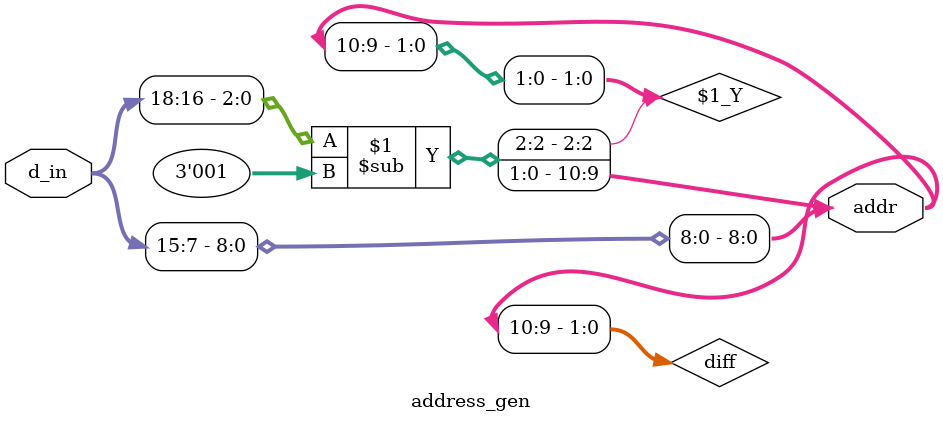
<source format=v>

`timescale 1ns/1ps
module log_lut(d_in, d_out);
	input		[31:0] d_in;
	output	reg	[31:0] d_out;

	wire	[10:0] addr;

	always @(addr)
		begin:lut_rom
			case(addr)
				11'd0: d_out <= 32'b00000000000000000000000000000000; // d_in = 1.000000, d_out = 0.000000
				11'd1: d_out <= 32'b00000000000000000000000010000000; // d_in = 1.001953, d_out = 0.001951
				11'd2: d_out <= 32'b00000000000000000000000100000000; // d_in = 1.003906, d_out = 0.003899
				11'd3: d_out <= 32'b00000000000000000000000101111111; // d_in = 1.005859, d_out = 0.005842
				11'd4: d_out <= 32'b00000000000000000000000111111110; // d_in = 1.007812, d_out = 0.007782
				11'd5: d_out <= 32'b00000000000000000000001001111101; // d_in = 1.009766, d_out = 0.009718
				11'd6: d_out <= 32'b00000000000000000000001011111100; // d_in = 1.011719, d_out = 0.011651
				11'd7: d_out <= 32'b00000000000000000000001101111010; // d_in = 1.013672, d_out = 0.013579
				11'd8: d_out <= 32'b00000000000000000000001111111000; // d_in = 1.015625, d_out = 0.015504
				11'd9: d_out <= 32'b00000000000000000000010001110110; // d_in = 1.017578, d_out = 0.017425
				11'd10: d_out <= 32'b00000000000000000000010011110100; // d_in = 1.019531, d_out = 0.019343
				11'd11: d_out <= 32'b00000000000000000000010101110001; // d_in = 1.021484, d_out = 0.021257
				11'd12: d_out <= 32'b00000000000000000000010111101110; // d_in = 1.023438, d_out = 0.023167
				11'd13: d_out <= 32'b00000000000000000000011001101011; // d_in = 1.025391, d_out = 0.025074
				11'd14: d_out <= 32'b00000000000000000000011011101000; // d_in = 1.027344, d_out = 0.026977
				11'd15: d_out <= 32'b00000000000000000000011101100100; // d_in = 1.029297, d_out = 0.028876
				11'd16: d_out <= 32'b00000000000000000000011111100001; // d_in = 1.031250, d_out = 0.030772
				11'd17: d_out <= 32'b00000000000000000000100001011101; // d_in = 1.033203, d_out = 0.032664
				11'd18: d_out <= 32'b00000000000000000000100011011000; // d_in = 1.035156, d_out = 0.034552
				11'd19: d_out <= 32'b00000000000000000000100101010100; // d_in = 1.037109, d_out = 0.036437
				11'd20: d_out <= 32'b00000000000000000000100111001111; // d_in = 1.039062, d_out = 0.038319
				11'd21: d_out <= 32'b00000000000000000000101001001010; // d_in = 1.041016, d_out = 0.040197
				11'd22: d_out <= 32'b00000000000000000000101011000101; // d_in = 1.042969, d_out = 0.042071
				11'd23: d_out <= 32'b00000000000000000000101101000000; // d_in = 1.044922, d_out = 0.043942
				11'd24: d_out <= 32'b00000000000000000000101110111010; // d_in = 1.046875, d_out = 0.045810
				11'd25: d_out <= 32'b00000000000000000000110000110100; // d_in = 1.048828, d_out = 0.047673
				11'd26: d_out <= 32'b00000000000000000000110010101110; // d_in = 1.050781, d_out = 0.049534
				11'd27: d_out <= 32'b00000000000000000000110100101000; // d_in = 1.052734, d_out = 0.051391
				11'd28: d_out <= 32'b00000000000000000000110110100001; // d_in = 1.054688, d_out = 0.053245
				11'd29: d_out <= 32'b00000000000000000000111000011011; // d_in = 1.056641, d_out = 0.055095
				11'd30: d_out <= 32'b00000000000000000000111010010100; // d_in = 1.058594, d_out = 0.056941
				11'd31: d_out <= 32'b00000000000000000000111100001101; // d_in = 1.060547, d_out = 0.058785
				11'd32: d_out <= 32'b00000000000000000000111110000101; // d_in = 1.062500, d_out = 0.060625
				11'd33: d_out <= 32'b00000000000000000000111111111101; // d_in = 1.064453, d_out = 0.062461
				11'd34: d_out <= 32'b00000000000000000001000001110110; // d_in = 1.066406, d_out = 0.064294
				11'd35: d_out <= 32'b00000000000000000001000011101110; // d_in = 1.068359, d_out = 0.066124
				11'd36: d_out <= 32'b00000000000000000001000101100101; // d_in = 1.070312, d_out = 0.067951
				11'd37: d_out <= 32'b00000000000000000001000111011101; // d_in = 1.072266, d_out = 0.069774
				11'd38: d_out <= 32'b00000000000000000001001001010100; // d_in = 1.074219, d_out = 0.071594
				11'd39: d_out <= 32'b00000000000000000001001011001011; // d_in = 1.076172, d_out = 0.073410
				11'd40: d_out <= 32'b00000000000000000001001101000010; // d_in = 1.078125, d_out = 0.075223
				11'd41: d_out <= 32'b00000000000000000001001110111000; // d_in = 1.080078, d_out = 0.077033
				11'd42: d_out <= 32'b00000000000000000001010000101111; // d_in = 1.082031, d_out = 0.078840
				11'd43: d_out <= 32'b00000000000000000001010010100101; // d_in = 1.083984, d_out = 0.080643
				11'd44: d_out <= 32'b00000000000000000001010100011011; // d_in = 1.085938, d_out = 0.082444
				11'd45: d_out <= 32'b00000000000000000001010110010001; // d_in = 1.087891, d_out = 0.084241
				11'd46: d_out <= 32'b00000000000000000001011000000110; // d_in = 1.089844, d_out = 0.086034
				11'd47: d_out <= 32'b00000000000000000001011001111100; // d_in = 1.091797, d_out = 0.087825
				11'd48: d_out <= 32'b00000000000000000001011011110001; // d_in = 1.093750, d_out = 0.089612
				11'd49: d_out <= 32'b00000000000000000001011101100110; // d_in = 1.095703, d_out = 0.091396
				11'd50: d_out <= 32'b00000000000000000001011111011010; // d_in = 1.097656, d_out = 0.093177
				11'd51: d_out <= 32'b00000000000000000001100001001111; // d_in = 1.099609, d_out = 0.094955
				11'd52: d_out <= 32'b00000000000000000001100011000011; // d_in = 1.101562, d_out = 0.096730
				11'd53: d_out <= 32'b00000000000000000001100100110111; // d_in = 1.103516, d_out = 0.098501
				11'd54: d_out <= 32'b00000000000000000001100110101011; // d_in = 1.105469, d_out = 0.100269
				11'd55: d_out <= 32'b00000000000000000001101000011111; // d_in = 1.107422, d_out = 0.102035
				11'd56: d_out <= 32'b00000000000000000001101010010010; // d_in = 1.109375, d_out = 0.103797
				11'd57: d_out <= 32'b00000000000000000001101100000110; // d_in = 1.111328, d_out = 0.105556
				11'd58: d_out <= 32'b00000000000000000001101101111001; // d_in = 1.113281, d_out = 0.107312
				11'd59: d_out <= 32'b00000000000000000001101111101100; // d_in = 1.115234, d_out = 0.109065
				11'd60: d_out <= 32'b00000000000000000001110001011110; // d_in = 1.117188, d_out = 0.110814
				11'd61: d_out <= 32'b00000000000000000001110011010001; // d_in = 1.119141, d_out = 0.112561
				11'd62: d_out <= 32'b00000000000000000001110101000011; // d_in = 1.121094, d_out = 0.114305
				11'd63: d_out <= 32'b00000000000000000001110110110101; // d_in = 1.123047, d_out = 0.116045
				11'd64: d_out <= 32'b00000000000000000001111000100111; // d_in = 1.125000, d_out = 0.117783
				11'd65: d_out <= 32'b00000000000000000001111010011001; // d_in = 1.126953, d_out = 0.119518
				11'd66: d_out <= 32'b00000000000000000001111100001010; // d_in = 1.128906, d_out = 0.121249
				11'd67: d_out <= 32'b00000000000000000001111101111011; // d_in = 1.130859, d_out = 0.122978
				11'd68: d_out <= 32'b00000000000000000001111111101101; // d_in = 1.132812, d_out = 0.124703
				11'd69: d_out <= 32'b00000000000000000010000001011101; // d_in = 1.134766, d_out = 0.126426
				11'd70: d_out <= 32'b00000000000000000010000011001110; // d_in = 1.136719, d_out = 0.128146
				11'd71: d_out <= 32'b00000000000000000010000100111111; // d_in = 1.138672, d_out = 0.129863
				11'd72: d_out <= 32'b00000000000000000010000110101111; // d_in = 1.140625, d_out = 0.131576
				11'd73: d_out <= 32'b00000000000000000010001000011111; // d_in = 1.142578, d_out = 0.133287
				11'd74: d_out <= 32'b00000000000000000010001010001111; // d_in = 1.144531, d_out = 0.134995
				11'd75: d_out <= 32'b00000000000000000010001011111111; // d_in = 1.146484, d_out = 0.136700
				11'd76: d_out <= 32'b00000000000000000010001101101110; // d_in = 1.148438, d_out = 0.138402
				11'd77: d_out <= 32'b00000000000000000010001111011110; // d_in = 1.150391, d_out = 0.140102
				11'd78: d_out <= 32'b00000000000000000010010001001101; // d_in = 1.152344, d_out = 0.141798
				11'd79: d_out <= 32'b00000000000000000010010010111100; // d_in = 1.154297, d_out = 0.143491
				11'd80: d_out <= 32'b00000000000000000010010100101011; // d_in = 1.156250, d_out = 0.145182
				11'd81: d_out <= 32'b00000000000000000010010110011001; // d_in = 1.158203, d_out = 0.146870
				11'd82: d_out <= 32'b00000000000000000010011000001000; // d_in = 1.160156, d_out = 0.148555
				11'd83: d_out <= 32'b00000000000000000010011001110110; // d_in = 1.162109, d_out = 0.150237
				11'd84: d_out <= 32'b00000000000000000010011011100100; // d_in = 1.164062, d_out = 0.151916
				11'd85: d_out <= 32'b00000000000000000010011101010010; // d_in = 1.166016, d_out = 0.153592
				11'd86: d_out <= 32'b00000000000000000010011111000000; // d_in = 1.167969, d_out = 0.155266
				11'd87: d_out <= 32'b00000000000000000010100000101101; // d_in = 1.169922, d_out = 0.156937
				11'd88: d_out <= 32'b00000000000000000010100010011010; // d_in = 1.171875, d_out = 0.158605
				11'd89: d_out <= 32'b00000000000000000010100100000111; // d_in = 1.173828, d_out = 0.160270
				11'd90: d_out <= 32'b00000000000000000010100101110100; // d_in = 1.175781, d_out = 0.161933
				11'd91: d_out <= 32'b00000000000000000010100111100001; // d_in = 1.177734, d_out = 0.163593
				11'd92: d_out <= 32'b00000000000000000010101001001110; // d_in = 1.179688, d_out = 0.165250
				11'd93: d_out <= 32'b00000000000000000010101010111010; // d_in = 1.181641, d_out = 0.166904
				11'd94: d_out <= 32'b00000000000000000010101100100110; // d_in = 1.183594, d_out = 0.168555
				11'd95: d_out <= 32'b00000000000000000010101110010011; // d_in = 1.185547, d_out = 0.170204
				11'd96: d_out <= 32'b00000000000000000010101111111110; // d_in = 1.187500, d_out = 0.171850
				11'd97: d_out <= 32'b00000000000000000010110001101010; // d_in = 1.189453, d_out = 0.173494
				11'd98: d_out <= 32'b00000000000000000010110011010110; // d_in = 1.191406, d_out = 0.175134
				11'd99: d_out <= 32'b00000000000000000010110101000001; // d_in = 1.193359, d_out = 0.176772
				11'd100: d_out <= 32'b00000000000000000010110110101100; // d_in = 1.195312, d_out = 0.178408
				11'd101: d_out <= 32'b00000000000000000010111000010111; // d_in = 1.197266, d_out = 0.180040
				11'd102: d_out <= 32'b00000000000000000010111010000010; // d_in = 1.199219, d_out = 0.181670
				11'd103: d_out <= 32'b00000000000000000010111011101101; // d_in = 1.201172, d_out = 0.183298
				11'd104: d_out <= 32'b00000000000000000010111101010111; // d_in = 1.203125, d_out = 0.184922
				11'd105: d_out <= 32'b00000000000000000010111111000001; // d_in = 1.205078, d_out = 0.186544
				11'd106: d_out <= 32'b00000000000000000011000000101100; // d_in = 1.207031, d_out = 0.188164
				11'd107: d_out <= 32'b00000000000000000011000010010101; // d_in = 1.208984, d_out = 0.189781
				11'd108: d_out <= 32'b00000000000000000011000011111111; // d_in = 1.210938, d_out = 0.191395
				11'd109: d_out <= 32'b00000000000000000011000101101001; // d_in = 1.212891, d_out = 0.193006
				11'd110: d_out <= 32'b00000000000000000011000111010010; // d_in = 1.214844, d_out = 0.194615
				11'd111: d_out <= 32'b00000000000000000011001000111100; // d_in = 1.216797, d_out = 0.196222
				11'd112: d_out <= 32'b00000000000000000011001010100101; // d_in = 1.218750, d_out = 0.197826
				11'd113: d_out <= 32'b00000000000000000011001100001110; // d_in = 1.220703, d_out = 0.199427
				11'd114: d_out <= 32'b00000000000000000011001101110110; // d_in = 1.222656, d_out = 0.201026
				11'd115: d_out <= 32'b00000000000000000011001111011111; // d_in = 1.224609, d_out = 0.202622
				11'd116: d_out <= 32'b00000000000000000011010001000111; // d_in = 1.226562, d_out = 0.204216
				11'd117: d_out <= 32'b00000000000000000011010010110000; // d_in = 1.228516, d_out = 0.205807
				11'd118: d_out <= 32'b00000000000000000011010100011000; // d_in = 1.230469, d_out = 0.207395
				11'd119: d_out <= 32'b00000000000000000011010110000000; // d_in = 1.232422, d_out = 0.208981
				11'd120: d_out <= 32'b00000000000000000011010111101000; // d_in = 1.234375, d_out = 0.210565
				11'd121: d_out <= 32'b00000000000000000011011001001111; // d_in = 1.236328, d_out = 0.212146
				11'd122: d_out <= 32'b00000000000000000011011010110111; // d_in = 1.238281, d_out = 0.213724
				11'd123: d_out <= 32'b00000000000000000011011100011110; // d_in = 1.240234, d_out = 0.215300
				11'd124: d_out <= 32'b00000000000000000011011110000101; // d_in = 1.242188, d_out = 0.216874
				11'd125: d_out <= 32'b00000000000000000011011111101100; // d_in = 1.244141, d_out = 0.218445
				11'd126: d_out <= 32'b00000000000000000011100001010011; // d_in = 1.246094, d_out = 0.220014
				11'd127: d_out <= 32'b00000000000000000011100010111001; // d_in = 1.248047, d_out = 0.221580
				11'd128: d_out <= 32'b00000000000000000011100100100000; // d_in = 1.250000, d_out = 0.223144
				11'd129: d_out <= 32'b00000000000000000011100110000110; // d_in = 1.251953, d_out = 0.224705
				11'd130: d_out <= 32'b00000000000000000011100111101100; // d_in = 1.253906, d_out = 0.226264
				11'd131: d_out <= 32'b00000000000000000011101001010010; // d_in = 1.255859, d_out = 0.227820
				11'd132: d_out <= 32'b00000000000000000011101010111000; // d_in = 1.257812, d_out = 0.229374
				11'd133: d_out <= 32'b00000000000000000011101100011110; // d_in = 1.259766, d_out = 0.230926
				11'd134: d_out <= 32'b00000000000000000011101110000011; // d_in = 1.261719, d_out = 0.232475
				11'd135: d_out <= 32'b00000000000000000011101111101001; // d_in = 1.263672, d_out = 0.234022
				11'd136: d_out <= 32'b00000000000000000011110001001110; // d_in = 1.265625, d_out = 0.235566
				11'd137: d_out <= 32'b00000000000000000011110010110011; // d_in = 1.267578, d_out = 0.237108
				11'd138: d_out <= 32'b00000000000000000011110100011000; // d_in = 1.269531, d_out = 0.238648
				11'd139: d_out <= 32'b00000000000000000011110101111101; // d_in = 1.271484, d_out = 0.240185
				11'd140: d_out <= 32'b00000000000000000011110111100001; // d_in = 1.273438, d_out = 0.241720
				11'd141: d_out <= 32'b00000000000000000011111001000110; // d_in = 1.275391, d_out = 0.243253
				11'd142: d_out <= 32'b00000000000000000011111010101010; // d_in = 1.277344, d_out = 0.244783
				11'd143: d_out <= 32'b00000000000000000011111100001110; // d_in = 1.279297, d_out = 0.246311
				11'd144: d_out <= 32'b00000000000000000011111101110010; // d_in = 1.281250, d_out = 0.247836
				11'd145: d_out <= 32'b00000000000000000011111111010110; // d_in = 1.283203, d_out = 0.249359
				11'd146: d_out <= 32'b00000000000000000100000000111010; // d_in = 1.285156, d_out = 0.250880
				11'd147: d_out <= 32'b00000000000000000100000010011101; // d_in = 1.287109, d_out = 0.252399
				11'd148: d_out <= 32'b00000000000000000100000100000001; // d_in = 1.289062, d_out = 0.253915
				11'd149: d_out <= 32'b00000000000000000100000101100100; // d_in = 1.291016, d_out = 0.255429
				11'd150: d_out <= 32'b00000000000000000100000111000111; // d_in = 1.292969, d_out = 0.256941
				11'd151: d_out <= 32'b00000000000000000100001000101010; // d_in = 1.294922, d_out = 0.258450
				11'd152: d_out <= 32'b00000000000000000100001010001101; // d_in = 1.296875, d_out = 0.259958
				11'd153: d_out <= 32'b00000000000000000100001011101111; // d_in = 1.298828, d_out = 0.261462
				11'd154: d_out <= 32'b00000000000000000100001101010010; // d_in = 1.300781, d_out = 0.262965
				11'd155: d_out <= 32'b00000000000000000100001110110100; // d_in = 1.302734, d_out = 0.264465
				11'd156: d_out <= 32'b00000000000000000100010000010110; // d_in = 1.304688, d_out = 0.265964
				11'd157: d_out <= 32'b00000000000000000100010001111000; // d_in = 1.306641, d_out = 0.267459
				11'd158: d_out <= 32'b00000000000000000100010011011010; // d_in = 1.308594, d_out = 0.268953
				11'd159: d_out <= 32'b00000000000000000100010100111100; // d_in = 1.310547, d_out = 0.270445
				11'd160: d_out <= 32'b00000000000000000100010110011101; // d_in = 1.312500, d_out = 0.271934
				11'd161: d_out <= 32'b00000000000000000100010111111111; // d_in = 1.314453, d_out = 0.273421
				11'd162: d_out <= 32'b00000000000000000100011001100000; // d_in = 1.316406, d_out = 0.274905
				11'd163: d_out <= 32'b00000000000000000100011011000001; // d_in = 1.318359, d_out = 0.276388
				11'd164: d_out <= 32'b00000000000000000100011100100010; // d_in = 1.320312, d_out = 0.277868
				11'd165: d_out <= 32'b00000000000000000100011110000011; // d_in = 1.322266, d_out = 0.279347
				11'd166: d_out <= 32'b00000000000000000100011111100100; // d_in = 1.324219, d_out = 0.280823
				11'd167: d_out <= 32'b00000000000000000100100001000101; // d_in = 1.326172, d_out = 0.282297
				11'd168: d_out <= 32'b00000000000000000100100010100101; // d_in = 1.328125, d_out = 0.283768
				11'd169: d_out <= 32'b00000000000000000100100100000101; // d_in = 1.330078, d_out = 0.285238
				11'd170: d_out <= 32'b00000000000000000100100101100110; // d_in = 1.332031, d_out = 0.286705
				11'd171: d_out <= 32'b00000000000000000100100111000110; // d_in = 1.333984, d_out = 0.288170
				11'd172: d_out <= 32'b00000000000000000100101000100101; // d_in = 1.335938, d_out = 0.289633
				11'd173: d_out <= 32'b00000000000000000100101010000101; // d_in = 1.337891, d_out = 0.291094
				11'd174: d_out <= 32'b00000000000000000100101011100101; // d_in = 1.339844, d_out = 0.292553
				11'd175: d_out <= 32'b00000000000000000100101101000100; // d_in = 1.341797, d_out = 0.294010
				11'd176: d_out <= 32'b00000000000000000100101110100100; // d_in = 1.343750, d_out = 0.295464
				11'd177: d_out <= 32'b00000000000000000100110000000011; // d_in = 1.345703, d_out = 0.296917
				11'd178: d_out <= 32'b00000000000000000100110001100010; // d_in = 1.347656, d_out = 0.298367
				11'd179: d_out <= 32'b00000000000000000100110011000001; // d_in = 1.349609, d_out = 0.299815
				11'd180: d_out <= 32'b00000000000000000100110100011111; // d_in = 1.351562, d_out = 0.301261
				11'd181: d_out <= 32'b00000000000000000100110101111110; // d_in = 1.353516, d_out = 0.302705
				11'd182: d_out <= 32'b00000000000000000100110111011101; // d_in = 1.355469, d_out = 0.304147
				11'd183: d_out <= 32'b00000000000000000100111000111011; // d_in = 1.357422, d_out = 0.305587
				11'd184: d_out <= 32'b00000000000000000100111010011001; // d_in = 1.359375, d_out = 0.307025
				11'd185: d_out <= 32'b00000000000000000100111011110111; // d_in = 1.361328, d_out = 0.308461
				11'd186: d_out <= 32'b00000000000000000100111101010101; // d_in = 1.363281, d_out = 0.309894
				11'd187: d_out <= 32'b00000000000000000100111110110011; // d_in = 1.365234, d_out = 0.311326
				11'd188: d_out <= 32'b00000000000000000101000000010001; // d_in = 1.367188, d_out = 0.312756
				11'd189: d_out <= 32'b00000000000000000101000001101110; // d_in = 1.369141, d_out = 0.314183
				11'd190: d_out <= 32'b00000000000000000101000011001100; // d_in = 1.371094, d_out = 0.315609
				11'd191: d_out <= 32'b00000000000000000101000100101001; // d_in = 1.373047, d_out = 0.317032
				11'd192: d_out <= 32'b00000000000000000101000110000110; // d_in = 1.375000, d_out = 0.318454
				11'd193: d_out <= 32'b00000000000000000101000111100011; // d_in = 1.376953, d_out = 0.319873
				11'd194: d_out <= 32'b00000000000000000101001001000000; // d_in = 1.378906, d_out = 0.321291
				11'd195: d_out <= 32'b00000000000000000101001010011101; // d_in = 1.380859, d_out = 0.322706
				11'd196: d_out <= 32'b00000000000000000101001011111001; // d_in = 1.382812, d_out = 0.324119
				11'd197: d_out <= 32'b00000000000000000101001101010110; // d_in = 1.384766, d_out = 0.325531
				11'd198: d_out <= 32'b00000000000000000101001110110010; // d_in = 1.386719, d_out = 0.326940
				11'd199: d_out <= 32'b00000000000000000101010000001111; // d_in = 1.388672, d_out = 0.328348
				11'd200: d_out <= 32'b00000000000000000101010001101011; // d_in = 1.390625, d_out = 0.329753
				11'd201: d_out <= 32'b00000000000000000101010011000111; // d_in = 1.392578, d_out = 0.331157
				11'd202: d_out <= 32'b00000000000000000101010100100011; // d_in = 1.394531, d_out = 0.332558
				11'd203: d_out <= 32'b00000000000000000101010101111110; // d_in = 1.396484, d_out = 0.333958
				11'd204: d_out <= 32'b00000000000000000101010111011010; // d_in = 1.398438, d_out = 0.335356
				11'd205: d_out <= 32'b00000000000000000101011000110101; // d_in = 1.400391, d_out = 0.336751
				11'd206: d_out <= 32'b00000000000000000101011010010001; // d_in = 1.402344, d_out = 0.338145
				11'd207: d_out <= 32'b00000000000000000101011011101100; // d_in = 1.404297, d_out = 0.339537
				11'd208: d_out <= 32'b00000000000000000101011101000111; // d_in = 1.406250, d_out = 0.340927
				11'd209: d_out <= 32'b00000000000000000101011110100010; // d_in = 1.408203, d_out = 0.342315
				11'd210: d_out <= 32'b00000000000000000101011111111101; // d_in = 1.410156, d_out = 0.343701
				11'd211: d_out <= 32'b00000000000000000101100001010111; // d_in = 1.412109, d_out = 0.345085
				11'd212: d_out <= 32'b00000000000000000101100010110010; // d_in = 1.414062, d_out = 0.346467
				11'd213: d_out <= 32'b00000000000000000101100100001101; // d_in = 1.416016, d_out = 0.347847
				11'd214: d_out <= 32'b00000000000000000101100101100111; // d_in = 1.417969, d_out = 0.349225
				11'd215: d_out <= 32'b00000000000000000101100111000001; // d_in = 1.419922, d_out = 0.350602
				11'd216: d_out <= 32'b00000000000000000101101000011011; // d_in = 1.421875, d_out = 0.351976
				11'd217: d_out <= 32'b00000000000000000101101001110101; // d_in = 1.423828, d_out = 0.353349
				11'd218: d_out <= 32'b00000000000000000101101011001111; // d_in = 1.425781, d_out = 0.354720
				11'd219: d_out <= 32'b00000000000000000101101100101001; // d_in = 1.427734, d_out = 0.356089
				11'd220: d_out <= 32'b00000000000000000101101110000010; // d_in = 1.429688, d_out = 0.357456
				11'd221: d_out <= 32'b00000000000000000101101111011100; // d_in = 1.431641, d_out = 0.358821
				11'd222: d_out <= 32'b00000000000000000101110000110101; // d_in = 1.433594, d_out = 0.360184
				11'd223: d_out <= 32'b00000000000000000101110010001110; // d_in = 1.435547, d_out = 0.361546
				11'd224: d_out <= 32'b00000000000000000101110011100111; // d_in = 1.437500, d_out = 0.362905
				11'd225: d_out <= 32'b00000000000000000101110101000000; // d_in = 1.439453, d_out = 0.364263
				11'd226: d_out <= 32'b00000000000000000101110110011001; // d_in = 1.441406, d_out = 0.365619
				11'd227: d_out <= 32'b00000000000000000101110111110010; // d_in = 1.443359, d_out = 0.366973
				11'd228: d_out <= 32'b00000000000000000101111001001011; // d_in = 1.445312, d_out = 0.368326
				11'd229: d_out <= 32'b00000000000000000101111010100011; // d_in = 1.447266, d_out = 0.369676
				11'd230: d_out <= 32'b00000000000000000101111011111011; // d_in = 1.449219, d_out = 0.371025
				11'd231: d_out <= 32'b00000000000000000101111101010100; // d_in = 1.451172, d_out = 0.372371
				11'd232: d_out <= 32'b00000000000000000101111110101100; // d_in = 1.453125, d_out = 0.373716
				11'd233: d_out <= 32'b00000000000000000110000000000100; // d_in = 1.455078, d_out = 0.375060
				11'd234: d_out <= 32'b00000000000000000110000001011100; // d_in = 1.457031, d_out = 0.376401
				11'd235: d_out <= 32'b00000000000000000110000010110100; // d_in = 1.458984, d_out = 0.377741
				11'd236: d_out <= 32'b00000000000000000110000100001011; // d_in = 1.460938, d_out = 0.379078
				11'd237: d_out <= 32'b00000000000000000110000101100011; // d_in = 1.462891, d_out = 0.380414
				11'd238: d_out <= 32'b00000000000000000110000110111010; // d_in = 1.464844, d_out = 0.381749
				11'd239: d_out <= 32'b00000000000000000110001000010010; // d_in = 1.466797, d_out = 0.383081
				11'd240: d_out <= 32'b00000000000000000110001001101001; // d_in = 1.468750, d_out = 0.384412
				11'd241: d_out <= 32'b00000000000000000110001011000000; // d_in = 1.470703, d_out = 0.385741
				11'd242: d_out <= 32'b00000000000000000110001100010111; // d_in = 1.472656, d_out = 0.387068
				11'd243: d_out <= 32'b00000000000000000110001101101110; // d_in = 1.474609, d_out = 0.388393
				11'd244: d_out <= 32'b00000000000000000110001111000100; // d_in = 1.476562, d_out = 0.389717
				11'd245: d_out <= 32'b00000000000000000110010000011011; // d_in = 1.478516, d_out = 0.391039
				11'd246: d_out <= 32'b00000000000000000110010001110010; // d_in = 1.480469, d_out = 0.392359
				11'd247: d_out <= 32'b00000000000000000110010011001000; // d_in = 1.482422, d_out = 0.393677
				11'd248: d_out <= 32'b00000000000000000110010100011110; // d_in = 1.484375, d_out = 0.394994
				11'd249: d_out <= 32'b00000000000000000110010101110100; // d_in = 1.486328, d_out = 0.396309
				11'd250: d_out <= 32'b00000000000000000110010111001011; // d_in = 1.488281, d_out = 0.397622
				11'd251: d_out <= 32'b00000000000000000110011000100000; // d_in = 1.490234, d_out = 0.398933
				11'd252: d_out <= 32'b00000000000000000110011001110110; // d_in = 1.492188, d_out = 0.400243
				11'd253: d_out <= 32'b00000000000000000110011011001100; // d_in = 1.494141, d_out = 0.401551
				11'd254: d_out <= 32'b00000000000000000110011100100010; // d_in = 1.496094, d_out = 0.402858
				11'd255: d_out <= 32'b00000000000000000110011101110111; // d_in = 1.498047, d_out = 0.404162
				11'd256: d_out <= 32'b00000000000000000110011111001101; // d_in = 1.500000, d_out = 0.405465
				11'd257: d_out <= 32'b00000000000000000110100000100010; // d_in = 1.501953, d_out = 0.406766
				11'd258: d_out <= 32'b00000000000000000110100001110111; // d_in = 1.503906, d_out = 0.408066
				11'd259: d_out <= 32'b00000000000000000110100011001100; // d_in = 1.505859, d_out = 0.409364
				11'd260: d_out <= 32'b00000000000000000110100100100001; // d_in = 1.507812, d_out = 0.410660
				11'd261: d_out <= 32'b00000000000000000110100101110110; // d_in = 1.509766, d_out = 0.411954
				11'd262: d_out <= 32'b00000000000000000110100111001011; // d_in = 1.511719, d_out = 0.413247
				11'd263: d_out <= 32'b00000000000000000110101000011111; // d_in = 1.513672, d_out = 0.414538
				11'd264: d_out <= 32'b00000000000000000110101001110100; // d_in = 1.515625, d_out = 0.415828
				11'd265: d_out <= 32'b00000000000000000110101011001000; // d_in = 1.517578, d_out = 0.417116
				11'd266: d_out <= 32'b00000000000000000110101100011100; // d_in = 1.519531, d_out = 0.418402
				11'd267: d_out <= 32'b00000000000000000110101101110001; // d_in = 1.521484, d_out = 0.419686
				11'd268: d_out <= 32'b00000000000000000110101111000101; // d_in = 1.523438, d_out = 0.420969
				11'd269: d_out <= 32'b00000000000000000110110000011001; // d_in = 1.525391, d_out = 0.422251
				11'd270: d_out <= 32'b00000000000000000110110001101100; // d_in = 1.527344, d_out = 0.423530
				11'd271: d_out <= 32'b00000000000000000110110011000000; // d_in = 1.529297, d_out = 0.424808
				11'd272: d_out <= 32'b00000000000000000110110100010100; // d_in = 1.531250, d_out = 0.426084
				11'd273: d_out <= 32'b00000000000000000110110101100111; // d_in = 1.533203, d_out = 0.427359
				11'd274: d_out <= 32'b00000000000000000110110110111011; // d_in = 1.535156, d_out = 0.428632
				11'd275: d_out <= 32'b00000000000000000110111000001110; // d_in = 1.537109, d_out = 0.429904
				11'd276: d_out <= 32'b00000000000000000110111001100001; // d_in = 1.539062, d_out = 0.431173
				11'd277: d_out <= 32'b00000000000000000110111010110100; // d_in = 1.541016, d_out = 0.432442
				11'd278: d_out <= 32'b00000000000000000110111100001000; // d_in = 1.542969, d_out = 0.433708
				11'd279: d_out <= 32'b00000000000000000110111101011010; // d_in = 1.544922, d_out = 0.434973
				11'd280: d_out <= 32'b00000000000000000110111110101101; // d_in = 1.546875, d_out = 0.436237
				11'd281: d_out <= 32'b00000000000000000111000000000000; // d_in = 1.548828, d_out = 0.437499
				11'd282: d_out <= 32'b00000000000000000111000001010010; // d_in = 1.550781, d_out = 0.438759
				11'd283: d_out <= 32'b00000000000000000111000010100101; // d_in = 1.552734, d_out = 0.440017
				11'd284: d_out <= 32'b00000000000000000111000011110111; // d_in = 1.554688, d_out = 0.441275
				11'd285: d_out <= 32'b00000000000000000111000101001010; // d_in = 1.556641, d_out = 0.442530
				11'd286: d_out <= 32'b00000000000000000111000110011100; // d_in = 1.558594, d_out = 0.443784
				11'd287: d_out <= 32'b00000000000000000111000111101110; // d_in = 1.560547, d_out = 0.445036
				11'd288: d_out <= 32'b00000000000000000111001001000000; // d_in = 1.562500, d_out = 0.446287
				11'd289: d_out <= 32'b00000000000000000111001010010010; // d_in = 1.564453, d_out = 0.447536
				11'd290: d_out <= 32'b00000000000000000111001011100100; // d_in = 1.566406, d_out = 0.448784
				11'd291: d_out <= 32'b00000000000000000111001100110101; // d_in = 1.568359, d_out = 0.450030
				11'd292: d_out <= 32'b00000000000000000111001110000111; // d_in = 1.570312, d_out = 0.451275
				11'd293: d_out <= 32'b00000000000000000111001111011000; // d_in = 1.572266, d_out = 0.452518
				11'd294: d_out <= 32'b00000000000000000111010000101010; // d_in = 1.574219, d_out = 0.453759
				11'd295: d_out <= 32'b00000000000000000111010001111011; // d_in = 1.576172, d_out = 0.454999
				11'd296: d_out <= 32'b00000000000000000111010011001100; // d_in = 1.578125, d_out = 0.456237
				11'd297: d_out <= 32'b00000000000000000111010100011101; // d_in = 1.580078, d_out = 0.457474
				11'd298: d_out <= 32'b00000000000000000111010101101110; // d_in = 1.582031, d_out = 0.458710
				11'd299: d_out <= 32'b00000000000000000111010110111111; // d_in = 1.583984, d_out = 0.459943
				11'd300: d_out <= 32'b00000000000000000111011000010000; // d_in = 1.585938, d_out = 0.461176
				11'd301: d_out <= 32'b00000000000000000111011001100000; // d_in = 1.587891, d_out = 0.462406
				11'd302: d_out <= 32'b00000000000000000111011010110001; // d_in = 1.589844, d_out = 0.463636
				11'd303: d_out <= 32'b00000000000000000111011100000001; // d_in = 1.591797, d_out = 0.464863
				11'd304: d_out <= 32'b00000000000000000111011101010010; // d_in = 1.593750, d_out = 0.466090
				11'd305: d_out <= 32'b00000000000000000111011110100010; // d_in = 1.595703, d_out = 0.467314
				11'd306: d_out <= 32'b00000000000000000111011111110010; // d_in = 1.597656, d_out = 0.468538
				11'd307: d_out <= 32'b00000000000000000111100001000010; // d_in = 1.599609, d_out = 0.469759
				11'd308: d_out <= 32'b00000000000000000111100010010010; // d_in = 1.601562, d_out = 0.470980
				11'd309: d_out <= 32'b00000000000000000111100011100010; // d_in = 1.603516, d_out = 0.472198
				11'd310: d_out <= 32'b00000000000000000111100100110010; // d_in = 1.605469, d_out = 0.473416
				11'd311: d_out <= 32'b00000000000000000111100110000001; // d_in = 1.607422, d_out = 0.474632
				11'd312: d_out <= 32'b00000000000000000111100111010001; // d_in = 1.609375, d_out = 0.475846
				11'd313: d_out <= 32'b00000000000000000111101000100001; // d_in = 1.611328, d_out = 0.477059
				11'd314: d_out <= 32'b00000000000000000111101001110000; // d_in = 1.613281, d_out = 0.478270
				11'd315: d_out <= 32'b00000000000000000111101010111111; // d_in = 1.615234, d_out = 0.479480
				11'd316: d_out <= 32'b00000000000000000111101100001110; // d_in = 1.617188, d_out = 0.480689
				11'd317: d_out <= 32'b00000000000000000111101101011110; // d_in = 1.619141, d_out = 0.481896
				11'd318: d_out <= 32'b00000000000000000111101110101101; // d_in = 1.621094, d_out = 0.483101
				11'd319: d_out <= 32'b00000000000000000111101111111011; // d_in = 1.623047, d_out = 0.484305
				11'd320: d_out <= 32'b00000000000000000111110001001010; // d_in = 1.625000, d_out = 0.485508
				11'd321: d_out <= 32'b00000000000000000111110010011001; // d_in = 1.626953, d_out = 0.486709
				11'd322: d_out <= 32'b00000000000000000111110011101000; // d_in = 1.628906, d_out = 0.487909
				11'd323: d_out <= 32'b00000000000000000111110100110110; // d_in = 1.630859, d_out = 0.489107
				11'd324: d_out <= 32'b00000000000000000111110110000101; // d_in = 1.632812, d_out = 0.490304
				11'd325: d_out <= 32'b00000000000000000111110111010011; // d_in = 1.634766, d_out = 0.491499
				11'd326: d_out <= 32'b00000000000000000111111000100001; // d_in = 1.636719, d_out = 0.492693
				11'd327: d_out <= 32'b00000000000000000111111001101111; // d_in = 1.638672, d_out = 0.493886
				11'd328: d_out <= 32'b00000000000000000111111010111101; // d_in = 1.640625, d_out = 0.495077
				11'd329: d_out <= 32'b00000000000000000111111100001011; // d_in = 1.642578, d_out = 0.496267
				11'd330: d_out <= 32'b00000000000000000111111101011001; // d_in = 1.644531, d_out = 0.497455
				11'd331: d_out <= 32'b00000000000000000111111110100111; // d_in = 1.646484, d_out = 0.498642
				11'd332: d_out <= 32'b00000000000000000111111111110101; // d_in = 1.648438, d_out = 0.499828
				11'd333: d_out <= 32'b00000000000000001000000001000010; // d_in = 1.650391, d_out = 0.501012
				11'd334: d_out <= 32'b00000000000000001000000010010000; // d_in = 1.652344, d_out = 0.502195
				11'd335: d_out <= 32'b00000000000000001000000011011101; // d_in = 1.654297, d_out = 0.503376
				11'd336: d_out <= 32'b00000000000000001000000100101011; // d_in = 1.656250, d_out = 0.504556
				11'd337: d_out <= 32'b00000000000000001000000101111000; // d_in = 1.658203, d_out = 0.505735
				11'd338: d_out <= 32'b00000000000000001000000111000101; // d_in = 1.660156, d_out = 0.506912
				11'd339: d_out <= 32'b00000000000000001000001000010010; // d_in = 1.662109, d_out = 0.508088
				11'd340: d_out <= 32'b00000000000000001000001001011111; // d_in = 1.664062, d_out = 0.509262
				11'd341: d_out <= 32'b00000000000000001000001010101100; // d_in = 1.666016, d_out = 0.510435
				11'd342: d_out <= 32'b00000000000000001000001011111001; // d_in = 1.667969, d_out = 0.511607
				11'd343: d_out <= 32'b00000000000000001000001101000101; // d_in = 1.669922, d_out = 0.512777
				11'd344: d_out <= 32'b00000000000000001000001110010010; // d_in = 1.671875, d_out = 0.513946
				11'd345: d_out <= 32'b00000000000000001000001111011110; // d_in = 1.673828, d_out = 0.515113
				11'd346: d_out <= 32'b00000000000000001000010000101011; // d_in = 1.675781, d_out = 0.516279
				11'd347: d_out <= 32'b00000000000000001000010001110111; // d_in = 1.677734, d_out = 0.517444
				11'd348: d_out <= 32'b00000000000000001000010011000011; // d_in = 1.679688, d_out = 0.518608
				11'd349: d_out <= 32'b00000000000000001000010100010000; // d_in = 1.681641, d_out = 0.519770
				11'd350: d_out <= 32'b00000000000000001000010101011100; // d_in = 1.683594, d_out = 0.520931
				11'd351: d_out <= 32'b00000000000000001000010110101000; // d_in = 1.685547, d_out = 0.522090
				11'd352: d_out <= 32'b00000000000000001000010111110100; // d_in = 1.687500, d_out = 0.523248
				11'd353: d_out <= 32'b00000000000000001000011000111111; // d_in = 1.689453, d_out = 0.524405
				11'd354: d_out <= 32'b00000000000000001000011010001011; // d_in = 1.691406, d_out = 0.525560
				11'd355: d_out <= 32'b00000000000000001000011011010111; // d_in = 1.693359, d_out = 0.526714
				11'd356: d_out <= 32'b00000000000000001000011100100010; // d_in = 1.695312, d_out = 0.527867
				11'd357: d_out <= 32'b00000000000000001000011101101110; // d_in = 1.697266, d_out = 0.529019
				11'd358: d_out <= 32'b00000000000000001000011110111001; // d_in = 1.699219, d_out = 0.530169
				11'd359: d_out <= 32'b00000000000000001000100000000100; // d_in = 1.701172, d_out = 0.531317
				11'd360: d_out <= 32'b00000000000000001000100001010000; // d_in = 1.703125, d_out = 0.532465
				11'd361: d_out <= 32'b00000000000000001000100010011011; // d_in = 1.705078, d_out = 0.533611
				11'd362: d_out <= 32'b00000000000000001000100011100110; // d_in = 1.707031, d_out = 0.534756
				11'd363: d_out <= 32'b00000000000000001000100100110001; // d_in = 1.708984, d_out = 0.535899
				11'd364: d_out <= 32'b00000000000000001000100101111100; // d_in = 1.710938, d_out = 0.537041
				11'd365: d_out <= 32'b00000000000000001000100111000110; // d_in = 1.712891, d_out = 0.538182
				11'd366: d_out <= 32'b00000000000000001000101000010001; // d_in = 1.714844, d_out = 0.539322
				11'd367: d_out <= 32'b00000000000000001000101001011100; // d_in = 1.716797, d_out = 0.540460
				11'd368: d_out <= 32'b00000000000000001000101010100110; // d_in = 1.718750, d_out = 0.541597
				11'd369: d_out <= 32'b00000000000000001000101011110001; // d_in = 1.720703, d_out = 0.542733
				11'd370: d_out <= 32'b00000000000000001000101100111011; // d_in = 1.722656, d_out = 0.543867
				11'd371: d_out <= 32'b00000000000000001000101110000101; // d_in = 1.724609, d_out = 0.545001
				11'd372: d_out <= 32'b00000000000000001000101111001111; // d_in = 1.726562, d_out = 0.546132
				11'd373: d_out <= 32'b00000000000000001000110000011001; // d_in = 1.728516, d_out = 0.547263
				11'd374: d_out <= 32'b00000000000000001000110001100011; // d_in = 1.730469, d_out = 0.548392
				11'd375: d_out <= 32'b00000000000000001000110010101101; // d_in = 1.732422, d_out = 0.549520
				11'd376: d_out <= 32'b00000000000000001000110011110111; // d_in = 1.734375, d_out = 0.550647
				11'd377: d_out <= 32'b00000000000000001000110101000001; // d_in = 1.736328, d_out = 0.551773
				11'd378: d_out <= 32'b00000000000000001000110110001011; // d_in = 1.738281, d_out = 0.552897
				11'd379: d_out <= 32'b00000000000000001000110111010100; // d_in = 1.740234, d_out = 0.554020
				11'd380: d_out <= 32'b00000000000000001000111000011110; // d_in = 1.742188, d_out = 0.555142
				11'd381: d_out <= 32'b00000000000000001000111001100111; // d_in = 1.744141, d_out = 0.556262
				11'd382: d_out <= 32'b00000000000000001000111010110001; // d_in = 1.746094, d_out = 0.557381
				11'd383: d_out <= 32'b00000000000000001000111011111010; // d_in = 1.748047, d_out = 0.558499
				11'd384: d_out <= 32'b00000000000000001000111101000011; // d_in = 1.750000, d_out = 0.559616
				11'd385: d_out <= 32'b00000000000000001000111110001100; // d_in = 1.751953, d_out = 0.560731
				11'd386: d_out <= 32'b00000000000000001000111111010101; // d_in = 1.753906, d_out = 0.561845
				11'd387: d_out <= 32'b00000000000000001001000000011110; // d_in = 1.755859, d_out = 0.562958
				11'd388: d_out <= 32'b00000000000000001001000001100111; // d_in = 1.757812, d_out = 0.564070
				11'd389: d_out <= 32'b00000000000000001001000010110000; // d_in = 1.759766, d_out = 0.565181
				11'd390: d_out <= 32'b00000000000000001001000011111000; // d_in = 1.761719, d_out = 0.566290
				11'd391: d_out <= 32'b00000000000000001001000101000001; // d_in = 1.763672, d_out = 0.567398
				11'd392: d_out <= 32'b00000000000000001001000110001010; // d_in = 1.765625, d_out = 0.568505
				11'd393: d_out <= 32'b00000000000000001001000111010010; // d_in = 1.767578, d_out = 0.569610
				11'd394: d_out <= 32'b00000000000000001001001000011010; // d_in = 1.769531, d_out = 0.570715
				11'd395: d_out <= 32'b00000000000000001001001001100011; // d_in = 1.771484, d_out = 0.571818
				11'd396: d_out <= 32'b00000000000000001001001010101011; // d_in = 1.773438, d_out = 0.572920
				11'd397: d_out <= 32'b00000000000000001001001011110011; // d_in = 1.775391, d_out = 0.574020
				11'd398: d_out <= 32'b00000000000000001001001100111011; // d_in = 1.777344, d_out = 0.575120
				11'd399: d_out <= 32'b00000000000000001001001110000011; // d_in = 1.779297, d_out = 0.576218
				11'd400: d_out <= 32'b00000000000000001001001111001011; // d_in = 1.781250, d_out = 0.577315
				11'd401: d_out <= 32'b00000000000000001001010000010011; // d_in = 1.783203, d_out = 0.578411
				11'd402: d_out <= 32'b00000000000000001001010001011011; // d_in = 1.785156, d_out = 0.579506
				11'd403: d_out <= 32'b00000000000000001001010010100010; // d_in = 1.787109, d_out = 0.580599
				11'd404: d_out <= 32'b00000000000000001001010011101010; // d_in = 1.789062, d_out = 0.581692
				11'd405: d_out <= 32'b00000000000000001001010100110001; // d_in = 1.791016, d_out = 0.582783
				11'd406: d_out <= 32'b00000000000000001001010101111001; // d_in = 1.792969, d_out = 0.583873
				11'd407: d_out <= 32'b00000000000000001001010111000000; // d_in = 1.794922, d_out = 0.584961
				11'd408: d_out <= 32'b00000000000000001001011000000111; // d_in = 1.796875, d_out = 0.586049
				11'd409: d_out <= 32'b00000000000000001001011001001111; // d_in = 1.798828, d_out = 0.587135
				11'd410: d_out <= 32'b00000000000000001001011010010110; // d_in = 1.800781, d_out = 0.588221
				11'd411: d_out <= 32'b00000000000000001001011011011101; // d_in = 1.802734, d_out = 0.589305
				11'd412: d_out <= 32'b00000000000000001001011100100100; // d_in = 1.804688, d_out = 0.590387
				11'd413: d_out <= 32'b00000000000000001001011101101011; // d_in = 1.806641, d_out = 0.591469
				11'd414: d_out <= 32'b00000000000000001001011110110001; // d_in = 1.808594, d_out = 0.592550
				11'd415: d_out <= 32'b00000000000000001001011111111000; // d_in = 1.810547, d_out = 0.593629
				11'd416: d_out <= 32'b00000000000000001001100000111111; // d_in = 1.812500, d_out = 0.594707
				11'd417: d_out <= 32'b00000000000000001001100010000101; // d_in = 1.814453, d_out = 0.595784
				11'd418: d_out <= 32'b00000000000000001001100011001100; // d_in = 1.816406, d_out = 0.596860
				11'd419: d_out <= 32'b00000000000000001001100100010010; // d_in = 1.818359, d_out = 0.597935
				11'd420: d_out <= 32'b00000000000000001001100101011001; // d_in = 1.820312, d_out = 0.599008
				11'd421: d_out <= 32'b00000000000000001001100110011111; // d_in = 1.822266, d_out = 0.600081
				11'd422: d_out <= 32'b00000000000000001001100111100101; // d_in = 1.824219, d_out = 0.601152
				11'd423: d_out <= 32'b00000000000000001001101000101011; // d_in = 1.826172, d_out = 0.602222
				11'd424: d_out <= 32'b00000000000000001001101001110001; // d_in = 1.828125, d_out = 0.603291
				11'd425: d_out <= 32'b00000000000000001001101010110111; // d_in = 1.830078, d_out = 0.604359
				11'd426: d_out <= 32'b00000000000000001001101011111101; // d_in = 1.832031, d_out = 0.605425
				11'd427: d_out <= 32'b00000000000000001001101101000011; // d_in = 1.833984, d_out = 0.606491
				11'd428: d_out <= 32'b00000000000000001001101110001001; // d_in = 1.835938, d_out = 0.607555
				11'd429: d_out <= 32'b00000000000000001001101111001110; // d_in = 1.837891, d_out = 0.608619
				11'd430: d_out <= 32'b00000000000000001001110000010100; // d_in = 1.839844, d_out = 0.609681
				11'd431: d_out <= 32'b00000000000000001001110001011010; // d_in = 1.841797, d_out = 0.610742
				11'd432: d_out <= 32'b00000000000000001001110010011111; // d_in = 1.843750, d_out = 0.611802
				11'd433: d_out <= 32'b00000000000000001001110011100100; // d_in = 1.845703, d_out = 0.612860
				11'd434: d_out <= 32'b00000000000000001001110100101010; // d_in = 1.847656, d_out = 0.613918
				11'd435: d_out <= 32'b00000000000000001001110101101111; // d_in = 1.849609, d_out = 0.614974
				11'd436: d_out <= 32'b00000000000000001001110110110100; // d_in = 1.851562, d_out = 0.616030
				11'd437: d_out <= 32'b00000000000000001001110111111001; // d_in = 1.853516, d_out = 0.617084
				11'd438: d_out <= 32'b00000000000000001001111000111110; // d_in = 1.855469, d_out = 0.618137
				11'd439: d_out <= 32'b00000000000000001001111010000011; // d_in = 1.857422, d_out = 0.619189
				11'd440: d_out <= 32'b00000000000000001001111011001000; // d_in = 1.859375, d_out = 0.620240
				11'd441: d_out <= 32'b00000000000000001001111100001101; // d_in = 1.861328, d_out = 0.621290
				11'd442: d_out <= 32'b00000000000000001001111101010010; // d_in = 1.863281, d_out = 0.622339
				11'd443: d_out <= 32'b00000000000000001001111110010110; // d_in = 1.865234, d_out = 0.623387
				11'd444: d_out <= 32'b00000000000000001001111111011011; // d_in = 1.867188, d_out = 0.624433
				11'd445: d_out <= 32'b00000000000000001010000000011111; // d_in = 1.869141, d_out = 0.625479
				11'd446: d_out <= 32'b00000000000000001010000001100100; // d_in = 1.871094, d_out = 0.626523
				11'd447: d_out <= 32'b00000000000000001010000010101000; // d_in = 1.873047, d_out = 0.627566
				11'd448: d_out <= 32'b00000000000000001010000011101100; // d_in = 1.875000, d_out = 0.628609
				11'd449: d_out <= 32'b00000000000000001010000100110001; // d_in = 1.876953, d_out = 0.629650
				11'd450: d_out <= 32'b00000000000000001010000101110101; // d_in = 1.878906, d_out = 0.630690
				11'd451: d_out <= 32'b00000000000000001010000110111001; // d_in = 1.880859, d_out = 0.631729
				11'd452: d_out <= 32'b00000000000000001010000111111101; // d_in = 1.882812, d_out = 0.632767
				11'd453: d_out <= 32'b00000000000000001010001001000001; // d_in = 1.884766, d_out = 0.633803
				11'd454: d_out <= 32'b00000000000000001010001010000101; // d_in = 1.886719, d_out = 0.634839
				11'd455: d_out <= 32'b00000000000000001010001011001001; // d_in = 1.888672, d_out = 0.635874
				11'd456: d_out <= 32'b00000000000000001010001100001100; // d_in = 1.890625, d_out = 0.636907
				11'd457: d_out <= 32'b00000000000000001010001101010000; // d_in = 1.892578, d_out = 0.637940
				11'd458: d_out <= 32'b00000000000000001010001110010100; // d_in = 1.894531, d_out = 0.638971
				11'd459: d_out <= 32'b00000000000000001010001111010111; // d_in = 1.896484, d_out = 0.640002
				11'd460: d_out <= 32'b00000000000000001010010000011011; // d_in = 1.898438, d_out = 0.641031
				11'd461: d_out <= 32'b00000000000000001010010001011110; // d_in = 1.900391, d_out = 0.642059
				11'd462: d_out <= 32'b00000000000000001010010010100001; // d_in = 1.902344, d_out = 0.643087
				11'd463: d_out <= 32'b00000000000000001010010011100101; // d_in = 1.904297, d_out = 0.644113
				11'd464: d_out <= 32'b00000000000000001010010100101000; // d_in = 1.906250, d_out = 0.645138
				11'd465: d_out <= 32'b00000000000000001010010101101011; // d_in = 1.908203, d_out = 0.646162
				11'd466: d_out <= 32'b00000000000000001010010110101110; // d_in = 1.910156, d_out = 0.647185
				11'd467: d_out <= 32'b00000000000000001010010111110001; // d_in = 1.912109, d_out = 0.648207
				11'd468: d_out <= 32'b00000000000000001010011000110100; // d_in = 1.914062, d_out = 0.649228
				11'd469: d_out <= 32'b00000000000000001010011001110111; // d_in = 1.916016, d_out = 0.650248
				11'd470: d_out <= 32'b00000000000000001010011010111001; // d_in = 1.917969, d_out = 0.651267
				11'd471: d_out <= 32'b00000000000000001010011011111100; // d_in = 1.919922, d_out = 0.652284
				11'd472: d_out <= 32'b00000000000000001010011100111111; // d_in = 1.921875, d_out = 0.653301
				11'd473: d_out <= 32'b00000000000000001010011110000001; // d_in = 1.923828, d_out = 0.654317
				11'd474: d_out <= 32'b00000000000000001010011111000100; // d_in = 1.925781, d_out = 0.655332
				11'd475: d_out <= 32'b00000000000000001010100000000110; // d_in = 1.927734, d_out = 0.656345
				11'd476: d_out <= 32'b00000000000000001010100001001001; // d_in = 1.929688, d_out = 0.657358
				11'd477: d_out <= 32'b00000000000000001010100010001011; // d_in = 1.931641, d_out = 0.658370
				11'd478: d_out <= 32'b00000000000000001010100011001101; // d_in = 1.933594, d_out = 0.659380
				11'd479: d_out <= 32'b00000000000000001010100100001111; // d_in = 1.935547, d_out = 0.660390
				11'd480: d_out <= 32'b00000000000000001010100101010001; // d_in = 1.937500, d_out = 0.661398
				11'd481: d_out <= 32'b00000000000000001010100110010011; // d_in = 1.939453, d_out = 0.662406
				11'd482: d_out <= 32'b00000000000000001010100111010101; // d_in = 1.941406, d_out = 0.663413
				11'd483: d_out <= 32'b00000000000000001010101000010111; // d_in = 1.943359, d_out = 0.664418
				11'd484: d_out <= 32'b00000000000000001010101001011001; // d_in = 1.945312, d_out = 0.665423
				11'd485: d_out <= 32'b00000000000000001010101010011011; // d_in = 1.947266, d_out = 0.666426
				11'd486: d_out <= 32'b00000000000000001010101011011101; // d_in = 1.949219, d_out = 0.667429
				11'd487: d_out <= 32'b00000000000000001010101100011110; // d_in = 1.951172, d_out = 0.668430
				11'd488: d_out <= 32'b00000000000000001010101101100000; // d_in = 1.953125, d_out = 0.669431
				11'd489: d_out <= 32'b00000000000000001010101110100001; // d_in = 1.955078, d_out = 0.670430
				11'd490: d_out <= 32'b00000000000000001010101111100011; // d_in = 1.957031, d_out = 0.671429
				11'd491: d_out <= 32'b00000000000000001010110000100100; // d_in = 1.958984, d_out = 0.672426
				11'd492: d_out <= 32'b00000000000000001010110001100101; // d_in = 1.960938, d_out = 0.673423
				11'd493: d_out <= 32'b00000000000000001010110010100111; // d_in = 1.962891, d_out = 0.674418
				11'd494: d_out <= 32'b00000000000000001010110011101000; // d_in = 1.964844, d_out = 0.675413
				11'd495: d_out <= 32'b00000000000000001010110100101001; // d_in = 1.966797, d_out = 0.676406
				11'd496: d_out <= 32'b00000000000000001010110101101010; // d_in = 1.968750, d_out = 0.677399
				11'd497: d_out <= 32'b00000000000000001010110110101011; // d_in = 1.970703, d_out = 0.678390
				11'd498: d_out <= 32'b00000000000000001010110111101100; // d_in = 1.972656, d_out = 0.679381
				11'd499: d_out <= 32'b00000000000000001010111000101101; // d_in = 1.974609, d_out = 0.680371
				11'd500: d_out <= 32'b00000000000000001010111001101110; // d_in = 1.976562, d_out = 0.681359
				11'd501: d_out <= 32'b00000000000000001010111010101110; // d_in = 1.978516, d_out = 0.682347
				11'd502: d_out <= 32'b00000000000000001010111011101111; // d_in = 1.980469, d_out = 0.683334
				11'd503: d_out <= 32'b00000000000000001010111100110000; // d_in = 1.982422, d_out = 0.684319
				11'd504: d_out <= 32'b00000000000000001010111101110000; // d_in = 1.984375, d_out = 0.685304
				11'd505: d_out <= 32'b00000000000000001010111110110001; // d_in = 1.986328, d_out = 0.686288
				11'd506: d_out <= 32'b00000000000000001010111111110001; // d_in = 1.988281, d_out = 0.687271
				11'd507: d_out <= 32'b00000000000000001011000000110001; // d_in = 1.990234, d_out = 0.688252
				11'd508: d_out <= 32'b00000000000000001011000001110010; // d_in = 1.992188, d_out = 0.689233
				11'd509: d_out <= 32'b00000000000000001011000010110010; // d_in = 1.994141, d_out = 0.690213
				11'd510: d_out <= 32'b00000000000000001011000011110010; // d_in = 1.996094, d_out = 0.691192
				11'd511: d_out <= 32'b00000000000000001011000100110010; // d_in = 1.998047, d_out = 0.692170
				11'd512: d_out <= 32'b00000000000000001011000101110010; // d_in = 2.000000, d_out = 0.693147
				11'd513: d_out <= 32'b00000000000000001011000110110010; // d_in = 2.001953, d_out = 0.694123
				11'd514: d_out <= 32'b00000000000000001011000111110010; // d_in = 2.003906, d_out = 0.695098
				11'd515: d_out <= 32'b00000000000000001011001000110010; // d_in = 2.005859, d_out = 0.696073
				11'd516: d_out <= 32'b00000000000000001011001001110010; // d_in = 2.007812, d_out = 0.697046
				11'd517: d_out <= 32'b00000000000000001011001010110001; // d_in = 2.009766, d_out = 0.698018
				11'd518: d_out <= 32'b00000000000000001011001011110001; // d_in = 2.011719, d_out = 0.698989
				11'd519: d_out <= 32'b00000000000000001011001100110001; // d_in = 2.013672, d_out = 0.699960
				11'd520: d_out <= 32'b00000000000000001011001101110000; // d_in = 2.015625, d_out = 0.700929
				11'd521: d_out <= 32'b00000000000000001011001110110000; // d_in = 2.017578, d_out = 0.701898
				11'd522: d_out <= 32'b00000000000000001011001111101111; // d_in = 2.019531, d_out = 0.702865
				11'd523: d_out <= 32'b00000000000000001011010000101110; // d_in = 2.021484, d_out = 0.703832
				11'd524: d_out <= 32'b00000000000000001011010001101110; // d_in = 2.023438, d_out = 0.704798
				11'd525: d_out <= 32'b00000000000000001011010010101101; // d_in = 2.025391, d_out = 0.705763
				11'd526: d_out <= 32'b00000000000000001011010011101100; // d_in = 2.027344, d_out = 0.706726
				11'd527: d_out <= 32'b00000000000000001011010100101011; // d_in = 2.029297, d_out = 0.707689
				11'd528: d_out <= 32'b00000000000000001011010101101010; // d_in = 2.031250, d_out = 0.708651
				11'd529: d_out <= 32'b00000000000000001011010110101001; // d_in = 2.033203, d_out = 0.709612
				11'd530: d_out <= 32'b00000000000000001011010111101000; // d_in = 2.035156, d_out = 0.710573
				11'd531: d_out <= 32'b00000000000000001011011000100111; // d_in = 2.037109, d_out = 0.711532
				11'd532: d_out <= 32'b00000000000000001011011001100110; // d_in = 2.039062, d_out = 0.712490
				11'd533: d_out <= 32'b00000000000000001011011010100100; // d_in = 2.041016, d_out = 0.713448
				11'd534: d_out <= 32'b00000000000000001011011011100011; // d_in = 2.042969, d_out = 0.714404
				11'd535: d_out <= 32'b00000000000000001011011100100010; // d_in = 2.044922, d_out = 0.715360
				11'd536: d_out <= 32'b00000000000000001011011101100000; // d_in = 2.046875, d_out = 0.716314
				11'd537: d_out <= 32'b00000000000000001011011110011111; // d_in = 2.048828, d_out = 0.717268
				11'd538: d_out <= 32'b00000000000000001011011111011101; // d_in = 2.050781, d_out = 0.718221
				11'd539: d_out <= 32'b00000000000000001011100000011100; // d_in = 2.052734, d_out = 0.719173
				11'd540: d_out <= 32'b00000000000000001011100001011010; // d_in = 2.054688, d_out = 0.720124
				11'd541: d_out <= 32'b00000000000000001011100010011000; // d_in = 2.056641, d_out = 0.721074
				11'd542: d_out <= 32'b00000000000000001011100011010111; // d_in = 2.058594, d_out = 0.722023
				11'd543: d_out <= 32'b00000000000000001011100100010101; // d_in = 2.060547, d_out = 0.722971
				11'd544: d_out <= 32'b00000000000000001011100101010011; // d_in = 2.062500, d_out = 0.723919
				11'd545: d_out <= 32'b00000000000000001011100110010001; // d_in = 2.064453, d_out = 0.724865
				11'd546: d_out <= 32'b00000000000000001011100111001111; // d_in = 2.066406, d_out = 0.725811
				11'd547: d_out <= 32'b00000000000000001011101000001101; // d_in = 2.068359, d_out = 0.726756
				11'd548: d_out <= 32'b00000000000000001011101001001011; // d_in = 2.070312, d_out = 0.727700
				11'd549: d_out <= 32'b00000000000000001011101010001000; // d_in = 2.072266, d_out = 0.728643
				11'd550: d_out <= 32'b00000000000000001011101011000110; // d_in = 2.074219, d_out = 0.729585
				11'd551: d_out <= 32'b00000000000000001011101100000100; // d_in = 2.076172, d_out = 0.730526
				11'd552: d_out <= 32'b00000000000000001011101101000001; // d_in = 2.078125, d_out = 0.731466
				11'd553: d_out <= 32'b00000000000000001011101101111111; // d_in = 2.080078, d_out = 0.732405
				11'd554: d_out <= 32'b00000000000000001011101110111100; // d_in = 2.082031, d_out = 0.733344
				11'd555: d_out <= 32'b00000000000000001011101111111010; // d_in = 2.083984, d_out = 0.734282
				11'd556: d_out <= 32'b00000000000000001011110000110111; // d_in = 2.085938, d_out = 0.735218
				11'd557: d_out <= 32'b00000000000000001011110001110101; // d_in = 2.087891, d_out = 0.736154
				11'd558: d_out <= 32'b00000000000000001011110010110010; // d_in = 2.089844, d_out = 0.737089
				11'd559: d_out <= 32'b00000000000000001011110011101111; // d_in = 2.091797, d_out = 0.738023
				11'd560: d_out <= 32'b00000000000000001011110100101100; // d_in = 2.093750, d_out = 0.738957
				11'd561: d_out <= 32'b00000000000000001011110101101001; // d_in = 2.095703, d_out = 0.739889
				11'd562: d_out <= 32'b00000000000000001011110110100110; // d_in = 2.097656, d_out = 0.740821
				11'd563: d_out <= 32'b00000000000000001011110111100011; // d_in = 2.099609, d_out = 0.741751
				11'd564: d_out <= 32'b00000000000000001011111000100000; // d_in = 2.101562, d_out = 0.742681
				11'd565: d_out <= 32'b00000000000000001011111001011101; // d_in = 2.103516, d_out = 0.743610
				11'd566: d_out <= 32'b00000000000000001011111010011010; // d_in = 2.105469, d_out = 0.744538
				11'd567: d_out <= 32'b00000000000000001011111011010111; // d_in = 2.107422, d_out = 0.745465
				11'd568: d_out <= 32'b00000000000000001011111100010100; // d_in = 2.109375, d_out = 0.746392
				11'd569: d_out <= 32'b00000000000000001011111101010000; // d_in = 2.111328, d_out = 0.747317
				11'd570: d_out <= 32'b00000000000000001011111110001101; // d_in = 2.113281, d_out = 0.748242
				11'd571: d_out <= 32'b00000000000000001011111111001001; // d_in = 2.115234, d_out = 0.749166
				11'd572: d_out <= 32'b00000000000000001100000000000110; // d_in = 2.117188, d_out = 0.750089
				11'd573: d_out <= 32'b00000000000000001100000001000010; // d_in = 2.119141, d_out = 0.751011
				11'd574: d_out <= 32'b00000000000000001100000001111111; // d_in = 2.121094, d_out = 0.751932
				11'd575: d_out <= 32'b00000000000000001100000010111011; // d_in = 2.123047, d_out = 0.752852
				11'd576: d_out <= 32'b00000000000000001100000011110111; // d_in = 2.125000, d_out = 0.753772
				11'd577: d_out <= 32'b00000000000000001100000100110011; // d_in = 2.126953, d_out = 0.754690
				11'd578: d_out <= 32'b00000000000000001100000101110000; // d_in = 2.128906, d_out = 0.755608
				11'd579: d_out <= 32'b00000000000000001100000110101100; // d_in = 2.130859, d_out = 0.756525
				11'd580: d_out <= 32'b00000000000000001100000111101000; // d_in = 2.132812, d_out = 0.757442
				11'd581: d_out <= 32'b00000000000000001100001000100100; // d_in = 2.134766, d_out = 0.758357
				11'd582: d_out <= 32'b00000000000000001100001001100000; // d_in = 2.136719, d_out = 0.759271
				11'd583: d_out <= 32'b00000000000000001100001010011011; // d_in = 2.138672, d_out = 0.760185
				11'd584: d_out <= 32'b00000000000000001100001011010111; // d_in = 2.140625, d_out = 0.761098
				11'd585: d_out <= 32'b00000000000000001100001100010011; // d_in = 2.142578, d_out = 0.762010
				11'd586: d_out <= 32'b00000000000000001100001101001111; // d_in = 2.144531, d_out = 0.762921
				11'd587: d_out <= 32'b00000000000000001100001110001010; // d_in = 2.146484, d_out = 0.763831
				11'd588: d_out <= 32'b00000000000000001100001111000110; // d_in = 2.148438, d_out = 0.764741
				11'd589: d_out <= 32'b00000000000000001100010000000010; // d_in = 2.150391, d_out = 0.765650
				11'd590: d_out <= 32'b00000000000000001100010000111101; // d_in = 2.152344, d_out = 0.766557
				11'd591: d_out <= 32'b00000000000000001100010001111001; // d_in = 2.154297, d_out = 0.767464
				11'd592: d_out <= 32'b00000000000000001100010010110100; // d_in = 2.156250, d_out = 0.768371
				11'd593: d_out <= 32'b00000000000000001100010011101111; // d_in = 2.158203, d_out = 0.769276
				11'd594: d_out <= 32'b00000000000000001100010100101011; // d_in = 2.160156, d_out = 0.770181
				11'd595: d_out <= 32'b00000000000000001100010101100110; // d_in = 2.162109, d_out = 0.771084
				11'd596: d_out <= 32'b00000000000000001100010110100001; // d_in = 2.164062, d_out = 0.771987
				11'd597: d_out <= 32'b00000000000000001100010111011100; // d_in = 2.166016, d_out = 0.772889
				11'd598: d_out <= 32'b00000000000000001100011000010111; // d_in = 2.167969, d_out = 0.773791
				11'd599: d_out <= 32'b00000000000000001100011001010010; // d_in = 2.169922, d_out = 0.774691
				11'd600: d_out <= 32'b00000000000000001100011010001101; // d_in = 2.171875, d_out = 0.775591
				11'd601: d_out <= 32'b00000000000000001100011011001000; // d_in = 2.173828, d_out = 0.776490
				11'd602: d_out <= 32'b00000000000000001100011100000011; // d_in = 2.175781, d_out = 0.777388
				11'd603: d_out <= 32'b00000000000000001100011100111110; // d_in = 2.177734, d_out = 0.778285
				11'd604: d_out <= 32'b00000000000000001100011101111000; // d_in = 2.179688, d_out = 0.779182
				11'd605: d_out <= 32'b00000000000000001100011110110011; // d_in = 2.181641, d_out = 0.780077
				11'd606: d_out <= 32'b00000000000000001100011111101110; // d_in = 2.183594, d_out = 0.780972
				11'd607: d_out <= 32'b00000000000000001100100000101000; // d_in = 2.185547, d_out = 0.781866
				11'd608: d_out <= 32'b00000000000000001100100001100011; // d_in = 2.187500, d_out = 0.782759
				11'd609: d_out <= 32'b00000000000000001100100010011101; // d_in = 2.189453, d_out = 0.783652
				11'd610: d_out <= 32'b00000000000000001100100011011000; // d_in = 2.191406, d_out = 0.784543
				11'd611: d_out <= 32'b00000000000000001100100100010010; // d_in = 2.193359, d_out = 0.785434
				11'd612: d_out <= 32'b00000000000000001100100101001101; // d_in = 2.195312, d_out = 0.786324
				11'd613: d_out <= 32'b00000000000000001100100110000111; // d_in = 2.197266, d_out = 0.787214
				11'd614: d_out <= 32'b00000000000000001100100111000001; // d_in = 2.199219, d_out = 0.788102
				11'd615: d_out <= 32'b00000000000000001100100111111011; // d_in = 2.201172, d_out = 0.788990
				11'd616: d_out <= 32'b00000000000000001100101000110101; // d_in = 2.203125, d_out = 0.789877
				11'd617: d_out <= 32'b00000000000000001100101001101111; // d_in = 2.205078, d_out = 0.790763
				11'd618: d_out <= 32'b00000000000000001100101010101001; // d_in = 2.207031, d_out = 0.791648
				11'd619: d_out <= 32'b00000000000000001100101011100011; // d_in = 2.208984, d_out = 0.792533
				11'd620: d_out <= 32'b00000000000000001100101100011101; // d_in = 2.210938, d_out = 0.793417
				11'd621: d_out <= 32'b00000000000000001100101101010111; // d_in = 2.212891, d_out = 0.794300
				11'd622: d_out <= 32'b00000000000000001100101110010001; // d_in = 2.214844, d_out = 0.795182
				11'd623: d_out <= 32'b00000000000000001100101111001011; // d_in = 2.216797, d_out = 0.796063
				11'd624: d_out <= 32'b00000000000000001100110000000101; // d_in = 2.218750, d_out = 0.796944
				11'd625: d_out <= 32'b00000000000000001100110000111110; // d_in = 2.220703, d_out = 0.797824
				11'd626: d_out <= 32'b00000000000000001100110001111000; // d_in = 2.222656, d_out = 0.798703
				11'd627: d_out <= 32'b00000000000000001100110010110001; // d_in = 2.224609, d_out = 0.799581
				11'd628: d_out <= 32'b00000000000000001100110011101011; // d_in = 2.226562, d_out = 0.800459
				11'd629: d_out <= 32'b00000000000000001100110100100100; // d_in = 2.228516, d_out = 0.801336
				11'd630: d_out <= 32'b00000000000000001100110101011110; // d_in = 2.230469, d_out = 0.802212
				11'd631: d_out <= 32'b00000000000000001100110110010111; // d_in = 2.232422, d_out = 0.803087
				11'd632: d_out <= 32'b00000000000000001100110111010000; // d_in = 2.234375, d_out = 0.803962
				11'd633: d_out <= 32'b00000000000000001100111000001010; // d_in = 2.236328, d_out = 0.804835
				11'd634: d_out <= 32'b00000000000000001100111001000011; // d_in = 2.238281, d_out = 0.805708
				11'd635: d_out <= 32'b00000000000000001100111001111100; // d_in = 2.240234, d_out = 0.806580
				11'd636: d_out <= 32'b00000000000000001100111010110101; // d_in = 2.242188, d_out = 0.807452
				11'd637: d_out <= 32'b00000000000000001100111011101110; // d_in = 2.244141, d_out = 0.808323
				11'd638: d_out <= 32'b00000000000000001100111100100111; // d_in = 2.246094, d_out = 0.809193
				11'd639: d_out <= 32'b00000000000000001100111101100000; // d_in = 2.248047, d_out = 0.810062
				11'd640: d_out <= 32'b00000000000000001100111110011001; // d_in = 2.250000, d_out = 0.810930
				11'd641: d_out <= 32'b00000000000000001100111111010010; // d_in = 2.251953, d_out = 0.811798
				11'd642: d_out <= 32'b00000000000000001101000000001011; // d_in = 2.253906, d_out = 0.812665
				11'd643: d_out <= 32'b00000000000000001101000001000100; // d_in = 2.255859, d_out = 0.813531
				11'd644: d_out <= 32'b00000000000000001101000001111100; // d_in = 2.257812, d_out = 0.814396
				11'd645: d_out <= 32'b00000000000000001101000010110101; // d_in = 2.259766, d_out = 0.815261
				11'd646: d_out <= 32'b00000000000000001101000011101110; // d_in = 2.261719, d_out = 0.816125
				11'd647: d_out <= 32'b00000000000000001101000100100110; // d_in = 2.263672, d_out = 0.816988
				11'd648: d_out <= 32'b00000000000000001101000101011111; // d_in = 2.265625, d_out = 0.817851
				11'd649: d_out <= 32'b00000000000000001101000110010111; // d_in = 2.267578, d_out = 0.818712
				11'd650: d_out <= 32'b00000000000000001101000111010000; // d_in = 2.269531, d_out = 0.819573
				11'd651: d_out <= 32'b00000000000000001101001000001000; // d_in = 2.271484, d_out = 0.820434
				11'd652: d_out <= 32'b00000000000000001101001001000000; // d_in = 2.273438, d_out = 0.821293
				11'd653: d_out <= 32'b00000000000000001101001001111001; // d_in = 2.275391, d_out = 0.822152
				11'd654: d_out <= 32'b00000000000000001101001010110001; // d_in = 2.277344, d_out = 0.823010
				11'd655: d_out <= 32'b00000000000000001101001011101001; // d_in = 2.279297, d_out = 0.823867
				11'd656: d_out <= 32'b00000000000000001101001100100001; // d_in = 2.281250, d_out = 0.824724
				11'd657: d_out <= 32'b00000000000000001101001101011001; // d_in = 2.283203, d_out = 0.825579
				11'd658: d_out <= 32'b00000000000000001101001110010001; // d_in = 2.285156, d_out = 0.826434
				11'd659: d_out <= 32'b00000000000000001101001111001001; // d_in = 2.287109, d_out = 0.827289
				11'd660: d_out <= 32'b00000000000000001101010000000001; // d_in = 2.289062, d_out = 0.828142
				11'd661: d_out <= 32'b00000000000000001101010000111001; // d_in = 2.291016, d_out = 0.828995
				11'd662: d_out <= 32'b00000000000000001101010001110001; // d_in = 2.292969, d_out = 0.829847
				11'd663: d_out <= 32'b00000000000000001101010010101001; // d_in = 2.294922, d_out = 0.830699
				11'd664: d_out <= 32'b00000000000000001101010011100000; // d_in = 2.296875, d_out = 0.831550
				11'd665: d_out <= 32'b00000000000000001101010100011000; // d_in = 2.298828, d_out = 0.832399
				11'd666: d_out <= 32'b00000000000000001101010101010000; // d_in = 2.300781, d_out = 0.833249
				11'd667: d_out <= 32'b00000000000000001101010110000111; // d_in = 2.302734, d_out = 0.834097
				11'd668: d_out <= 32'b00000000000000001101010110111111; // d_in = 2.304688, d_out = 0.834945
				11'd669: d_out <= 32'b00000000000000001101010111110110; // d_in = 2.306641, d_out = 0.835792
				11'd670: d_out <= 32'b00000000000000001101011000101110; // d_in = 2.308594, d_out = 0.836639
				11'd671: d_out <= 32'b00000000000000001101011001100101; // d_in = 2.310547, d_out = 0.837484
				11'd672: d_out <= 32'b00000000000000001101011010011101; // d_in = 2.312500, d_out = 0.838329
				11'd673: d_out <= 32'b00000000000000001101011011010100; // d_in = 2.314453, d_out = 0.839173
				11'd674: d_out <= 32'b00000000000000001101011100001011; // d_in = 2.316406, d_out = 0.840017
				11'd675: d_out <= 32'b00000000000000001101011101000011; // d_in = 2.318359, d_out = 0.840860
				11'd676: d_out <= 32'b00000000000000001101011101111010; // d_in = 2.320312, d_out = 0.841702
				11'd677: d_out <= 32'b00000000000000001101011110110001; // d_in = 2.322266, d_out = 0.842543
				11'd678: d_out <= 32'b00000000000000001101011111101000; // d_in = 2.324219, d_out = 0.843384
				11'd679: d_out <= 32'b00000000000000001101100000011111; // d_in = 2.326172, d_out = 0.844224
				11'd680: d_out <= 32'b00000000000000001101100001010110; // d_in = 2.328125, d_out = 0.845063
				11'd681: d_out <= 32'b00000000000000001101100010001101; // d_in = 2.330078, d_out = 0.845902
				11'd682: d_out <= 32'b00000000000000001101100011000100; // d_in = 2.332031, d_out = 0.846740
				11'd683: d_out <= 32'b00000000000000001101100011111011; // d_in = 2.333984, d_out = 0.847577
				11'd684: d_out <= 32'b00000000000000001101100100110010; // d_in = 2.335938, d_out = 0.848413
				11'd685: d_out <= 32'b00000000000000001101100101101000; // d_in = 2.337891, d_out = 0.849249
				11'd686: d_out <= 32'b00000000000000001101100110011111; // d_in = 2.339844, d_out = 0.850084
				11'd687: d_out <= 32'b00000000000000001101100111010110; // d_in = 2.341797, d_out = 0.850919
				11'd688: d_out <= 32'b00000000000000001101101000001100; // d_in = 2.343750, d_out = 0.851752
				11'd689: d_out <= 32'b00000000000000001101101001000011; // d_in = 2.345703, d_out = 0.852585
				11'd690: d_out <= 32'b00000000000000001101101001111010; // d_in = 2.347656, d_out = 0.853417
				11'd691: d_out <= 32'b00000000000000001101101010110000; // d_in = 2.349609, d_out = 0.854249
				11'd692: d_out <= 32'b00000000000000001101101011100111; // d_in = 2.351562, d_out = 0.855080
				11'd693: d_out <= 32'b00000000000000001101101100011101; // d_in = 2.353516, d_out = 0.855910
				11'd694: d_out <= 32'b00000000000000001101101101010011; // d_in = 2.355469, d_out = 0.856740
				11'd695: d_out <= 32'b00000000000000001101101110001010; // d_in = 2.357422, d_out = 0.857569
				11'd696: d_out <= 32'b00000000000000001101101111000000; // d_in = 2.359375, d_out = 0.858397
				11'd697: d_out <= 32'b00000000000000001101101111110110; // d_in = 2.361328, d_out = 0.859224
				11'd698: d_out <= 32'b00000000000000001101110000101100; // d_in = 2.363281, d_out = 0.860051
				11'd699: d_out <= 32'b00000000000000001101110001100010; // d_in = 2.365234, d_out = 0.860877
				11'd700: d_out <= 32'b00000000000000001101110010011001; // d_in = 2.367188, d_out = 0.861703
				11'd701: d_out <= 32'b00000000000000001101110011001111; // d_in = 2.369141, d_out = 0.862527
				11'd702: d_out <= 32'b00000000000000001101110100000101; // d_in = 2.371094, d_out = 0.863351
				11'd703: d_out <= 32'b00000000000000001101110100111011; // d_in = 2.373047, d_out = 0.864175
				11'd704: d_out <= 32'b00000000000000001101110101110000; // d_in = 2.375000, d_out = 0.864997
				11'd705: d_out <= 32'b00000000000000001101110110100110; // d_in = 2.376953, d_out = 0.865819
				11'd706: d_out <= 32'b00000000000000001101110111011100; // d_in = 2.378906, d_out = 0.866641
				11'd707: d_out <= 32'b00000000000000001101111000010010; // d_in = 2.380859, d_out = 0.867462
				11'd708: d_out <= 32'b00000000000000001101111001001000; // d_in = 2.382812, d_out = 0.868282
				11'd709: d_out <= 32'b00000000000000001101111001111101; // d_in = 2.384766, d_out = 0.869101
				11'd710: d_out <= 32'b00000000000000001101111010110011; // d_in = 2.386719, d_out = 0.869920
				11'd711: d_out <= 32'b00000000000000001101111011101001; // d_in = 2.388672, d_out = 0.870738
				11'd712: d_out <= 32'b00000000000000001101111100011110; // d_in = 2.390625, d_out = 0.871555
				11'd713: d_out <= 32'b00000000000000001101111101010100; // d_in = 2.392578, d_out = 0.872371
				11'd714: d_out <= 32'b00000000000000001101111110001001; // d_in = 2.394531, d_out = 0.873187
				11'd715: d_out <= 32'b00000000000000001101111110111111; // d_in = 2.396484, d_out = 0.874003
				11'd716: d_out <= 32'b00000000000000001101111111110100; // d_in = 2.398438, d_out = 0.874817
				11'd717: d_out <= 32'b00000000000000001110000000101001; // d_in = 2.400391, d_out = 0.875631
				11'd718: d_out <= 32'b00000000000000001110000001011111; // d_in = 2.402344, d_out = 0.876445
				11'd719: d_out <= 32'b00000000000000001110000010010100; // d_in = 2.404297, d_out = 0.877258
				11'd720: d_out <= 32'b00000000000000001110000011001001; // d_in = 2.406250, d_out = 0.878070
				11'd721: d_out <= 32'b00000000000000001110000011111110; // d_in = 2.408203, d_out = 0.878881
				11'd722: d_out <= 32'b00000000000000001110000100110011; // d_in = 2.410156, d_out = 0.879692
				11'd723: d_out <= 32'b00000000000000001110000101101001; // d_in = 2.412109, d_out = 0.880502
				11'd724: d_out <= 32'b00000000000000001110000110011110; // d_in = 2.414062, d_out = 0.881311
				11'd725: d_out <= 32'b00000000000000001110000111010011; // d_in = 2.416016, d_out = 0.882120
				11'd726: d_out <= 32'b00000000000000001110001000001000; // d_in = 2.417969, d_out = 0.882928
				11'd727: d_out <= 32'b00000000000000001110001000111100; // d_in = 2.419922, d_out = 0.883735
				11'd728: d_out <= 32'b00000000000000001110001001110001; // d_in = 2.421875, d_out = 0.884542
				11'd729: d_out <= 32'b00000000000000001110001010100110; // d_in = 2.423828, d_out = 0.885348
				11'd730: d_out <= 32'b00000000000000001110001011011011; // d_in = 2.425781, d_out = 0.886154
				11'd731: d_out <= 32'b00000000000000001110001100010000; // d_in = 2.427734, d_out = 0.886958
				11'd732: d_out <= 32'b00000000000000001110001101000100; // d_in = 2.429688, d_out = 0.887763
				11'd733: d_out <= 32'b00000000000000001110001101111001; // d_in = 2.431641, d_out = 0.888566
				11'd734: d_out <= 32'b00000000000000001110001110101110; // d_in = 2.433594, d_out = 0.889369
				11'd735: d_out <= 32'b00000000000000001110001111100010; // d_in = 2.435547, d_out = 0.890171
				11'd736: d_out <= 32'b00000000000000001110010000010111; // d_in = 2.437500, d_out = 0.890973
				11'd737: d_out <= 32'b00000000000000001110010001001011; // d_in = 2.439453, d_out = 0.891774
				11'd738: d_out <= 32'b00000000000000001110010010000000; // d_in = 2.441406, d_out = 0.892574
				11'd739: d_out <= 32'b00000000000000001110010010110100; // d_in = 2.443359, d_out = 0.893374
				11'd740: d_out <= 32'b00000000000000001110010011101001; // d_in = 2.445312, d_out = 0.894173
				11'd741: d_out <= 32'b00000000000000001110010100011101; // d_in = 2.447266, d_out = 0.894971
				11'd742: d_out <= 32'b00000000000000001110010101010001; // d_in = 2.449219, d_out = 0.895769
				11'd743: d_out <= 32'b00000000000000001110010110000101; // d_in = 2.451172, d_out = 0.896566
				11'd744: d_out <= 32'b00000000000000001110010110111010; // d_in = 2.453125, d_out = 0.897363
				11'd745: d_out <= 32'b00000000000000001110010111101110; // d_in = 2.455078, d_out = 0.898159
				11'd746: d_out <= 32'b00000000000000001110011000100010; // d_in = 2.457031, d_out = 0.898954
				11'd747: d_out <= 32'b00000000000000001110011001010110; // d_in = 2.458984, d_out = 0.899748
				11'd748: d_out <= 32'b00000000000000001110011010001010; // d_in = 2.460938, d_out = 0.900542
				11'd749: d_out <= 32'b00000000000000001110011010111110; // d_in = 2.462891, d_out = 0.901336
				11'd750: d_out <= 32'b00000000000000001110011011110010; // d_in = 2.464844, d_out = 0.902128
				11'd751: d_out <= 32'b00000000000000001110011100100110; // d_in = 2.466797, d_out = 0.902920
				11'd752: d_out <= 32'b00000000000000001110011101011010; // d_in = 2.468750, d_out = 0.903712
				11'd753: d_out <= 32'b00000000000000001110011110001101; // d_in = 2.470703, d_out = 0.904503
				11'd754: d_out <= 32'b00000000000000001110011111000001; // d_in = 2.472656, d_out = 0.905293
				11'd755: d_out <= 32'b00000000000000001110011111110101; // d_in = 2.474609, d_out = 0.906083
				11'd756: d_out <= 32'b00000000000000001110100000101001; // d_in = 2.476562, d_out = 0.906872
				11'd757: d_out <= 32'b00000000000000001110100001011100; // d_in = 2.478516, d_out = 0.907660
				11'd758: d_out <= 32'b00000000000000001110100010010000; // d_in = 2.480469, d_out = 0.908448
				11'd759: d_out <= 32'b00000000000000001110100011000100; // d_in = 2.482422, d_out = 0.909235
				11'd760: d_out <= 32'b00000000000000001110100011110111; // d_in = 2.484375, d_out = 0.910021
				11'd761: d_out <= 32'b00000000000000001110100100101011; // d_in = 2.486328, d_out = 0.910807
				11'd762: d_out <= 32'b00000000000000001110100101011110; // d_in = 2.488281, d_out = 0.911592
				11'd763: d_out <= 32'b00000000000000001110100110010010; // d_in = 2.490234, d_out = 0.912377
				11'd764: d_out <= 32'b00000000000000001110100111000101; // d_in = 2.492188, d_out = 0.913161
				11'd765: d_out <= 32'b00000000000000001110100111111000; // d_in = 2.494141, d_out = 0.913944
				11'd766: d_out <= 32'b00000000000000001110101000101100; // d_in = 2.496094, d_out = 0.914727
				11'd767: d_out <= 32'b00000000000000001110101001011111; // d_in = 2.498047, d_out = 0.915509
				11'd768: d_out <= 32'b00000000000000001110101010010010; // d_in = 2.500000, d_out = 0.916291
				11'd769: d_out <= 32'b00000000000000001110101011000101; // d_in = 2.501953, d_out = 0.917072
				11'd770: d_out <= 32'b00000000000000001110101011111000; // d_in = 2.503906, d_out = 0.917852
				11'd771: d_out <= 32'b00000000000000001110101100101011; // d_in = 2.505859, d_out = 0.918632
				11'd772: d_out <= 32'b00000000000000001110101101011111; // d_in = 2.507812, d_out = 0.919411
				11'd773: d_out <= 32'b00000000000000001110101110010010; // d_in = 2.509766, d_out = 0.920189
				11'd774: d_out <= 32'b00000000000000001110101111000101; // d_in = 2.511719, d_out = 0.920967
				11'd775: d_out <= 32'b00000000000000001110101111110111; // d_in = 2.513672, d_out = 0.921745
				11'd776: d_out <= 32'b00000000000000001110110000101010; // d_in = 2.515625, d_out = 0.922521
				11'd777: d_out <= 32'b00000000000000001110110001011101; // d_in = 2.517578, d_out = 0.923297
				11'd778: d_out <= 32'b00000000000000001110110010010000; // d_in = 2.519531, d_out = 0.924073
				11'd779: d_out <= 32'b00000000000000001110110011000011; // d_in = 2.521484, d_out = 0.924848
				11'd780: d_out <= 32'b00000000000000001110110011110110; // d_in = 2.523438, d_out = 0.925622
				11'd781: d_out <= 32'b00000000000000001110110100101000; // d_in = 2.525391, d_out = 0.926396
				11'd782: d_out <= 32'b00000000000000001110110101011011; // d_in = 2.527344, d_out = 0.927169
				11'd783: d_out <= 32'b00000000000000001110110110001110; // d_in = 2.529297, d_out = 0.927941
				11'd784: d_out <= 32'b00000000000000001110110111000000; // d_in = 2.531250, d_out = 0.928713
				11'd785: d_out <= 32'b00000000000000001110110111110011; // d_in = 2.533203, d_out = 0.929485
				11'd786: d_out <= 32'b00000000000000001110111000100101; // d_in = 2.535156, d_out = 0.930255
				11'd787: d_out <= 32'b00000000000000001110111001011000; // d_in = 2.537109, d_out = 0.931025
				11'd788: d_out <= 32'b00000000000000001110111010001010; // d_in = 2.539062, d_out = 0.931795
				11'd789: d_out <= 32'b00000000000000001110111010111101; // d_in = 2.541016, d_out = 0.932564
				11'd790: d_out <= 32'b00000000000000001110111011101111; // d_in = 2.542969, d_out = 0.933332
				11'd791: d_out <= 32'b00000000000000001110111100100001; // d_in = 2.544922, d_out = 0.934100
				11'd792: d_out <= 32'b00000000000000001110111101010011; // d_in = 2.546875, d_out = 0.934867
				11'd793: d_out <= 32'b00000000000000001110111110000110; // d_in = 2.548828, d_out = 0.935634
				11'd794: d_out <= 32'b00000000000000001110111110111000; // d_in = 2.550781, d_out = 0.936400
				11'd795: d_out <= 32'b00000000000000001110111111101010; // d_in = 2.552734, d_out = 0.937165
				11'd796: d_out <= 32'b00000000000000001111000000011100; // d_in = 2.554688, d_out = 0.937930
				11'd797: d_out <= 32'b00000000000000001111000001001110; // d_in = 2.556641, d_out = 0.938694
				11'd798: d_out <= 32'b00000000000000001111000010000000; // d_in = 2.558594, d_out = 0.939458
				11'd799: d_out <= 32'b00000000000000001111000010110010; // d_in = 2.560547, d_out = 0.940221
				11'd800: d_out <= 32'b00000000000000001111000011100100; // d_in = 2.562500, d_out = 0.940983
				11'd801: d_out <= 32'b00000000000000001111000100010110; // d_in = 2.564453, d_out = 0.941745
				11'd802: d_out <= 32'b00000000000000001111000101001000; // d_in = 2.566406, d_out = 0.942507
				11'd803: d_out <= 32'b00000000000000001111000101111010; // d_in = 2.568359, d_out = 0.943267
				11'd804: d_out <= 32'b00000000000000001111000110101100; // d_in = 2.570312, d_out = 0.944027
				11'd805: d_out <= 32'b00000000000000001111000111011110; // d_in = 2.572266, d_out = 0.944787
				11'd806: d_out <= 32'b00000000000000001111001000001111; // d_in = 2.574219, d_out = 0.945546
				11'd807: d_out <= 32'b00000000000000001111001001000001; // d_in = 2.576172, d_out = 0.946305
				11'd808: d_out <= 32'b00000000000000001111001001110011; // d_in = 2.578125, d_out = 0.947062
				11'd809: d_out <= 32'b00000000000000001111001010100100; // d_in = 2.580078, d_out = 0.947820
				11'd810: d_out <= 32'b00000000000000001111001011010110; // d_in = 2.582031, d_out = 0.948576
				11'd811: d_out <= 32'b00000000000000001111001100000111; // d_in = 2.583984, d_out = 0.949333
				11'd812: d_out <= 32'b00000000000000001111001100111001; // d_in = 2.585938, d_out = 0.950088
				11'd813: d_out <= 32'b00000000000000001111001101101010; // d_in = 2.587891, d_out = 0.950843
				11'd814: d_out <= 32'b00000000000000001111001110011100; // d_in = 2.589844, d_out = 0.951598
				11'd815: d_out <= 32'b00000000000000001111001111001101; // d_in = 2.591797, d_out = 0.952351
				11'd816: d_out <= 32'b00000000000000001111001111111111; // d_in = 2.593750, d_out = 0.953105
				11'd817: d_out <= 32'b00000000000000001111010000110000; // d_in = 2.595703, d_out = 0.953857
				11'd818: d_out <= 32'b00000000000000001111010001100001; // d_in = 2.597656, d_out = 0.954610
				11'd819: d_out <= 32'b00000000000000001111010010010011; // d_in = 2.599609, d_out = 0.955361
				11'd820: d_out <= 32'b00000000000000001111010011000100; // d_in = 2.601562, d_out = 0.956112
				11'd821: d_out <= 32'b00000000000000001111010011110101; // d_in = 2.603516, d_out = 0.956863
				11'd822: d_out <= 32'b00000000000000001111010100100110; // d_in = 2.605469, d_out = 0.957613
				11'd823: d_out <= 32'b00000000000000001111010101010111; // d_in = 2.607422, d_out = 0.958362
				11'd824: d_out <= 32'b00000000000000001111010110001000; // d_in = 2.609375, d_out = 0.959111
				11'd825: d_out <= 32'b00000000000000001111010110111001; // d_in = 2.611328, d_out = 0.959859
				11'd826: d_out <= 32'b00000000000000001111010111101010; // d_in = 2.613281, d_out = 0.960607
				11'd827: d_out <= 32'b00000000000000001111011000011011; // d_in = 2.615234, d_out = 0.961354
				11'd828: d_out <= 32'b00000000000000001111011001001100; // d_in = 2.617188, d_out = 0.962100
				11'd829: d_out <= 32'b00000000000000001111011001111101; // d_in = 2.619141, d_out = 0.962846
				11'd830: d_out <= 32'b00000000000000001111011010101110; // d_in = 2.621094, d_out = 0.963592
				11'd831: d_out <= 32'b00000000000000001111011011011111; // d_in = 2.623047, d_out = 0.964337
				11'd832: d_out <= 32'b00000000000000001111011100010000; // d_in = 2.625000, d_out = 0.965081
				11'd833: d_out <= 32'b00000000000000001111011101000000; // d_in = 2.626953, d_out = 0.965825
				11'd834: d_out <= 32'b00000000000000001111011101110001; // d_in = 2.628906, d_out = 0.966568
				11'd835: d_out <= 32'b00000000000000001111011110100010; // d_in = 2.630859, d_out = 0.967311
				11'd836: d_out <= 32'b00000000000000001111011111010010; // d_in = 2.632812, d_out = 0.968053
				11'd837: d_out <= 32'b00000000000000001111100000000011; // d_in = 2.634766, d_out = 0.968794
				11'd838: d_out <= 32'b00000000000000001111100000110011; // d_in = 2.636719, d_out = 0.969535
				11'd839: d_out <= 32'b00000000000000001111100001100100; // d_in = 2.638672, d_out = 0.970276
				11'd840: d_out <= 32'b00000000000000001111100010010100; // d_in = 2.640625, d_out = 0.971016
				11'd841: d_out <= 32'b00000000000000001111100011000101; // d_in = 2.642578, d_out = 0.971755
				11'd842: d_out <= 32'b00000000000000001111100011110101; // d_in = 2.644531, d_out = 0.972494
				11'd843: d_out <= 32'b00000000000000001111100100100110; // d_in = 2.646484, d_out = 0.973232
				11'd844: d_out <= 32'b00000000000000001111100101010110; // d_in = 2.648438, d_out = 0.973970
				11'd845: d_out <= 32'b00000000000000001111100110000110; // d_in = 2.650391, d_out = 0.974707
				11'd846: d_out <= 32'b00000000000000001111100110110111; // d_in = 2.652344, d_out = 0.975444
				11'd847: d_out <= 32'b00000000000000001111100111100111; // d_in = 2.654297, d_out = 0.976180
				11'd848: d_out <= 32'b00000000000000001111101000010111; // d_in = 2.656250, d_out = 0.976915
				11'd849: d_out <= 32'b00000000000000001111101001000111; // d_in = 2.658203, d_out = 0.977650
				11'd850: d_out <= 32'b00000000000000001111101001110111; // d_in = 2.660156, d_out = 0.978385
				11'd851: d_out <= 32'b00000000000000001111101010101000; // d_in = 2.662109, d_out = 0.979119
				11'd852: d_out <= 32'b00000000000000001111101011011000; // d_in = 2.664062, d_out = 0.979852
				11'd853: d_out <= 32'b00000000000000001111101100001000; // d_in = 2.666016, d_out = 0.980585
				11'd854: d_out <= 32'b00000000000000001111101100111000; // d_in = 2.667969, d_out = 0.981317
				11'd855: d_out <= 32'b00000000000000001111101101101000; // d_in = 2.669922, d_out = 0.982049
				11'd856: d_out <= 32'b00000000000000001111101110011000; // d_in = 2.671875, d_out = 0.982780
				11'd857: d_out <= 32'b00000000000000001111101111000111; // d_in = 2.673828, d_out = 0.983511
				11'd858: d_out <= 32'b00000000000000001111101111110111; // d_in = 2.675781, d_out = 0.984241
				11'd859: d_out <= 32'b00000000000000001111110000100111; // d_in = 2.677734, d_out = 0.984971
				11'd860: d_out <= 32'b00000000000000001111110001010111; // d_in = 2.679688, d_out = 0.985700
				11'd861: d_out <= 32'b00000000000000001111110010000111; // d_in = 2.681641, d_out = 0.986429
				11'd862: d_out <= 32'b00000000000000001111110010110110; // d_in = 2.683594, d_out = 0.987157
				11'd863: d_out <= 32'b00000000000000001111110011100110; // d_in = 2.685547, d_out = 0.987884
				11'd864: d_out <= 32'b00000000000000001111110100010110; // d_in = 2.687500, d_out = 0.988611
				11'd865: d_out <= 32'b00000000000000001111110101000101; // d_in = 2.689453, d_out = 0.989338
				11'd866: d_out <= 32'b00000000000000001111110101110101; // d_in = 2.691406, d_out = 0.990064
				11'd867: d_out <= 32'b00000000000000001111110110100100; // d_in = 2.693359, d_out = 0.990789
				11'd868: d_out <= 32'b00000000000000001111110111010100; // d_in = 2.695312, d_out = 0.991514
				11'd869: d_out <= 32'b00000000000000001111111000000011; // d_in = 2.697266, d_out = 0.992239
				11'd870: d_out <= 32'b00000000000000001111111000110011; // d_in = 2.699219, d_out = 0.992962
				11'd871: d_out <= 32'b00000000000000001111111001100010; // d_in = 2.701172, d_out = 0.993686
				11'd872: d_out <= 32'b00000000000000001111111010010010; // d_in = 2.703125, d_out = 0.994409
				11'd873: d_out <= 32'b00000000000000001111111011000001; // d_in = 2.705078, d_out = 0.995131
				11'd874: d_out <= 32'b00000000000000001111111011110000; // d_in = 2.707031, d_out = 0.995853
				11'd875: d_out <= 32'b00000000000000001111111100011111; // d_in = 2.708984, d_out = 0.996574
				11'd876: d_out <= 32'b00000000000000001111111101001111; // d_in = 2.710938, d_out = 0.997295
				11'd877: d_out <= 32'b00000000000000001111111101111110; // d_in = 2.712891, d_out = 0.998015
				11'd878: d_out <= 32'b00000000000000001111111110101101; // d_in = 2.714844, d_out = 0.998734
				11'd879: d_out <= 32'b00000000000000001111111111011100; // d_in = 2.716797, d_out = 0.999454
				11'd880: d_out <= 32'b00000000000000010000000000001011; // d_in = 2.718750, d_out = 1.000172
				11'd881: d_out <= 32'b00000000000000010000000000111010; // d_in = 2.720703, d_out = 1.000890
				11'd882: d_out <= 32'b00000000000000010000000001101001; // d_in = 2.722656, d_out = 1.001608
				11'd883: d_out <= 32'b00000000000000010000000010011000; // d_in = 2.724609, d_out = 1.002325
				11'd884: d_out <= 32'b00000000000000010000000011000111; // d_in = 2.726562, d_out = 1.003042
				11'd885: d_out <= 32'b00000000000000010000000011110110; // d_in = 2.728516, d_out = 1.003758
				11'd886: d_out <= 32'b00000000000000010000000100100101; // d_in = 2.730469, d_out = 1.004473
				11'd887: d_out <= 32'b00000000000000010000000101010100; // d_in = 2.732422, d_out = 1.005188
				11'd888: d_out <= 32'b00000000000000010000000110000011; // d_in = 2.734375, d_out = 1.005903
				11'd889: d_out <= 32'b00000000000000010000000110110010; // d_in = 2.736328, d_out = 1.006617
				11'd890: d_out <= 32'b00000000000000010000000111100000; // d_in = 2.738281, d_out = 1.007330
				11'd891: d_out <= 32'b00000000000000010000001000001111; // d_in = 2.740234, d_out = 1.008043
				11'd892: d_out <= 32'b00000000000000010000001000111110; // d_in = 2.742188, d_out = 1.008756
				11'd893: d_out <= 32'b00000000000000010000001001101100; // d_in = 2.744141, d_out = 1.009468
				11'd894: d_out <= 32'b00000000000000010000001010011011; // d_in = 2.746094, d_out = 1.010179
				11'd895: d_out <= 32'b00000000000000010000001011001010; // d_in = 2.748047, d_out = 1.010890
				11'd896: d_out <= 32'b00000000000000010000001011111000; // d_in = 2.750000, d_out = 1.011601
				11'd897: d_out <= 32'b00000000000000010000001100100111; // d_in = 2.751953, d_out = 1.012311
				11'd898: d_out <= 32'b00000000000000010000001101010101; // d_in = 2.753906, d_out = 1.013020
				11'd899: d_out <= 32'b00000000000000010000001110000100; // d_in = 2.755859, d_out = 1.013729
				11'd900: d_out <= 32'b00000000000000010000001110110010; // d_in = 2.757812, d_out = 1.014438
				11'd901: d_out <= 32'b00000000000000010000001111100001; // d_in = 2.759766, d_out = 1.015146
				11'd902: d_out <= 32'b00000000000000010000010000001111; // d_in = 2.761719, d_out = 1.015853
				11'd903: d_out <= 32'b00000000000000010000010000111101; // d_in = 2.763672, d_out = 1.016560
				11'd904: d_out <= 32'b00000000000000010000010001101100; // d_in = 2.765625, d_out = 1.017267
				11'd905: d_out <= 32'b00000000000000010000010010011010; // d_in = 2.767578, d_out = 1.017973
				11'd906: d_out <= 32'b00000000000000010000010011001000; // d_in = 2.769531, d_out = 1.018678
				11'd907: d_out <= 32'b00000000000000010000010011110110; // d_in = 2.771484, d_out = 1.019383
				11'd908: d_out <= 32'b00000000000000010000010100100100; // d_in = 2.773438, d_out = 1.020088
				11'd909: d_out <= 32'b00000000000000010000010101010011; // d_in = 2.775391, d_out = 1.020792
				11'd910: d_out <= 32'b00000000000000010000010110000001; // d_in = 2.777344, d_out = 1.021495
				11'd911: d_out <= 32'b00000000000000010000010110101111; // d_in = 2.779297, d_out = 1.022198
				11'd912: d_out <= 32'b00000000000000010000010111011101; // d_in = 2.781250, d_out = 1.022900
				11'd913: d_out <= 32'b00000000000000010000011000001011; // d_in = 2.783203, d_out = 1.023602
				11'd914: d_out <= 32'b00000000000000010000011000111001; // d_in = 2.785156, d_out = 1.024304
				11'd915: d_out <= 32'b00000000000000010000011001100111; // d_in = 2.787109, d_out = 1.025005
				11'd916: d_out <= 32'b00000000000000010000011010010101; // d_in = 2.789062, d_out = 1.025706
				11'd917: d_out <= 32'b00000000000000010000011011000011; // d_in = 2.791016, d_out = 1.026406
				11'd918: d_out <= 32'b00000000000000010000011011110000; // d_in = 2.792969, d_out = 1.027105
				11'd919: d_out <= 32'b00000000000000010000011100011110; // d_in = 2.794922, d_out = 1.027804
				11'd920: d_out <= 32'b00000000000000010000011101001100; // d_in = 2.796875, d_out = 1.028503
				11'd921: d_out <= 32'b00000000000000010000011101111010; // d_in = 2.798828, d_out = 1.029201
				11'd922: d_out <= 32'b00000000000000010000011110100111; // d_in = 2.800781, d_out = 1.029898
				11'd923: d_out <= 32'b00000000000000010000011111010101; // d_in = 2.802734, d_out = 1.030596
				11'd924: d_out <= 32'b00000000000000010000100000000011; // d_in = 2.804688, d_out = 1.031292
				11'd925: d_out <= 32'b00000000000000010000100000110000; // d_in = 2.806641, d_out = 1.031988
				11'd926: d_out <= 32'b00000000000000010000100001011110; // d_in = 2.808594, d_out = 1.032684
				11'd927: d_out <= 32'b00000000000000010000100010001100; // d_in = 2.810547, d_out = 1.033379
				11'd928: d_out <= 32'b00000000000000010000100010111001; // d_in = 2.812500, d_out = 1.034074
				11'd929: d_out <= 32'b00000000000000010000100011100111; // d_in = 2.814453, d_out = 1.034768
				11'd930: d_out <= 32'b00000000000000010000100100010100; // d_in = 2.816406, d_out = 1.035462
				11'd931: d_out <= 32'b00000000000000010000100101000001; // d_in = 2.818359, d_out = 1.036155
				11'd932: d_out <= 32'b00000000000000010000100101101111; // d_in = 2.820312, d_out = 1.036848
				11'd933: d_out <= 32'b00000000000000010000100110011100; // d_in = 2.822266, d_out = 1.037540
				11'd934: d_out <= 32'b00000000000000010000100111001010; // d_in = 2.824219, d_out = 1.038232
				11'd935: d_out <= 32'b00000000000000010000100111110111; // d_in = 2.826172, d_out = 1.038923
				11'd936: d_out <= 32'b00000000000000010000101000100100; // d_in = 2.828125, d_out = 1.039614
				11'd937: d_out <= 32'b00000000000000010000101001010001; // d_in = 2.830078, d_out = 1.040304
				11'd938: d_out <= 32'b00000000000000010000101001111111; // d_in = 2.832031, d_out = 1.040994
				11'd939: d_out <= 32'b00000000000000010000101010101100; // d_in = 2.833984, d_out = 1.041684
				11'd940: d_out <= 32'b00000000000000010000101011011001; // d_in = 2.835938, d_out = 1.042373
				11'd941: d_out <= 32'b00000000000000010000101100000110; // d_in = 2.837891, d_out = 1.043061
				11'd942: d_out <= 32'b00000000000000010000101100110011; // d_in = 2.839844, d_out = 1.043749
				11'd943: d_out <= 32'b00000000000000010000101101100000; // d_in = 2.841797, d_out = 1.044437
				11'd944: d_out <= 32'b00000000000000010000101110001101; // d_in = 2.843750, d_out = 1.045124
				11'd945: d_out <= 32'b00000000000000010000101110111010; // d_in = 2.845703, d_out = 1.045810
				11'd946: d_out <= 32'b00000000000000010000101111100111; // d_in = 2.847656, d_out = 1.046496
				11'd947: d_out <= 32'b00000000000000010000110000010100; // d_in = 2.849609, d_out = 1.047182
				11'd948: d_out <= 32'b00000000000000010000110001000001; // d_in = 2.851562, d_out = 1.047867
				11'd949: d_out <= 32'b00000000000000010000110001101110; // d_in = 2.853516, d_out = 1.048552
				11'd950: d_out <= 32'b00000000000000010000110010011011; // d_in = 2.855469, d_out = 1.049236
				11'd951: d_out <= 32'b00000000000000010000110011001000; // d_in = 2.857422, d_out = 1.049920
				11'd952: d_out <= 32'b00000000000000010000110011110100; // d_in = 2.859375, d_out = 1.050603
				11'd953: d_out <= 32'b00000000000000010000110100100001; // d_in = 2.861328, d_out = 1.051286
				11'd954: d_out <= 32'b00000000000000010000110101001110; // d_in = 2.863281, d_out = 1.051968
				11'd955: d_out <= 32'b00000000000000010000110101111010; // d_in = 2.865234, d_out = 1.052650
				11'd956: d_out <= 32'b00000000000000010000110110100111; // d_in = 2.867188, d_out = 1.053332
				11'd957: d_out <= 32'b00000000000000010000110111010100; // d_in = 2.869141, d_out = 1.054013
				11'd958: d_out <= 32'b00000000000000010000111000000000; // d_in = 2.871094, d_out = 1.054693
				11'd959: d_out <= 32'b00000000000000010000111000101101; // d_in = 2.873047, d_out = 1.055373
				11'd960: d_out <= 32'b00000000000000010000111001011001; // d_in = 2.875000, d_out = 1.056053
				11'd961: d_out <= 32'b00000000000000010000111010000110; // d_in = 2.876953, d_out = 1.056732
				11'd962: d_out <= 32'b00000000000000010000111010110010; // d_in = 2.878906, d_out = 1.057410
				11'd963: d_out <= 32'b00000000000000010000111011011111; // d_in = 2.880859, d_out = 1.058089
				11'd964: d_out <= 32'b00000000000000010000111100001011; // d_in = 2.882812, d_out = 1.058766
				11'd965: d_out <= 32'b00000000000000010000111100111000; // d_in = 2.884766, d_out = 1.059444
				11'd966: d_out <= 32'b00000000000000010000111101100100; // d_in = 2.886719, d_out = 1.060120
				11'd967: d_out <= 32'b00000000000000010000111110010000; // d_in = 2.888672, d_out = 1.060797
				11'd968: d_out <= 32'b00000000000000010000111110111101; // d_in = 2.890625, d_out = 1.061473
				11'd969: d_out <= 32'b00000000000000010000111111101001; // d_in = 2.892578, d_out = 1.062148
				11'd970: d_out <= 32'b00000000000000010001000000010101; // d_in = 2.894531, d_out = 1.062823
				11'd971: d_out <= 32'b00000000000000010001000001000001; // d_in = 2.896484, d_out = 1.063498
				11'd972: d_out <= 32'b00000000000000010001000001101110; // d_in = 2.898438, d_out = 1.064172
				11'd973: d_out <= 32'b00000000000000010001000010011010; // d_in = 2.900391, d_out = 1.064845
				11'd974: d_out <= 32'b00000000000000010001000011000110; // d_in = 2.902344, d_out = 1.065519
				11'd975: d_out <= 32'b00000000000000010001000011110010; // d_in = 2.904297, d_out = 1.066191
				11'd976: d_out <= 32'b00000000000000010001000100011110; // d_in = 2.906250, d_out = 1.066864
				11'd977: d_out <= 32'b00000000000000010001000101001010; // d_in = 2.908203, d_out = 1.067535
				11'd978: d_out <= 32'b00000000000000010001000101110110; // d_in = 2.910156, d_out = 1.068207
				11'd979: d_out <= 32'b00000000000000010001000110100010; // d_in = 2.912109, d_out = 1.068878
				11'd980: d_out <= 32'b00000000000000010001000111001110; // d_in = 2.914062, d_out = 1.069548
				11'd981: d_out <= 32'b00000000000000010001000111111010; // d_in = 2.916016, d_out = 1.070218
				11'd982: d_out <= 32'b00000000000000010001001000100110; // d_in = 2.917969, d_out = 1.070888
				11'd983: d_out <= 32'b00000000000000010001001001010010; // d_in = 2.919922, d_out = 1.071557
				11'd984: d_out <= 32'b00000000000000010001001001111101; // d_in = 2.921875, d_out = 1.072226
				11'd985: d_out <= 32'b00000000000000010001001010101001; // d_in = 2.923828, d_out = 1.072894
				11'd986: d_out <= 32'b00000000000000010001001011010101; // d_in = 2.925781, d_out = 1.073562
				11'd987: d_out <= 32'b00000000000000010001001100000001; // d_in = 2.927734, d_out = 1.074229
				11'd988: d_out <= 32'b00000000000000010001001100101100; // d_in = 2.929688, d_out = 1.074896
				11'd989: d_out <= 32'b00000000000000010001001101011000; // d_in = 2.931641, d_out = 1.075562
				11'd990: d_out <= 32'b00000000000000010001001110000100; // d_in = 2.933594, d_out = 1.076228
				11'd991: d_out <= 32'b00000000000000010001001110101111; // d_in = 2.935547, d_out = 1.076894
				11'd992: d_out <= 32'b00000000000000010001001111011011; // d_in = 2.937500, d_out = 1.077559
				11'd993: d_out <= 32'b00000000000000010001010000000110; // d_in = 2.939453, d_out = 1.078224
				11'd994: d_out <= 32'b00000000000000010001010000110010; // d_in = 2.941406, d_out = 1.078888
				11'd995: d_out <= 32'b00000000000000010001010001011101; // d_in = 2.943359, d_out = 1.079552
				11'd996: d_out <= 32'b00000000000000010001010010001001; // d_in = 2.945312, d_out = 1.080215
				11'd997: d_out <= 32'b00000000000000010001010010110100; // d_in = 2.947266, d_out = 1.080878
				11'd998: d_out <= 32'b00000000000000010001010011100000; // d_in = 2.949219, d_out = 1.081540
				11'd999: d_out <= 32'b00000000000000010001010100001011; // d_in = 2.951172, d_out = 1.082202
				11'd1000: d_out <= 32'b00000000000000010001010100110111; // d_in = 2.953125, d_out = 1.082864
				11'd1001: d_out <= 32'b00000000000000010001010101100010; // d_in = 2.955078, d_out = 1.083525
				11'd1002: d_out <= 32'b00000000000000010001010110001101; // d_in = 2.957031, d_out = 1.084186
				11'd1003: d_out <= 32'b00000000000000010001010110111000; // d_in = 2.958984, d_out = 1.084846
				11'd1004: d_out <= 32'b00000000000000010001010111100100; // d_in = 2.960938, d_out = 1.085506
				11'd1005: d_out <= 32'b00000000000000010001011000001111; // d_in = 2.962891, d_out = 1.086165
				11'd1006: d_out <= 32'b00000000000000010001011000111010; // d_in = 2.964844, d_out = 1.086824
				11'd1007: d_out <= 32'b00000000000000010001011001100101; // d_in = 2.966797, d_out = 1.087483
				11'd1008: d_out <= 32'b00000000000000010001011010010000; // d_in = 2.968750, d_out = 1.088141
				11'd1009: d_out <= 32'b00000000000000010001011010111100; // d_in = 2.970703, d_out = 1.088799
				11'd1010: d_out <= 32'b00000000000000010001011011100111; // d_in = 2.972656, d_out = 1.089456
				11'd1011: d_out <= 32'b00000000000000010001011100010010; // d_in = 2.974609, d_out = 1.090113
				11'd1012: d_out <= 32'b00000000000000010001011100111101; // d_in = 2.976562, d_out = 1.090769
				11'd1013: d_out <= 32'b00000000000000010001011101101000; // d_in = 2.978516, d_out = 1.091425
				11'd1014: d_out <= 32'b00000000000000010001011110010011; // d_in = 2.980469, d_out = 1.092081
				11'd1015: d_out <= 32'b00000000000000010001011110111110; // d_in = 2.982422, d_out = 1.092736
				11'd1016: d_out <= 32'b00000000000000010001011111101000; // d_in = 2.984375, d_out = 1.093390
				11'd1017: d_out <= 32'b00000000000000010001100000010011; // d_in = 2.986328, d_out = 1.094045
				11'd1018: d_out <= 32'b00000000000000010001100000111110; // d_in = 2.988281, d_out = 1.094698
				11'd1019: d_out <= 32'b00000000000000010001100001101001; // d_in = 2.990234, d_out = 1.095352
				11'd1020: d_out <= 32'b00000000000000010001100010010100; // d_in = 2.992188, d_out = 1.096005
				11'd1021: d_out <= 32'b00000000000000010001100010111111; // d_in = 2.994141, d_out = 1.096657
				11'd1022: d_out <= 32'b00000000000000010001100011101001; // d_in = 2.996094, d_out = 1.097309
				11'd1023: d_out <= 32'b00000000000000010001100100010100; // d_in = 2.998047, d_out = 1.097961
				11'd1024: d_out <= 32'b00000000000000010001100100111111; // d_in = 3.000000, d_out = 1.098612
				11'd1025: d_out <= 32'b00000000000000010001100101101001; // d_in = 3.001953, d_out = 1.099263
				11'd1026: d_out <= 32'b00000000000000010001100110010100; // d_in = 3.003906, d_out = 1.099914
				11'd1027: d_out <= 32'b00000000000000010001100110111111; // d_in = 3.005859, d_out = 1.100564
				11'd1028: d_out <= 32'b00000000000000010001100111101001; // d_in = 3.007812, d_out = 1.101213
				11'd1029: d_out <= 32'b00000000000000010001101000010100; // d_in = 3.009766, d_out = 1.101862
				11'd1030: d_out <= 32'b00000000000000010001101000111110; // d_in = 3.011719, d_out = 1.102511
				11'd1031: d_out <= 32'b00000000000000010001101001101001; // d_in = 3.013672, d_out = 1.103159
				11'd1032: d_out <= 32'b00000000000000010001101010010011; // d_in = 3.015625, d_out = 1.103807
				11'd1033: d_out <= 32'b00000000000000010001101010111110; // d_in = 3.017578, d_out = 1.104455
				11'd1034: d_out <= 32'b00000000000000010001101011101000; // d_in = 3.019531, d_out = 1.105102
				11'd1035: d_out <= 32'b00000000000000010001101100010010; // d_in = 3.021484, d_out = 1.105748
				11'd1036: d_out <= 32'b00000000000000010001101100111101; // d_in = 3.023438, d_out = 1.106394
				11'd1037: d_out <= 32'b00000000000000010001101101100111; // d_in = 3.025391, d_out = 1.107040
				11'd1038: d_out <= 32'b00000000000000010001101110010001; // d_in = 3.027344, d_out = 1.107686
				11'd1039: d_out <= 32'b00000000000000010001101110111100; // d_in = 3.029297, d_out = 1.108331
				11'd1040: d_out <= 32'b00000000000000010001101111100110; // d_in = 3.031250, d_out = 1.108975
				11'd1041: d_out <= 32'b00000000000000010001110000010000; // d_in = 3.033203, d_out = 1.109619
				11'd1042: d_out <= 32'b00000000000000010001110000111010; // d_in = 3.035156, d_out = 1.110263
				11'd1043: d_out <= 32'b00000000000000010001110001100100; // d_in = 3.037109, d_out = 1.110906
				11'd1044: d_out <= 32'b00000000000000010001110010001110; // d_in = 3.039062, d_out = 1.111549
				11'd1045: d_out <= 32'b00000000000000010001110010111001; // d_in = 3.041016, d_out = 1.112192
				11'd1046: d_out <= 32'b00000000000000010001110011100011; // d_in = 3.042969, d_out = 1.112834
				11'd1047: d_out <= 32'b00000000000000010001110100001101; // d_in = 3.044922, d_out = 1.113475
				11'd1048: d_out <= 32'b00000000000000010001110100110111; // d_in = 3.046875, d_out = 1.114116
				11'd1049: d_out <= 32'b00000000000000010001110101100001; // d_in = 3.048828, d_out = 1.114757
				11'd1050: d_out <= 32'b00000000000000010001110110001011; // d_in = 3.050781, d_out = 1.115398
				11'd1051: d_out <= 32'b00000000000000010001110110110101; // d_in = 3.052734, d_out = 1.116038
				11'd1052: d_out <= 32'b00000000000000010001110111011111; // d_in = 3.054688, d_out = 1.116677
				11'd1053: d_out <= 32'b00000000000000010001111000001000; // d_in = 3.056641, d_out = 1.117316
				11'd1054: d_out <= 32'b00000000000000010001111000110010; // d_in = 3.058594, d_out = 1.117955
				11'd1055: d_out <= 32'b00000000000000010001111001011100; // d_in = 3.060547, d_out = 1.118594
				11'd1056: d_out <= 32'b00000000000000010001111010000110; // d_in = 3.062500, d_out = 1.119232
				11'd1057: d_out <= 32'b00000000000000010001111010110000; // d_in = 3.064453, d_out = 1.119869
				11'd1058: d_out <= 32'b00000000000000010001111011011001; // d_in = 3.066406, d_out = 1.120506
				11'd1059: d_out <= 32'b00000000000000010001111100000011; // d_in = 3.068359, d_out = 1.121143
				11'd1060: d_out <= 32'b00000000000000010001111100101101; // d_in = 3.070312, d_out = 1.121779
				11'd1061: d_out <= 32'b00000000000000010001111101010111; // d_in = 3.072266, d_out = 1.122415
				11'd1062: d_out <= 32'b00000000000000010001111110000000; // d_in = 3.074219, d_out = 1.123051
				11'd1063: d_out <= 32'b00000000000000010001111110101010; // d_in = 3.076172, d_out = 1.123686
				11'd1064: d_out <= 32'b00000000000000010001111111010011; // d_in = 3.078125, d_out = 1.124321
				11'd1065: d_out <= 32'b00000000000000010001111111111101; // d_in = 3.080078, d_out = 1.124955
				11'd1066: d_out <= 32'b00000000000000010010000000100111; // d_in = 3.082031, d_out = 1.125589
				11'd1067: d_out <= 32'b00000000000000010010000001010000; // d_in = 3.083984, d_out = 1.126222
				11'd1068: d_out <= 32'b00000000000000010010000001111010; // d_in = 3.085938, d_out = 1.126856
				11'd1069: d_out <= 32'b00000000000000010010000010100011; // d_in = 3.087891, d_out = 1.127488
				11'd1070: d_out <= 32'b00000000000000010010000011001101; // d_in = 3.089844, d_out = 1.128121
				11'd1071: d_out <= 32'b00000000000000010010000011110110; // d_in = 3.091797, d_out = 1.128752
				11'd1072: d_out <= 32'b00000000000000010010000100011111; // d_in = 3.093750, d_out = 1.129384
				11'd1073: d_out <= 32'b00000000000000010010000101001001; // d_in = 3.095703, d_out = 1.130015
				11'd1074: d_out <= 32'b00000000000000010010000101110010; // d_in = 3.097656, d_out = 1.130646
				11'd1075: d_out <= 32'b00000000000000010010000110011011; // d_in = 3.099609, d_out = 1.131276
				11'd1076: d_out <= 32'b00000000000000010010000111000101; // d_in = 3.101562, d_out = 1.131906
				11'd1077: d_out <= 32'b00000000000000010010000111101110; // d_in = 3.103516, d_out = 1.132536
				11'd1078: d_out <= 32'b00000000000000010010001000010111; // d_in = 3.105469, d_out = 1.133165
				11'd1079: d_out <= 32'b00000000000000010010001001000000; // d_in = 3.107422, d_out = 1.133793
				11'd1080: d_out <= 32'b00000000000000010010001001101001; // d_in = 3.109375, d_out = 1.134422
				11'd1081: d_out <= 32'b00000000000000010010001010010011; // d_in = 3.111328, d_out = 1.135050
				11'd1082: d_out <= 32'b00000000000000010010001010111100; // d_in = 3.113281, d_out = 1.135677
				11'd1083: d_out <= 32'b00000000000000010010001011100101; // d_in = 3.115234, d_out = 1.136304
				11'd1084: d_out <= 32'b00000000000000010010001100001110; // d_in = 3.117188, d_out = 1.136931
				11'd1085: d_out <= 32'b00000000000000010010001100110111; // d_in = 3.119141, d_out = 1.137558
				11'd1086: d_out <= 32'b00000000000000010010001101100000; // d_in = 3.121094, d_out = 1.138184
				11'd1087: d_out <= 32'b00000000000000010010001110001001; // d_in = 3.123047, d_out = 1.138809
				11'd1088: d_out <= 32'b00000000000000010010001110110010; // d_in = 3.125000, d_out = 1.139434
				11'd1089: d_out <= 32'b00000000000000010010001111011011; // d_in = 3.126953, d_out = 1.140059
				11'd1090: d_out <= 32'b00000000000000010010010000000100; // d_in = 3.128906, d_out = 1.140684
				11'd1091: d_out <= 32'b00000000000000010010010000101101; // d_in = 3.130859, d_out = 1.141308
				11'd1092: d_out <= 32'b00000000000000010010010001010110; // d_in = 3.132812, d_out = 1.141931
				11'd1093: d_out <= 32'b00000000000000010010010001111110; // d_in = 3.134766, d_out = 1.142554
				11'd1094: d_out <= 32'b00000000000000010010010010100111; // d_in = 3.136719, d_out = 1.143177
				11'd1095: d_out <= 32'b00000000000000010010010011010000; // d_in = 3.138672, d_out = 1.143800
				11'd1096: d_out <= 32'b00000000000000010010010011111001; // d_in = 3.140625, d_out = 1.144422
				11'd1097: d_out <= 32'b00000000000000010010010100100010; // d_in = 3.142578, d_out = 1.145044
				11'd1098: d_out <= 32'b00000000000000010010010101001010; // d_in = 3.144531, d_out = 1.145665
				11'd1099: d_out <= 32'b00000000000000010010010101110011; // d_in = 3.146484, d_out = 1.146286
				11'd1100: d_out <= 32'b00000000000000010010010110011100; // d_in = 3.148438, d_out = 1.146906
				11'd1101: d_out <= 32'b00000000000000010010010111000100; // d_in = 3.150391, d_out = 1.147526
				11'd1102: d_out <= 32'b00000000000000010010010111101101; // d_in = 3.152344, d_out = 1.148146
				11'd1103: d_out <= 32'b00000000000000010010011000010110; // d_in = 3.154297, d_out = 1.148766
				11'd1104: d_out <= 32'b00000000000000010010011000111110; // d_in = 3.156250, d_out = 1.149385
				11'd1105: d_out <= 32'b00000000000000010010011001100111; // d_in = 3.158203, d_out = 1.150003
				11'd1106: d_out <= 32'b00000000000000010010011010001111; // d_in = 3.160156, d_out = 1.150621
				11'd1107: d_out <= 32'b00000000000000010010011010111000; // d_in = 3.162109, d_out = 1.151239
				11'd1108: d_out <= 32'b00000000000000010010011011100000; // d_in = 3.164062, d_out = 1.151857
				11'd1109: d_out <= 32'b00000000000000010010011100001001; // d_in = 3.166016, d_out = 1.152474
				11'd1110: d_out <= 32'b00000000000000010010011100110001; // d_in = 3.167969, d_out = 1.153091
				11'd1111: d_out <= 32'b00000000000000010010011101011001; // d_in = 3.169922, d_out = 1.153707
				11'd1112: d_out <= 32'b00000000000000010010011110000010; // d_in = 3.171875, d_out = 1.154323
				11'd1113: d_out <= 32'b00000000000000010010011110101010; // d_in = 3.173828, d_out = 1.154938
				11'd1114: d_out <= 32'b00000000000000010010011111010010; // d_in = 3.175781, d_out = 1.155554
				11'd1115: d_out <= 32'b00000000000000010010011111111011; // d_in = 3.177734, d_out = 1.156168
				11'd1116: d_out <= 32'b00000000000000010010100000100011; // d_in = 3.179688, d_out = 1.156783
				11'd1117: d_out <= 32'b00000000000000010010100001001011; // d_in = 3.181641, d_out = 1.157397
				11'd1118: d_out <= 32'b00000000000000010010100001110011; // d_in = 3.183594, d_out = 1.158011
				11'd1119: d_out <= 32'b00000000000000010010100010011100; // d_in = 3.185547, d_out = 1.158624
				11'd1120: d_out <= 32'b00000000000000010010100011000100; // d_in = 3.187500, d_out = 1.159237
				11'd1121: d_out <= 32'b00000000000000010010100011101100; // d_in = 3.189453, d_out = 1.159849
				11'd1122: d_out <= 32'b00000000000000010010100100010100; // d_in = 3.191406, d_out = 1.160462
				11'd1123: d_out <= 32'b00000000000000010010100100111100; // d_in = 3.193359, d_out = 1.161073
				11'd1124: d_out <= 32'b00000000000000010010100101100100; // d_in = 3.195312, d_out = 1.161685
				11'd1125: d_out <= 32'b00000000000000010010100110001100; // d_in = 3.197266, d_out = 1.162296
				11'd1126: d_out <= 32'b00000000000000010010100110110100; // d_in = 3.199219, d_out = 1.162907
				11'd1127: d_out <= 32'b00000000000000010010100111011100; // d_in = 3.201172, d_out = 1.163517
				11'd1128: d_out <= 32'b00000000000000010010101000000100; // d_in = 3.203125, d_out = 1.164127
				11'd1129: d_out <= 32'b00000000000000010010101000101100; // d_in = 3.205078, d_out = 1.164736
				11'd1130: d_out <= 32'b00000000000000010010101001010100; // d_in = 3.207031, d_out = 1.165346
				11'd1131: d_out <= 32'b00000000000000010010101001111100; // d_in = 3.208984, d_out = 1.165954
				11'd1132: d_out <= 32'b00000000000000010010101010100100; // d_in = 3.210938, d_out = 1.166563
				11'd1133: d_out <= 32'b00000000000000010010101011001100; // d_in = 3.212891, d_out = 1.167171
				11'd1134: d_out <= 32'b00000000000000010010101011110100; // d_in = 3.214844, d_out = 1.167779
				11'd1135: d_out <= 32'b00000000000000010010101100011011; // d_in = 3.216797, d_out = 1.168386
				11'd1136: d_out <= 32'b00000000000000010010101101000011; // d_in = 3.218750, d_out = 1.168993
				11'd1137: d_out <= 32'b00000000000000010010101101101011; // d_in = 3.220703, d_out = 1.169600
				11'd1138: d_out <= 32'b00000000000000010010101110010011; // d_in = 3.222656, d_out = 1.170206
				11'd1139: d_out <= 32'b00000000000000010010101110111010; // d_in = 3.224609, d_out = 1.170812
				11'd1140: d_out <= 32'b00000000000000010010101111100010; // d_in = 3.226562, d_out = 1.171417
				11'd1141: d_out <= 32'b00000000000000010010110000001010; // d_in = 3.228516, d_out = 1.172022
				11'd1142: d_out <= 32'b00000000000000010010110000110001; // d_in = 3.230469, d_out = 1.172627
				11'd1143: d_out <= 32'b00000000000000010010110001011001; // d_in = 3.232422, d_out = 1.173232
				11'd1144: d_out <= 32'b00000000000000010010110010000000; // d_in = 3.234375, d_out = 1.173836
				11'd1145: d_out <= 32'b00000000000000010010110010101000; // d_in = 3.236328, d_out = 1.174439
				11'd1146: d_out <= 32'b00000000000000010010110011010000; // d_in = 3.238281, d_out = 1.175043
				11'd1147: d_out <= 32'b00000000000000010010110011110111; // d_in = 3.240234, d_out = 1.175646
				11'd1148: d_out <= 32'b00000000000000010010110100011111; // d_in = 3.242188, d_out = 1.176248
				11'd1149: d_out <= 32'b00000000000000010010110101000110; // d_in = 3.244141, d_out = 1.176850
				11'd1150: d_out <= 32'b00000000000000010010110101101110; // d_in = 3.246094, d_out = 1.177452
				11'd1151: d_out <= 32'b00000000000000010010110110010101; // d_in = 3.248047, d_out = 1.178054
				11'd1152: d_out <= 32'b00000000000000010010110110111100; // d_in = 3.250000, d_out = 1.178655
				11'd1153: d_out <= 32'b00000000000000010010110111100100; // d_in = 3.251953, d_out = 1.179256
				11'd1154: d_out <= 32'b00000000000000010010111000001011; // d_in = 3.253906, d_out = 1.179856
				11'd1155: d_out <= 32'b00000000000000010010111000110010; // d_in = 3.255859, d_out = 1.180456
				11'd1156: d_out <= 32'b00000000000000010010111001011010; // d_in = 3.257812, d_out = 1.181056
				11'd1157: d_out <= 32'b00000000000000010010111010000001; // d_in = 3.259766, d_out = 1.181655
				11'd1158: d_out <= 32'b00000000000000010010111010101000; // d_in = 3.261719, d_out = 1.182254
				11'd1159: d_out <= 32'b00000000000000010010111011001111; // d_in = 3.263672, d_out = 1.182853
				11'd1160: d_out <= 32'b00000000000000010010111011110111; // d_in = 3.265625, d_out = 1.183451
				11'd1161: d_out <= 32'b00000000000000010010111100011110; // d_in = 3.267578, d_out = 1.184049
				11'd1162: d_out <= 32'b00000000000000010010111101000101; // d_in = 3.269531, d_out = 1.184647
				11'd1163: d_out <= 32'b00000000000000010010111101101100; // d_in = 3.271484, d_out = 1.185244
				11'd1164: d_out <= 32'b00000000000000010010111110010011; // d_in = 3.273438, d_out = 1.185841
				11'd1165: d_out <= 32'b00000000000000010010111110111010; // d_in = 3.275391, d_out = 1.186437
				11'd1166: d_out <= 32'b00000000000000010010111111100001; // d_in = 3.277344, d_out = 1.187033
				11'd1167: d_out <= 32'b00000000000000010011000000001000; // d_in = 3.279297, d_out = 1.187629
				11'd1168: d_out <= 32'b00000000000000010011000000101111; // d_in = 3.281250, d_out = 1.188224
				11'd1169: d_out <= 32'b00000000000000010011000001010110; // d_in = 3.283203, d_out = 1.188820
				11'd1170: d_out <= 32'b00000000000000010011000001111101; // d_in = 3.285156, d_out = 1.189414
				11'd1171: d_out <= 32'b00000000000000010011000010100100; // d_in = 3.287109, d_out = 1.190009
				11'd1172: d_out <= 32'b00000000000000010011000011001011; // d_in = 3.289062, d_out = 1.190603
				11'd1173: d_out <= 32'b00000000000000010011000011110010; // d_in = 3.291016, d_out = 1.191196
				11'd1174: d_out <= 32'b00000000000000010011000100011001; // d_in = 3.292969, d_out = 1.191790
				11'd1175: d_out <= 32'b00000000000000010011000101000000; // d_in = 3.294922, d_out = 1.192382
				11'd1176: d_out <= 32'b00000000000000010011000101100111; // d_in = 3.296875, d_out = 1.192975
				11'd1177: d_out <= 32'b00000000000000010011000110001110; // d_in = 3.298828, d_out = 1.193567
				11'd1178: d_out <= 32'b00000000000000010011000110110100; // d_in = 3.300781, d_out = 1.194159
				11'd1179: d_out <= 32'b00000000000000010011000111011011; // d_in = 3.302734, d_out = 1.194751
				11'd1180: d_out <= 32'b00000000000000010011001000000010; // d_in = 3.304688, d_out = 1.195342
				11'd1181: d_out <= 32'b00000000000000010011001000101001; // d_in = 3.306641, d_out = 1.195933
				11'd1182: d_out <= 32'b00000000000000010011001001001111; // d_in = 3.308594, d_out = 1.196523
				11'd1183: d_out <= 32'b00000000000000010011001001110110; // d_in = 3.310547, d_out = 1.197113
				11'd1184: d_out <= 32'b00000000000000010011001010011101; // d_in = 3.312500, d_out = 1.197703
				11'd1185: d_out <= 32'b00000000000000010011001011000011; // d_in = 3.314453, d_out = 1.198293
				11'd1186: d_out <= 32'b00000000000000010011001011101010; // d_in = 3.316406, d_out = 1.198882
				11'd1187: d_out <= 32'b00000000000000010011001100010000; // d_in = 3.318359, d_out = 1.199470
				11'd1188: d_out <= 32'b00000000000000010011001100110111; // d_in = 3.320312, d_out = 1.200059
				11'd1189: d_out <= 32'b00000000000000010011001101011110; // d_in = 3.322266, d_out = 1.200647
				11'd1190: d_out <= 32'b00000000000000010011001110000100; // d_in = 3.324219, d_out = 1.201235
				11'd1191: d_out <= 32'b00000000000000010011001110101011; // d_in = 3.326172, d_out = 1.201822
				11'd1192: d_out <= 32'b00000000000000010011001111010001; // d_in = 3.328125, d_out = 1.202409
				11'd1193: d_out <= 32'b00000000000000010011001111111000; // d_in = 3.330078, d_out = 1.202996
				11'd1194: d_out <= 32'b00000000000000010011010000011110; // d_in = 3.332031, d_out = 1.203582
				11'd1195: d_out <= 32'b00000000000000010011010001000100; // d_in = 3.333984, d_out = 1.204168
				11'd1196: d_out <= 32'b00000000000000010011010001101011; // d_in = 3.335938, d_out = 1.204754
				11'd1197: d_out <= 32'b00000000000000010011010010010001; // d_in = 3.337891, d_out = 1.205339
				11'd1198: d_out <= 32'b00000000000000010011010010110111; // d_in = 3.339844, d_out = 1.205924
				11'd1199: d_out <= 32'b00000000000000010011010011011110; // d_in = 3.341797, d_out = 1.206509
				11'd1200: d_out <= 32'b00000000000000010011010100000100; // d_in = 3.343750, d_out = 1.207093
				11'd1201: d_out <= 32'b00000000000000010011010100101010; // d_in = 3.345703, d_out = 1.207677
				11'd1202: d_out <= 32'b00000000000000010011010101010001; // d_in = 3.347656, d_out = 1.208260
				11'd1203: d_out <= 32'b00000000000000010011010101110111; // d_in = 3.349609, d_out = 1.208844
				11'd1204: d_out <= 32'b00000000000000010011010110011101; // d_in = 3.351562, d_out = 1.209427
				11'd1205: d_out <= 32'b00000000000000010011010111000011; // d_in = 3.353516, d_out = 1.210009
				11'd1206: d_out <= 32'b00000000000000010011010111101001; // d_in = 3.355469, d_out = 1.210591
				11'd1207: d_out <= 32'b00000000000000010011011000001111; // d_in = 3.357422, d_out = 1.211173
				11'd1208: d_out <= 32'b00000000000000010011011000110110; // d_in = 3.359375, d_out = 1.211755
				11'd1209: d_out <= 32'b00000000000000010011011001011100; // d_in = 3.361328, d_out = 1.212336
				11'd1210: d_out <= 32'b00000000000000010011011010000010; // d_in = 3.363281, d_out = 1.212917
				11'd1211: d_out <= 32'b00000000000000010011011010101000; // d_in = 3.365234, d_out = 1.213498
				11'd1212: d_out <= 32'b00000000000000010011011011001110; // d_in = 3.367188, d_out = 1.214078
				11'd1213: d_out <= 32'b00000000000000010011011011110100; // d_in = 3.369141, d_out = 1.214658
				11'd1214: d_out <= 32'b00000000000000010011011100011010; // d_in = 3.371094, d_out = 1.215237
				11'd1215: d_out <= 32'b00000000000000010011011101000000; // d_in = 3.373047, d_out = 1.215816
				11'd1216: d_out <= 32'b00000000000000010011011101100110; // d_in = 3.375000, d_out = 1.216395
				11'd1217: d_out <= 32'b00000000000000010011011110001100; // d_in = 3.376953, d_out = 1.216974
				11'd1218: d_out <= 32'b00000000000000010011011110110001; // d_in = 3.378906, d_out = 1.217552
				11'd1219: d_out <= 32'b00000000000000010011011111010111; // d_in = 3.380859, d_out = 1.218130
				11'd1220: d_out <= 32'b00000000000000010011011111111101; // d_in = 3.382812, d_out = 1.218707
				11'd1221: d_out <= 32'b00000000000000010011100000100011; // d_in = 3.384766, d_out = 1.219285
				11'd1222: d_out <= 32'b00000000000000010011100001001001; // d_in = 3.386719, d_out = 1.219862
				11'd1223: d_out <= 32'b00000000000000010011100001101111; // d_in = 3.388672, d_out = 1.220438
				11'd1224: d_out <= 32'b00000000000000010011100010010100; // d_in = 3.390625, d_out = 1.221014
				11'd1225: d_out <= 32'b00000000000000010011100010111010; // d_in = 3.392578, d_out = 1.221590
				11'd1226: d_out <= 32'b00000000000000010011100011100000; // d_in = 3.394531, d_out = 1.222166
				11'd1227: d_out <= 32'b00000000000000010011100100000110; // d_in = 3.396484, d_out = 1.222741
				11'd1228: d_out <= 32'b00000000000000010011100100101011; // d_in = 3.398438, d_out = 1.223316
				11'd1229: d_out <= 32'b00000000000000010011100101010001; // d_in = 3.400391, d_out = 1.223890
				11'd1230: d_out <= 32'b00000000000000010011100101110111; // d_in = 3.402344, d_out = 1.224465
				11'd1231: d_out <= 32'b00000000000000010011100110011100; // d_in = 3.404297, d_out = 1.225038
				11'd1232: d_out <= 32'b00000000000000010011100111000010; // d_in = 3.406250, d_out = 1.225612
				11'd1233: d_out <= 32'b00000000000000010011100111100111; // d_in = 3.408203, d_out = 1.226185
				11'd1234: d_out <= 32'b00000000000000010011101000001101; // d_in = 3.410156, d_out = 1.226758
				11'd1235: d_out <= 32'b00000000000000010011101000110010; // d_in = 3.412109, d_out = 1.227331
				11'd1236: d_out <= 32'b00000000000000010011101001011000; // d_in = 3.414062, d_out = 1.227903
				11'd1237: d_out <= 32'b00000000000000010011101001111101; // d_in = 3.416016, d_out = 1.228475
				11'd1238: d_out <= 32'b00000000000000010011101010100011; // d_in = 3.417969, d_out = 1.229046
				11'd1239: d_out <= 32'b00000000000000010011101011001000; // d_in = 3.419922, d_out = 1.229618
				11'd1240: d_out <= 32'b00000000000000010011101011101110; // d_in = 3.421875, d_out = 1.230189
				11'd1241: d_out <= 32'b00000000000000010011101100010011; // d_in = 3.423828, d_out = 1.230759
				11'd1242: d_out <= 32'b00000000000000010011101100111000; // d_in = 3.425781, d_out = 1.231330
				11'd1243: d_out <= 32'b00000000000000010011101101011110; // d_in = 3.427734, d_out = 1.231900
				11'd1244: d_out <= 32'b00000000000000010011101110000011; // d_in = 3.429688, d_out = 1.232469
				11'd1245: d_out <= 32'b00000000000000010011101110101000; // d_in = 3.431641, d_out = 1.233038
				11'd1246: d_out <= 32'b00000000000000010011101111001110; // d_in = 3.433594, d_out = 1.233607
				11'd1247: d_out <= 32'b00000000000000010011101111110011; // d_in = 3.435547, d_out = 1.234176
				11'd1248: d_out <= 32'b00000000000000010011110000011000; // d_in = 3.437500, d_out = 1.234744
				11'd1249: d_out <= 32'b00000000000000010011110000111101; // d_in = 3.439453, d_out = 1.235312
				11'd1250: d_out <= 32'b00000000000000010011110001100011; // d_in = 3.441406, d_out = 1.235880
				11'd1251: d_out <= 32'b00000000000000010011110010001000; // d_in = 3.443359, d_out = 1.236448
				11'd1252: d_out <= 32'b00000000000000010011110010101101; // d_in = 3.445312, d_out = 1.237015
				11'd1253: d_out <= 32'b00000000000000010011110011010010; // d_in = 3.447266, d_out = 1.237581
				11'd1254: d_out <= 32'b00000000000000010011110011110111; // d_in = 3.449219, d_out = 1.238148
				11'd1255: d_out <= 32'b00000000000000010011110100011100; // d_in = 3.451172, d_out = 1.238714
				11'd1256: d_out <= 32'b00000000000000010011110101000001; // d_in = 3.453125, d_out = 1.239280
				11'd1257: d_out <= 32'b00000000000000010011110101100110; // d_in = 3.455078, d_out = 1.239845
				11'd1258: d_out <= 32'b00000000000000010011110110001100; // d_in = 3.457031, d_out = 1.240410
				11'd1259: d_out <= 32'b00000000000000010011110110110001; // d_in = 3.458984, d_out = 1.240975
				11'd1260: d_out <= 32'b00000000000000010011110111010110; // d_in = 3.460938, d_out = 1.241540
				11'd1261: d_out <= 32'b00000000000000010011110111111011; // d_in = 3.462891, d_out = 1.242104
				11'd1262: d_out <= 32'b00000000000000010011111000011111; // d_in = 3.464844, d_out = 1.242668
				11'd1263: d_out <= 32'b00000000000000010011111001000100; // d_in = 3.466797, d_out = 1.243231
				11'd1264: d_out <= 32'b00000000000000010011111001101001; // d_in = 3.468750, d_out = 1.243794
				11'd1265: d_out <= 32'b00000000000000010011111010001110; // d_in = 3.470703, d_out = 1.244357
				11'd1266: d_out <= 32'b00000000000000010011111010110011; // d_in = 3.472656, d_out = 1.244920
				11'd1267: d_out <= 32'b00000000000000010011111011011000; // d_in = 3.474609, d_out = 1.245482
				11'd1268: d_out <= 32'b00000000000000010011111011111101; // d_in = 3.476562, d_out = 1.246044
				11'd1269: d_out <= 32'b00000000000000010011111100100010; // d_in = 3.478516, d_out = 1.246606
				11'd1270: d_out <= 32'b00000000000000010011111101000110; // d_in = 3.480469, d_out = 1.247167
				11'd1271: d_out <= 32'b00000000000000010011111101101011; // d_in = 3.482422, d_out = 1.247728
				11'd1272: d_out <= 32'b00000000000000010011111110010000; // d_in = 3.484375, d_out = 1.248289
				11'd1273: d_out <= 32'b00000000000000010011111110110101; // d_in = 3.486328, d_out = 1.248849
				11'd1274: d_out <= 32'b00000000000000010011111111011001; // d_in = 3.488281, d_out = 1.249409
				11'd1275: d_out <= 32'b00000000000000010011111111111110; // d_in = 3.490234, d_out = 1.249969
				11'd1276: d_out <= 32'b00000000000000010100000000100011; // d_in = 3.492188, d_out = 1.250528
				11'd1277: d_out <= 32'b00000000000000010100000001000111; // d_in = 3.494141, d_out = 1.251087
				11'd1278: d_out <= 32'b00000000000000010100000001101100; // d_in = 3.496094, d_out = 1.251646
				11'd1279: d_out <= 32'b00000000000000010100000010010000; // d_in = 3.498047, d_out = 1.252205
				11'd1280: d_out <= 32'b00000000000000010100000010110101; // d_in = 3.500000, d_out = 1.252763
				11'd1281: d_out <= 32'b00000000000000010100000011011010; // d_in = 3.501953, d_out = 1.253321
				11'd1282: d_out <= 32'b00000000000000010100000011111110; // d_in = 3.503906, d_out = 1.253878
				11'd1283: d_out <= 32'b00000000000000010100000100100011; // d_in = 3.505859, d_out = 1.254436
				11'd1284: d_out <= 32'b00000000000000010100000101000111; // d_in = 3.507812, d_out = 1.254993
				11'd1285: d_out <= 32'b00000000000000010100000101101100; // d_in = 3.509766, d_out = 1.255549
				11'd1286: d_out <= 32'b00000000000000010100000110010000; // d_in = 3.511719, d_out = 1.256106
				11'd1287: d_out <= 32'b00000000000000010100000110110101; // d_in = 3.513672, d_out = 1.256662
				11'd1288: d_out <= 32'b00000000000000010100000111011001; // d_in = 3.515625, d_out = 1.257217
				11'd1289: d_out <= 32'b00000000000000010100000111111101; // d_in = 3.517578, d_out = 1.257773
				11'd1290: d_out <= 32'b00000000000000010100001000100010; // d_in = 3.519531, d_out = 1.258328
				11'd1291: d_out <= 32'b00000000000000010100001001000110; // d_in = 3.521484, d_out = 1.258883
				11'd1292: d_out <= 32'b00000000000000010100001001101010; // d_in = 3.523438, d_out = 1.259437
				11'd1293: d_out <= 32'b00000000000000010100001010001111; // d_in = 3.525391, d_out = 1.259991
				11'd1294: d_out <= 32'b00000000000000010100001010110011; // d_in = 3.527344, d_out = 1.260545
				11'd1295: d_out <= 32'b00000000000000010100001011010111; // d_in = 3.529297, d_out = 1.261099
				11'd1296: d_out <= 32'b00000000000000010100001011111100; // d_in = 3.531250, d_out = 1.261652
				11'd1297: d_out <= 32'b00000000000000010100001100100000; // d_in = 3.533203, d_out = 1.262205
				11'd1298: d_out <= 32'b00000000000000010100001101000100; // d_in = 3.535156, d_out = 1.262757
				11'd1299: d_out <= 32'b00000000000000010100001101101000; // d_in = 3.537109, d_out = 1.263310
				11'd1300: d_out <= 32'b00000000000000010100001110001100; // d_in = 3.539062, d_out = 1.263862
				11'd1301: d_out <= 32'b00000000000000010100001110110001; // d_in = 3.541016, d_out = 1.264414
				11'd1302: d_out <= 32'b00000000000000010100001111010101; // d_in = 3.542969, d_out = 1.264965
				11'd1303: d_out <= 32'b00000000000000010100001111111001; // d_in = 3.544922, d_out = 1.265516
				11'd1304: d_out <= 32'b00000000000000010100010000011101; // d_in = 3.546875, d_out = 1.266067
				11'd1305: d_out <= 32'b00000000000000010100010001000001; // d_in = 3.548828, d_out = 1.266617
				11'd1306: d_out <= 32'b00000000000000010100010001100101; // d_in = 3.550781, d_out = 1.267168
				11'd1307: d_out <= 32'b00000000000000010100010010001001; // d_in = 3.552734, d_out = 1.267718
				11'd1308: d_out <= 32'b00000000000000010100010010101101; // d_in = 3.554688, d_out = 1.268267
				11'd1309: d_out <= 32'b00000000000000010100010011010001; // d_in = 3.556641, d_out = 1.268816
				11'd1310: d_out <= 32'b00000000000000010100010011110101; // d_in = 3.558594, d_out = 1.269365
				11'd1311: d_out <= 32'b00000000000000010100010100011001; // d_in = 3.560547, d_out = 1.269914
				11'd1312: d_out <= 32'b00000000000000010100010100111101; // d_in = 3.562500, d_out = 1.270463
				11'd1313: d_out <= 32'b00000000000000010100010101100001; // d_in = 3.564453, d_out = 1.271011
				11'd1314: d_out <= 32'b00000000000000010100010110000101; // d_in = 3.566406, d_out = 1.271558
				11'd1315: d_out <= 32'b00000000000000010100010110101001; // d_in = 3.568359, d_out = 1.272106
				11'd1316: d_out <= 32'b00000000000000010100010111001101; // d_in = 3.570312, d_out = 1.272653
				11'd1317: d_out <= 32'b00000000000000010100010111110000; // d_in = 3.572266, d_out = 1.273200
				11'd1318: d_out <= 32'b00000000000000010100011000010100; // d_in = 3.574219, d_out = 1.273747
				11'd1319: d_out <= 32'b00000000000000010100011000111000; // d_in = 3.576172, d_out = 1.274293
				11'd1320: d_out <= 32'b00000000000000010100011001011100; // d_in = 3.578125, d_out = 1.274839
				11'd1321: d_out <= 32'b00000000000000010100011010000000; // d_in = 3.580078, d_out = 1.275385
				11'd1322: d_out <= 32'b00000000000000010100011010100011; // d_in = 3.582031, d_out = 1.275930
				11'd1323: d_out <= 32'b00000000000000010100011011000111; // d_in = 3.583984, d_out = 1.276475
				11'd1324: d_out <= 32'b00000000000000010100011011101011; // d_in = 3.585938, d_out = 1.277020
				11'd1325: d_out <= 32'b00000000000000010100011100001110; // d_in = 3.587891, d_out = 1.277564
				11'd1326: d_out <= 32'b00000000000000010100011100110010; // d_in = 3.589844, d_out = 1.278109
				11'd1327: d_out <= 32'b00000000000000010100011101010110; // d_in = 3.591797, d_out = 1.278653
				11'd1328: d_out <= 32'b00000000000000010100011101111001; // d_in = 3.593750, d_out = 1.279196
				11'd1329: d_out <= 32'b00000000000000010100011110011101; // d_in = 3.595703, d_out = 1.279740
				11'd1330: d_out <= 32'b00000000000000010100011111000001; // d_in = 3.597656, d_out = 1.280283
				11'd1331: d_out <= 32'b00000000000000010100011111100100; // d_in = 3.599609, d_out = 1.280825
				11'd1332: d_out <= 32'b00000000000000010100100000001000; // d_in = 3.601562, d_out = 1.281368
				11'd1333: d_out <= 32'b00000000000000010100100000101011; // d_in = 3.603516, d_out = 1.281910
				11'd1334: d_out <= 32'b00000000000000010100100001001111; // d_in = 3.605469, d_out = 1.282452
				11'd1335: d_out <= 32'b00000000000000010100100001110010; // d_in = 3.607422, d_out = 1.282993
				11'd1336: d_out <= 32'b00000000000000010100100010010110; // d_in = 3.609375, d_out = 1.283535
				11'd1337: d_out <= 32'b00000000000000010100100010111001; // d_in = 3.611328, d_out = 1.284076
				11'd1338: d_out <= 32'b00000000000000010100100011011101; // d_in = 3.613281, d_out = 1.284616
				11'd1339: d_out <= 32'b00000000000000010100100100000000; // d_in = 3.615234, d_out = 1.285157
				11'd1340: d_out <= 32'b00000000000000010100100100100011; // d_in = 3.617188, d_out = 1.285697
				11'd1341: d_out <= 32'b00000000000000010100100101000111; // d_in = 3.619141, d_out = 1.286237
				11'd1342: d_out <= 32'b00000000000000010100100101101010; // d_in = 3.621094, d_out = 1.286776
				11'd1343: d_out <= 32'b00000000000000010100100110001101; // d_in = 3.623047, d_out = 1.287315
				11'd1344: d_out <= 32'b00000000000000010100100110110001; // d_in = 3.625000, d_out = 1.287854
				11'd1345: d_out <= 32'b00000000000000010100100111010100; // d_in = 3.626953, d_out = 1.288393
				11'd1346: d_out <= 32'b00000000000000010100100111110111; // d_in = 3.628906, d_out = 1.288931
				11'd1347: d_out <= 32'b00000000000000010100101000011011; // d_in = 3.630859, d_out = 1.289469
				11'd1348: d_out <= 32'b00000000000000010100101000111110; // d_in = 3.632812, d_out = 1.290007
				11'd1349: d_out <= 32'b00000000000000010100101001100001; // d_in = 3.634766, d_out = 1.290545
				11'd1350: d_out <= 32'b00000000000000010100101010000100; // d_in = 3.636719, d_out = 1.291082
				11'd1351: d_out <= 32'b00000000000000010100101010101000; // d_in = 3.638672, d_out = 1.291619
				11'd1352: d_out <= 32'b00000000000000010100101011001011; // d_in = 3.640625, d_out = 1.292155
				11'd1353: d_out <= 32'b00000000000000010100101011101110; // d_in = 3.642578, d_out = 1.292692
				11'd1354: d_out <= 32'b00000000000000010100101100010001; // d_in = 3.644531, d_out = 1.293228
				11'd1355: d_out <= 32'b00000000000000010100101100110100; // d_in = 3.646484, d_out = 1.293764
				11'd1356: d_out <= 32'b00000000000000010100101101010111; // d_in = 3.648438, d_out = 1.294299
				11'd1357: d_out <= 32'b00000000000000010100101101111010; // d_in = 3.650391, d_out = 1.294834
				11'd1358: d_out <= 32'b00000000000000010100101110011101; // d_in = 3.652344, d_out = 1.295369
				11'd1359: d_out <= 32'b00000000000000010100101111000000; // d_in = 3.654297, d_out = 1.295904
				11'd1360: d_out <= 32'b00000000000000010100101111100011; // d_in = 3.656250, d_out = 1.296438
				11'd1361: d_out <= 32'b00000000000000010100110000000110; // d_in = 3.658203, d_out = 1.296972
				11'd1362: d_out <= 32'b00000000000000010100110000101001; // d_in = 3.660156, d_out = 1.297506
				11'd1363: d_out <= 32'b00000000000000010100110001001100; // d_in = 3.662109, d_out = 1.298039
				11'd1364: d_out <= 32'b00000000000000010100110001101111; // d_in = 3.664062, d_out = 1.298573
				11'd1365: d_out <= 32'b00000000000000010100110010010010; // d_in = 3.666016, d_out = 1.299105
				11'd1366: d_out <= 32'b00000000000000010100110010110101; // d_in = 3.667969, d_out = 1.299638
				11'd1367: d_out <= 32'b00000000000000010100110011011000; // d_in = 3.669922, d_out = 1.300170
				11'd1368: d_out <= 32'b00000000000000010100110011111011; // d_in = 3.671875, d_out = 1.300702
				11'd1369: d_out <= 32'b00000000000000010100110100011110; // d_in = 3.673828, d_out = 1.301234
				11'd1370: d_out <= 32'b00000000000000010100110101000001; // d_in = 3.675781, d_out = 1.301766
				11'd1371: d_out <= 32'b00000000000000010100110101100011; // d_in = 3.677734, d_out = 1.302297
				11'd1372: d_out <= 32'b00000000000000010100110110000110; // d_in = 3.679688, d_out = 1.302828
				11'd1373: d_out <= 32'b00000000000000010100110110101001; // d_in = 3.681641, d_out = 1.303358
				11'd1374: d_out <= 32'b00000000000000010100110111001100; // d_in = 3.683594, d_out = 1.303889
				11'd1375: d_out <= 32'b00000000000000010100110111101110; // d_in = 3.685547, d_out = 1.304419
				11'd1376: d_out <= 32'b00000000000000010100111000010001; // d_in = 3.687500, d_out = 1.304949
				11'd1377: d_out <= 32'b00000000000000010100111000110100; // d_in = 3.689453, d_out = 1.305478
				11'd1378: d_out <= 32'b00000000000000010100111001010111; // d_in = 3.691406, d_out = 1.306007
				11'd1379: d_out <= 32'b00000000000000010100111001111001; // d_in = 3.693359, d_out = 1.306536
				11'd1380: d_out <= 32'b00000000000000010100111010011100; // d_in = 3.695312, d_out = 1.307065
				11'd1381: d_out <= 32'b00000000000000010100111010111110; // d_in = 3.697266, d_out = 1.307594
				11'd1382: d_out <= 32'b00000000000000010100111011100001; // d_in = 3.699219, d_out = 1.308122
				11'd1383: d_out <= 32'b00000000000000010100111100000100; // d_in = 3.701172, d_out = 1.308649
				11'd1384: d_out <= 32'b00000000000000010100111100100110; // d_in = 3.703125, d_out = 1.309177
				11'd1385: d_out <= 32'b00000000000000010100111101001001; // d_in = 3.705078, d_out = 1.309704
				11'd1386: d_out <= 32'b00000000000000010100111101101011; // d_in = 3.707031, d_out = 1.310231
				11'd1387: d_out <= 32'b00000000000000010100111110001110; // d_in = 3.708984, d_out = 1.310758
				11'd1388: d_out <= 32'b00000000000000010100111110110000; // d_in = 3.710938, d_out = 1.311285
				11'd1389: d_out <= 32'b00000000000000010100111111010011; // d_in = 3.712891, d_out = 1.311811
				11'd1390: d_out <= 32'b00000000000000010100111111110101; // d_in = 3.714844, d_out = 1.312337
				11'd1391: d_out <= 32'b00000000000000010101000000011000; // d_in = 3.716797, d_out = 1.312862
				11'd1392: d_out <= 32'b00000000000000010101000000111010; // d_in = 3.718750, d_out = 1.313388
				11'd1393: d_out <= 32'b00000000000000010101000001011101; // d_in = 3.720703, d_out = 1.313913
				11'd1394: d_out <= 32'b00000000000000010101000001111111; // d_in = 3.722656, d_out = 1.314437
				11'd1395: d_out <= 32'b00000000000000010101000010100001; // d_in = 3.724609, d_out = 1.314962
				11'd1396: d_out <= 32'b00000000000000010101000011000100; // d_in = 3.726562, d_out = 1.315486
				11'd1397: d_out <= 32'b00000000000000010101000011100110; // d_in = 3.728516, d_out = 1.316010
				11'd1398: d_out <= 32'b00000000000000010101000100001000; // d_in = 3.730469, d_out = 1.316534
				11'd1399: d_out <= 32'b00000000000000010101000100101011; // d_in = 3.732422, d_out = 1.317057
				11'd1400: d_out <= 32'b00000000000000010101000101001101; // d_in = 3.734375, d_out = 1.317580
				11'd1401: d_out <= 32'b00000000000000010101000101101111; // d_in = 3.736328, d_out = 1.318103
				11'd1402: d_out <= 32'b00000000000000010101000110010001; // d_in = 3.738281, d_out = 1.318626
				11'd1403: d_out <= 32'b00000000000000010101000110110100; // d_in = 3.740234, d_out = 1.319148
				11'd1404: d_out <= 32'b00000000000000010101000111010110; // d_in = 3.742188, d_out = 1.319670
				11'd1405: d_out <= 32'b00000000000000010101000111111000; // d_in = 3.744141, d_out = 1.320192
				11'd1406: d_out <= 32'b00000000000000010101001000011010; // d_in = 3.746094, d_out = 1.320714
				11'd1407: d_out <= 32'b00000000000000010101001000111100; // d_in = 3.748047, d_out = 1.321235
				11'd1408: d_out <= 32'b00000000000000010101001001011111; // d_in = 3.750000, d_out = 1.321756
				11'd1409: d_out <= 32'b00000000000000010101001010000001; // d_in = 3.751953, d_out = 1.322277
				11'd1410: d_out <= 32'b00000000000000010101001010100011; // d_in = 3.753906, d_out = 1.322797
				11'd1411: d_out <= 32'b00000000000000010101001011000101; // d_in = 3.755859, d_out = 1.323317
				11'd1412: d_out <= 32'b00000000000000010101001011100111; // d_in = 3.757812, d_out = 1.323837
				11'd1413: d_out <= 32'b00000000000000010101001100001001; // d_in = 3.759766, d_out = 1.324357
				11'd1414: d_out <= 32'b00000000000000010101001100101011; // d_in = 3.761719, d_out = 1.324876
				11'd1415: d_out <= 32'b00000000000000010101001101001101; // d_in = 3.763672, d_out = 1.325395
				11'd1416: d_out <= 32'b00000000000000010101001101101111; // d_in = 3.765625, d_out = 1.325914
				11'd1417: d_out <= 32'b00000000000000010101001110010001; // d_in = 3.767578, d_out = 1.326432
				11'd1418: d_out <= 32'b00000000000000010101001110110011; // d_in = 3.769531, d_out = 1.326951
				11'd1419: d_out <= 32'b00000000000000010101001111010101; // d_in = 3.771484, d_out = 1.327469
				11'd1420: d_out <= 32'b00000000000000010101001111110111; // d_in = 3.773438, d_out = 1.327986
				11'd1421: d_out <= 32'b00000000000000010101010000011001; // d_in = 3.775391, d_out = 1.328504
				11'd1422: d_out <= 32'b00000000000000010101010000111011; // d_in = 3.777344, d_out = 1.329021
				11'd1423: d_out <= 32'b00000000000000010101010001011101; // d_in = 3.779297, d_out = 1.329538
				11'd1424: d_out <= 32'b00000000000000010101010001111110; // d_in = 3.781250, d_out = 1.330055
				11'd1425: d_out <= 32'b00000000000000010101010010100000; // d_in = 3.783203, d_out = 1.330571
				11'd1426: d_out <= 32'b00000000000000010101010011000010; // d_in = 3.785156, d_out = 1.331087
				11'd1427: d_out <= 32'b00000000000000010101010011100100; // d_in = 3.787109, d_out = 1.331603
				11'd1428: d_out <= 32'b00000000000000010101010100000110; // d_in = 3.789062, d_out = 1.332119
				11'd1429: d_out <= 32'b00000000000000010101010100100111; // d_in = 3.791016, d_out = 1.332634
				11'd1430: d_out <= 32'b00000000000000010101010101001001; // d_in = 3.792969, d_out = 1.333149
				11'd1431: d_out <= 32'b00000000000000010101010101101011; // d_in = 3.794922, d_out = 1.333664
				11'd1432: d_out <= 32'b00000000000000010101010110001101; // d_in = 3.796875, d_out = 1.334178
				11'd1433: d_out <= 32'b00000000000000010101010110101110; // d_in = 3.798828, d_out = 1.334693
				11'd1434: d_out <= 32'b00000000000000010101010111010000; // d_in = 3.800781, d_out = 1.335207
				11'd1435: d_out <= 32'b00000000000000010101010111110010; // d_in = 3.802734, d_out = 1.335720
				11'd1436: d_out <= 32'b00000000000000010101011000010011; // d_in = 3.804688, d_out = 1.336234
				11'd1437: d_out <= 32'b00000000000000010101011000110101; // d_in = 3.806641, d_out = 1.336747
				11'd1438: d_out <= 32'b00000000000000010101011001010111; // d_in = 3.808594, d_out = 1.337260
				11'd1439: d_out <= 32'b00000000000000010101011001111000; // d_in = 3.810547, d_out = 1.337773
				11'd1440: d_out <= 32'b00000000000000010101011010011010; // d_in = 3.812500, d_out = 1.338285
				11'd1441: d_out <= 32'b00000000000000010101011010111011; // d_in = 3.814453, d_out = 1.338797
				11'd1442: d_out <= 32'b00000000000000010101011011011101; // d_in = 3.816406, d_out = 1.339309
				11'd1443: d_out <= 32'b00000000000000010101011011111110; // d_in = 3.818359, d_out = 1.339821
				11'd1444: d_out <= 32'b00000000000000010101011100100000; // d_in = 3.820312, d_out = 1.340332
				11'd1445: d_out <= 32'b00000000000000010101011101000010; // d_in = 3.822266, d_out = 1.340843
				11'd1446: d_out <= 32'b00000000000000010101011101100011; // d_in = 3.824219, d_out = 1.341354
				11'd1447: d_out <= 32'b00000000000000010101011110000100; // d_in = 3.826172, d_out = 1.341865
				11'd1448: d_out <= 32'b00000000000000010101011110100110; // d_in = 3.828125, d_out = 1.342375
				11'd1449: d_out <= 32'b00000000000000010101011111000111; // d_in = 3.830078, d_out = 1.342885
				11'd1450: d_out <= 32'b00000000000000010101011111101001; // d_in = 3.832031, d_out = 1.343395
				11'd1451: d_out <= 32'b00000000000000010101100000001010; // d_in = 3.833984, d_out = 1.343905
				11'd1452: d_out <= 32'b00000000000000010101100000101100; // d_in = 3.835938, d_out = 1.344414
				11'd1453: d_out <= 32'b00000000000000010101100001001101; // d_in = 3.837891, d_out = 1.344923
				11'd1454: d_out <= 32'b00000000000000010101100001101110; // d_in = 3.839844, d_out = 1.345432
				11'd1455: d_out <= 32'b00000000000000010101100010010000; // d_in = 3.841797, d_out = 1.345940
				11'd1456: d_out <= 32'b00000000000000010101100010110001; // d_in = 3.843750, d_out = 1.346448
				11'd1457: d_out <= 32'b00000000000000010101100011010010; // d_in = 3.845703, d_out = 1.346956
				11'd1458: d_out <= 32'b00000000000000010101100011110011; // d_in = 3.847656, d_out = 1.347464
				11'd1459: d_out <= 32'b00000000000000010101100100010101; // d_in = 3.849609, d_out = 1.347972
				11'd1460: d_out <= 32'b00000000000000010101100100110110; // d_in = 3.851562, d_out = 1.348479
				11'd1461: d_out <= 32'b00000000000000010101100101010111; // d_in = 3.853516, d_out = 1.348986
				11'd1462: d_out <= 32'b00000000000000010101100101111000; // d_in = 3.855469, d_out = 1.349493
				11'd1463: d_out <= 32'b00000000000000010101100110011010; // d_in = 3.857422, d_out = 1.349999
				11'd1464: d_out <= 32'b00000000000000010101100110111011; // d_in = 3.859375, d_out = 1.350505
				11'd1465: d_out <= 32'b00000000000000010101100111011100; // d_in = 3.861328, d_out = 1.351011
				11'd1466: d_out <= 32'b00000000000000010101100111111101; // d_in = 3.863281, d_out = 1.351517
				11'd1467: d_out <= 32'b00000000000000010101101000011110; // d_in = 3.865234, d_out = 1.352022
				11'd1468: d_out <= 32'b00000000000000010101101000111111; // d_in = 3.867188, d_out = 1.352527
				11'd1469: d_out <= 32'b00000000000000010101101001100000; // d_in = 3.869141, d_out = 1.353032
				11'd1470: d_out <= 32'b00000000000000010101101010000001; // d_in = 3.871094, d_out = 1.353537
				11'd1471: d_out <= 32'b00000000000000010101101010100010; // d_in = 3.873047, d_out = 1.354042
				11'd1472: d_out <= 32'b00000000000000010101101011000100; // d_in = 3.875000, d_out = 1.354546
				11'd1473: d_out <= 32'b00000000000000010101101011100101; // d_in = 3.876953, d_out = 1.355050
				11'd1474: d_out <= 32'b00000000000000010101101100000110; // d_in = 3.878906, d_out = 1.355553
				11'd1475: d_out <= 32'b00000000000000010101101100100111; // d_in = 3.880859, d_out = 1.356057
				11'd1476: d_out <= 32'b00000000000000010101101101001000; // d_in = 3.882812, d_out = 1.356560
				11'd1477: d_out <= 32'b00000000000000010101101101101000; // d_in = 3.884766, d_out = 1.357063
				11'd1478: d_out <= 32'b00000000000000010101101110001001; // d_in = 3.886719, d_out = 1.357565
				11'd1479: d_out <= 32'b00000000000000010101101110101010; // d_in = 3.888672, d_out = 1.358068
				11'd1480: d_out <= 32'b00000000000000010101101111001011; // d_in = 3.890625, d_out = 1.358570
				11'd1481: d_out <= 32'b00000000000000010101101111101100; // d_in = 3.892578, d_out = 1.359072
				11'd1482: d_out <= 32'b00000000000000010101110000001101; // d_in = 3.894531, d_out = 1.359573
				11'd1483: d_out <= 32'b00000000000000010101110000101110; // d_in = 3.896484, d_out = 1.360075
				11'd1484: d_out <= 32'b00000000000000010101110001001111; // d_in = 3.898438, d_out = 1.360576
				11'd1485: d_out <= 32'b00000000000000010101110001110000; // d_in = 3.900391, d_out = 1.361077
				11'd1486: d_out <= 32'b00000000000000010101110010010000; // d_in = 3.902344, d_out = 1.361577
				11'd1487: d_out <= 32'b00000000000000010101110010110001; // d_in = 3.904297, d_out = 1.362078
				11'd1488: d_out <= 32'b00000000000000010101110011010010; // d_in = 3.906250, d_out = 1.362578
				11'd1489: d_out <= 32'b00000000000000010101110011110011; // d_in = 3.908203, d_out = 1.363078
				11'd1490: d_out <= 32'b00000000000000010101110100010011; // d_in = 3.910156, d_out = 1.363577
				11'd1491: d_out <= 32'b00000000000000010101110100110100; // d_in = 3.912109, d_out = 1.364077
				11'd1492: d_out <= 32'b00000000000000010101110101010101; // d_in = 3.914062, d_out = 1.364576
				11'd1493: d_out <= 32'b00000000000000010101110101110110; // d_in = 3.916016, d_out = 1.365075
				11'd1494: d_out <= 32'b00000000000000010101110110010110; // d_in = 3.917969, d_out = 1.365573
				11'd1495: d_out <= 32'b00000000000000010101110110110111; // d_in = 3.919922, d_out = 1.366072
				11'd1496: d_out <= 32'b00000000000000010101110111011000; // d_in = 3.921875, d_out = 1.366570
				11'd1497: d_out <= 32'b00000000000000010101110111111000; // d_in = 3.923828, d_out = 1.367068
				11'd1498: d_out <= 32'b00000000000000010101111000011001; // d_in = 3.925781, d_out = 1.367565
				11'd1499: d_out <= 32'b00000000000000010101111000111001; // d_in = 3.927734, d_out = 1.368063
				11'd1500: d_out <= 32'b00000000000000010101111001011010; // d_in = 3.929688, d_out = 1.368560
				11'd1501: d_out <= 32'b00000000000000010101111001111011; // d_in = 3.931641, d_out = 1.369057
				11'd1502: d_out <= 32'b00000000000000010101111010011011; // d_in = 3.933594, d_out = 1.369553
				11'd1503: d_out <= 32'b00000000000000010101111010111100; // d_in = 3.935547, d_out = 1.370050
				11'd1504: d_out <= 32'b00000000000000010101111011011100; // d_in = 3.937500, d_out = 1.370546
				11'd1505: d_out <= 32'b00000000000000010101111011111101; // d_in = 3.939453, d_out = 1.371042
				11'd1506: d_out <= 32'b00000000000000010101111100011101; // d_in = 3.941406, d_out = 1.371538
				11'd1507: d_out <= 32'b00000000000000010101111100111110; // d_in = 3.943359, d_out = 1.372033
				11'd1508: d_out <= 32'b00000000000000010101111101011110; // d_in = 3.945312, d_out = 1.372528
				11'd1509: d_out <= 32'b00000000000000010101111101111110; // d_in = 3.947266, d_out = 1.373023
				11'd1510: d_out <= 32'b00000000000000010101111110011111; // d_in = 3.949219, d_out = 1.373518
				11'd1511: d_out <= 32'b00000000000000010101111110111111; // d_in = 3.951172, d_out = 1.374012
				11'd1512: d_out <= 32'b00000000000000010101111111100000; // d_in = 3.953125, d_out = 1.374506
				11'd1513: d_out <= 32'b00000000000000010110000000000000; // d_in = 3.955078, d_out = 1.375000
				11'd1514: d_out <= 32'b00000000000000010110000000100000; // d_in = 3.957031, d_out = 1.375494
				11'd1515: d_out <= 32'b00000000000000010110000001000001; // d_in = 3.958984, d_out = 1.375988
				11'd1516: d_out <= 32'b00000000000000010110000001100001; // d_in = 3.960938, d_out = 1.376481
				11'd1517: d_out <= 32'b00000000000000010110000010000001; // d_in = 3.962891, d_out = 1.376974
				11'd1518: d_out <= 32'b00000000000000010110000010100010; // d_in = 3.964844, d_out = 1.377466
				11'd1519: d_out <= 32'b00000000000000010110000011000010; // d_in = 3.966797, d_out = 1.377959
				11'd1520: d_out <= 32'b00000000000000010110000011100010; // d_in = 3.968750, d_out = 1.378451
				11'd1521: d_out <= 32'b00000000000000010110000100000010; // d_in = 3.970703, d_out = 1.378943
				11'd1522: d_out <= 32'b00000000000000010110000100100011; // d_in = 3.972656, d_out = 1.379435
				11'd1523: d_out <= 32'b00000000000000010110000101000011; // d_in = 3.974609, d_out = 1.379926
				11'd1524: d_out <= 32'b00000000000000010110000101100011; // d_in = 3.976562, d_out = 1.380418
				11'd1525: d_out <= 32'b00000000000000010110000110000011; // d_in = 3.978516, d_out = 1.380909
				11'd1526: d_out <= 32'b00000000000000010110000110100011; // d_in = 3.980469, d_out = 1.381400
				11'd1527: d_out <= 32'b00000000000000010110000111000100; // d_in = 3.982422, d_out = 1.381890
				11'd1528: d_out <= 32'b00000000000000010110000111100100; // d_in = 3.984375, d_out = 1.382380
				11'd1529: d_out <= 32'b00000000000000010110001000000100; // d_in = 3.986328, d_out = 1.382871
				11'd1530: d_out <= 32'b00000000000000010110001000100100; // d_in = 3.988281, d_out = 1.383360
				11'd1531: d_out <= 32'b00000000000000010110001001000100; // d_in = 3.990234, d_out = 1.383850
				11'd1532: d_out <= 32'b00000000000000010110001001100100; // d_in = 3.992188, d_out = 1.384339
				11'd1533: d_out <= 32'b00000000000000010110001010000100; // d_in = 3.994141, d_out = 1.384828
				11'd1534: d_out <= 32'b00000000000000010110001010100100; // d_in = 3.996094, d_out = 1.385317
				11'd1535: d_out <= 32'b00000000000000010110001011000100; // d_in = 3.998047, d_out = 1.385806
				11'd1536: d_out <= 32'b00000000000000010110001011100100; // d_in = 4.000000, d_out = 1.386294
				11'd1537: d_out <= 32'b00000000000000010110001100000100; // d_in = 4.001953, d_out = 1.386783
				11'd1538: d_out <= 32'b00000000000000010110001100100100; // d_in = 4.003906, d_out = 1.387270
				11'd1539: d_out <= 32'b00000000000000010110001101000100; // d_in = 4.005859, d_out = 1.387758
				11'd1540: d_out <= 32'b00000000000000010110001101100100; // d_in = 4.007812, d_out = 1.388246
				11'd1541: d_out <= 32'b00000000000000010110001110000100; // d_in = 4.009766, d_out = 1.388733
				11'd1542: d_out <= 32'b00000000000000010110001110100100; // d_in = 4.011719, d_out = 1.389220
				11'd1543: d_out <= 32'b00000000000000010110001111000100; // d_in = 4.013672, d_out = 1.389707
				11'd1544: d_out <= 32'b00000000000000010110001111100100; // d_in = 4.015625, d_out = 1.390193
				11'd1545: d_out <= 32'b00000000000000010110010000000100; // d_in = 4.017578, d_out = 1.390679
				11'd1546: d_out <= 32'b00000000000000010110010000100011; // d_in = 4.019531, d_out = 1.391165
				11'd1547: d_out <= 32'b00000000000000010110010001000011; // d_in = 4.021484, d_out = 1.391651
				11'd1548: d_out <= 32'b00000000000000010110010001100011; // d_in = 4.023438, d_out = 1.392137
				11'd1549: d_out <= 32'b00000000000000010110010010000011; // d_in = 4.025391, d_out = 1.392622
				11'd1550: d_out <= 32'b00000000000000010110010010100011; // d_in = 4.027344, d_out = 1.393107
				11'd1551: d_out <= 32'b00000000000000010110010011000010; // d_in = 4.029297, d_out = 1.393592
				11'd1552: d_out <= 32'b00000000000000010110010011100010; // d_in = 4.031250, d_out = 1.394077
				11'd1553: d_out <= 32'b00000000000000010110010100000010; // d_in = 4.033203, d_out = 1.394561
				11'd1554: d_out <= 32'b00000000000000010110010100100010; // d_in = 4.035156, d_out = 1.395045
				11'd1555: d_out <= 32'b00000000000000010110010101000001; // d_in = 4.037109, d_out = 1.395529
				11'd1556: d_out <= 32'b00000000000000010110010101100001; // d_in = 4.039062, d_out = 1.396013
				11'd1557: d_out <= 32'b00000000000000010110010110000001; // d_in = 4.041016, d_out = 1.396496
				11'd1558: d_out <= 32'b00000000000000010110010110100000; // d_in = 4.042969, d_out = 1.396979
				11'd1559: d_out <= 32'b00000000000000010110010111000000; // d_in = 4.044922, d_out = 1.397462
				11'd1560: d_out <= 32'b00000000000000010110010111100000; // d_in = 4.046875, d_out = 1.397945
				11'd1561: d_out <= 32'b00000000000000010110010111111111; // d_in = 4.048828, d_out = 1.398427
				11'd1562: d_out <= 32'b00000000000000010110011000011111; // d_in = 4.050781, d_out = 1.398910
				11'd1563: d_out <= 32'b00000000000000010110011000111111; // d_in = 4.052734, d_out = 1.399392
				11'd1564: d_out <= 32'b00000000000000010110011001011110; // d_in = 4.054688, d_out = 1.399874
				11'd1565: d_out <= 32'b00000000000000010110011001111110; // d_in = 4.056641, d_out = 1.400355
				11'd1566: d_out <= 32'b00000000000000010110011010011101; // d_in = 4.058594, d_out = 1.400837
				11'd1567: d_out <= 32'b00000000000000010110011010111101; // d_in = 4.060547, d_out = 1.401318
				11'd1568: d_out <= 32'b00000000000000010110011011011100; // d_in = 4.062500, d_out = 1.401799
				11'd1569: d_out <= 32'b00000000000000010110011011111100; // d_in = 4.064453, d_out = 1.402279
				11'd1570: d_out <= 32'b00000000000000010110011100011011; // d_in = 4.066406, d_out = 1.402760
				11'd1571: d_out <= 32'b00000000000000010110011100111011; // d_in = 4.068359, d_out = 1.403240
				11'd1572: d_out <= 32'b00000000000000010110011101011010; // d_in = 4.070312, d_out = 1.403720
				11'd1573: d_out <= 32'b00000000000000010110011101111010; // d_in = 4.072266, d_out = 1.404200
				11'd1574: d_out <= 32'b00000000000000010110011110011001; // d_in = 4.074219, d_out = 1.404679
				11'd1575: d_out <= 32'b00000000000000010110011110111000; // d_in = 4.076172, d_out = 1.405158
				11'd1576: d_out <= 32'b00000000000000010110011111011000; // d_in = 4.078125, d_out = 1.405637
				11'd1577: d_out <= 32'b00000000000000010110011111110111; // d_in = 4.080078, d_out = 1.406116
				11'd1578: d_out <= 32'b00000000000000010110100000010111; // d_in = 4.082031, d_out = 1.406595
				11'd1579: d_out <= 32'b00000000000000010110100000110110; // d_in = 4.083984, d_out = 1.407073
				11'd1580: d_out <= 32'b00000000000000010110100001010101; // d_in = 4.085938, d_out = 1.407551
				11'd1581: d_out <= 32'b00000000000000010110100001110101; // d_in = 4.087891, d_out = 1.408029
				11'd1582: d_out <= 32'b00000000000000010110100010010100; // d_in = 4.089844, d_out = 1.408507
				11'd1583: d_out <= 32'b00000000000000010110100010110011; // d_in = 4.091797, d_out = 1.408984
				11'd1584: d_out <= 32'b00000000000000010110100011010010; // d_in = 4.093750, d_out = 1.409461
				11'd1585: d_out <= 32'b00000000000000010110100011110010; // d_in = 4.095703, d_out = 1.409938
				11'd1586: d_out <= 32'b00000000000000010110100100010001; // d_in = 4.097656, d_out = 1.410415
				11'd1587: d_out <= 32'b00000000000000010110100100110000; // d_in = 4.099609, d_out = 1.410892
				11'd1588: d_out <= 32'b00000000000000010110100101001111; // d_in = 4.101562, d_out = 1.411368
				11'd1589: d_out <= 32'b00000000000000010110100101101111; // d_in = 4.103516, d_out = 1.411844
				11'd1590: d_out <= 32'b00000000000000010110100110001110; // d_in = 4.105469, d_out = 1.412320
				11'd1591: d_out <= 32'b00000000000000010110100110101101; // d_in = 4.107422, d_out = 1.412796
				11'd1592: d_out <= 32'b00000000000000010110100111001100; // d_in = 4.109375, d_out = 1.413271
				11'd1593: d_out <= 32'b00000000000000010110100111101011; // d_in = 4.111328, d_out = 1.413746
				11'd1594: d_out <= 32'b00000000000000010110101000001010; // d_in = 4.113281, d_out = 1.414221
				11'd1595: d_out <= 32'b00000000000000010110101000101010; // d_in = 4.115234, d_out = 1.414696
				11'd1596: d_out <= 32'b00000000000000010110101001001001; // d_in = 4.117188, d_out = 1.415170
				11'd1597: d_out <= 32'b00000000000000010110101001101000; // d_in = 4.119141, d_out = 1.415645
				11'd1598: d_out <= 32'b00000000000000010110101010000111; // d_in = 4.121094, d_out = 1.416119
				11'd1599: d_out <= 32'b00000000000000010110101010100110; // d_in = 4.123047, d_out = 1.416592
				11'd1600: d_out <= 32'b00000000000000010110101011000101; // d_in = 4.125000, d_out = 1.417066
				11'd1601: d_out <= 32'b00000000000000010110101011100100; // d_in = 4.126953, d_out = 1.417539
				11'd1602: d_out <= 32'b00000000000000010110101100000011; // d_in = 4.128906, d_out = 1.418013
				11'd1603: d_out <= 32'b00000000000000010110101100100010; // d_in = 4.130859, d_out = 1.418485
				11'd1604: d_out <= 32'b00000000000000010110101101000001; // d_in = 4.132812, d_out = 1.418958
				11'd1605: d_out <= 32'b00000000000000010110101101100000; // d_in = 4.134766, d_out = 1.419431
				11'd1606: d_out <= 32'b00000000000000010110101101111111; // d_in = 4.136719, d_out = 1.419903
				11'd1607: d_out <= 32'b00000000000000010110101110011110; // d_in = 4.138672, d_out = 1.420375
				11'd1608: d_out <= 32'b00000000000000010110101110111101; // d_in = 4.140625, d_out = 1.420847
				11'd1609: d_out <= 32'b00000000000000010110101111011100; // d_in = 4.142578, d_out = 1.421318
				11'd1610: d_out <= 32'b00000000000000010110101111111010; // d_in = 4.144531, d_out = 1.421790
				11'd1611: d_out <= 32'b00000000000000010110110000011001; // d_in = 4.146484, d_out = 1.422261
				11'd1612: d_out <= 32'b00000000000000010110110000111000; // d_in = 4.148438, d_out = 1.422732
				11'd1613: d_out <= 32'b00000000000000010110110001010111; // d_in = 4.150391, d_out = 1.423202
				11'd1614: d_out <= 32'b00000000000000010110110001110110; // d_in = 4.152344, d_out = 1.423673
				11'd1615: d_out <= 32'b00000000000000010110110010010101; // d_in = 4.154297, d_out = 1.424143
				11'd1616: d_out <= 32'b00000000000000010110110010110011; // d_in = 4.156250, d_out = 1.424613
				11'd1617: d_out <= 32'b00000000000000010110110011010010; // d_in = 4.158203, d_out = 1.425083
				11'd1618: d_out <= 32'b00000000000000010110110011110001; // d_in = 4.160156, d_out = 1.425553
				11'd1619: d_out <= 32'b00000000000000010110110100010000; // d_in = 4.162109, d_out = 1.426022
				11'd1620: d_out <= 32'b00000000000000010110110100101111; // d_in = 4.164062, d_out = 1.426491
				11'd1621: d_out <= 32'b00000000000000010110110101001101; // d_in = 4.166016, d_out = 1.426960
				11'd1622: d_out <= 32'b00000000000000010110110101101100; // d_in = 4.167969, d_out = 1.427429
				11'd1623: d_out <= 32'b00000000000000010110110110001011; // d_in = 4.169922, d_out = 1.427897
				11'd1624: d_out <= 32'b00000000000000010110110110101001; // d_in = 4.171875, d_out = 1.428366
				11'd1625: d_out <= 32'b00000000000000010110110111001000; // d_in = 4.173828, d_out = 1.428834
				11'd1626: d_out <= 32'b00000000000000010110110111100111; // d_in = 4.175781, d_out = 1.429301
				11'd1627: d_out <= 32'b00000000000000010110111000000101; // d_in = 4.177734, d_out = 1.429769
				11'd1628: d_out <= 32'b00000000000000010110111000100100; // d_in = 4.179688, d_out = 1.430236
				11'd1629: d_out <= 32'b00000000000000010110111001000011; // d_in = 4.181641, d_out = 1.430704
				11'd1630: d_out <= 32'b00000000000000010110111001100001; // d_in = 4.183594, d_out = 1.431171
				11'd1631: d_out <= 32'b00000000000000010110111010000000; // d_in = 4.185547, d_out = 1.431637
				11'd1632: d_out <= 32'b00000000000000010110111010011110; // d_in = 4.187500, d_out = 1.432104
				11'd1633: d_out <= 32'b00000000000000010110111010111101; // d_in = 4.189453, d_out = 1.432570
				11'd1634: d_out <= 32'b00000000000000010110111011011011; // d_in = 4.191406, d_out = 1.433036
				11'd1635: d_out <= 32'b00000000000000010110111011111010; // d_in = 4.193359, d_out = 1.433502
				11'd1636: d_out <= 32'b00000000000000010110111100011001; // d_in = 4.195312, d_out = 1.433968
				11'd1637: d_out <= 32'b00000000000000010110111100110111; // d_in = 4.197266, d_out = 1.434433
				11'd1638: d_out <= 32'b00000000000000010110111101010110; // d_in = 4.199219, d_out = 1.434898
				11'd1639: d_out <= 32'b00000000000000010110111101110100; // d_in = 4.201172, d_out = 1.435364
				11'd1640: d_out <= 32'b00000000000000010110111110010010; // d_in = 4.203125, d_out = 1.435828
				11'd1641: d_out <= 32'b00000000000000010110111110110001; // d_in = 4.205078, d_out = 1.436293
				11'd1642: d_out <= 32'b00000000000000010110111111001111; // d_in = 4.207031, d_out = 1.436757
				11'd1643: d_out <= 32'b00000000000000010110111111101110; // d_in = 4.208984, d_out = 1.437221
				11'd1644: d_out <= 32'b00000000000000010111000000001100; // d_in = 4.210938, d_out = 1.437685
				11'd1645: d_out <= 32'b00000000000000010111000000101011; // d_in = 4.212891, d_out = 1.438149
				11'd1646: d_out <= 32'b00000000000000010111000001001001; // d_in = 4.214844, d_out = 1.438613
				11'd1647: d_out <= 32'b00000000000000010111000001100111; // d_in = 4.216797, d_out = 1.439076
				11'd1648: d_out <= 32'b00000000000000010111000010000110; // d_in = 4.218750, d_out = 1.439539
				11'd1649: d_out <= 32'b00000000000000010111000010100100; // d_in = 4.220703, d_out = 1.440002
				11'd1650: d_out <= 32'b00000000000000010111000011000010; // d_in = 4.222656, d_out = 1.440464
				11'd1651: d_out <= 32'b00000000000000010111000011100001; // d_in = 4.224609, d_out = 1.440927
				11'd1652: d_out <= 32'b00000000000000010111000011111111; // d_in = 4.226562, d_out = 1.441389
				11'd1653: d_out <= 32'b00000000000000010111000100011101; // d_in = 4.228516, d_out = 1.441851
				11'd1654: d_out <= 32'b00000000000000010111000100111011; // d_in = 4.230469, d_out = 1.442313
				11'd1655: d_out <= 32'b00000000000000010111000101011010; // d_in = 4.232422, d_out = 1.442774
				11'd1656: d_out <= 32'b00000000000000010111000101111000; // d_in = 4.234375, d_out = 1.443236
				11'd1657: d_out <= 32'b00000000000000010111000110010110; // d_in = 4.236328, d_out = 1.443697
				11'd1658: d_out <= 32'b00000000000000010111000110110100; // d_in = 4.238281, d_out = 1.444158
				11'd1659: d_out <= 32'b00000000000000010111000111010011; // d_in = 4.240234, d_out = 1.444619
				11'd1660: d_out <= 32'b00000000000000010111000111110001; // d_in = 4.242188, d_out = 1.445079
				11'd1661: d_out <= 32'b00000000000000010111001000001111; // d_in = 4.244141, d_out = 1.445539
				11'd1662: d_out <= 32'b00000000000000010111001000101101; // d_in = 4.246094, d_out = 1.445999
				11'd1663: d_out <= 32'b00000000000000010111001001001011; // d_in = 4.248047, d_out = 1.446459
				11'd1664: d_out <= 32'b00000000000000010111001001101001; // d_in = 4.250000, d_out = 1.446919
				11'd1665: d_out <= 32'b00000000000000010111001010000111; // d_in = 4.251953, d_out = 1.447378
				11'd1666: d_out <= 32'b00000000000000010111001010100101; // d_in = 4.253906, d_out = 1.447838
				11'd1667: d_out <= 32'b00000000000000010111001011000100; // d_in = 4.255859, d_out = 1.448297
				11'd1668: d_out <= 32'b00000000000000010111001011100010; // d_in = 4.257812, d_out = 1.448756
				11'd1669: d_out <= 32'b00000000000000010111001100000000; // d_in = 4.259766, d_out = 1.449214
				11'd1670: d_out <= 32'b00000000000000010111001100011110; // d_in = 4.261719, d_out = 1.449673
				11'd1671: d_out <= 32'b00000000000000010111001100111100; // d_in = 4.263672, d_out = 1.450131
				11'd1672: d_out <= 32'b00000000000000010111001101011010; // d_in = 4.265625, d_out = 1.450589
				11'd1673: d_out <= 32'b00000000000000010111001101111000; // d_in = 4.267578, d_out = 1.451046
				11'd1674: d_out <= 32'b00000000000000010111001110010110; // d_in = 4.269531, d_out = 1.451504
				11'd1675: d_out <= 32'b00000000000000010111001110110100; // d_in = 4.271484, d_out = 1.451961
				11'd1676: d_out <= 32'b00000000000000010111001111010010; // d_in = 4.273438, d_out = 1.452419
				11'd1677: d_out <= 32'b00000000000000010111001111110000; // d_in = 4.275391, d_out = 1.452875
				11'd1678: d_out <= 32'b00000000000000010111010000001110; // d_in = 4.277344, d_out = 1.453332
				11'd1679: d_out <= 32'b00000000000000010111010000101011; // d_in = 4.279297, d_out = 1.453789
				11'd1680: d_out <= 32'b00000000000000010111010001001001; // d_in = 4.281250, d_out = 1.454245
				11'd1681: d_out <= 32'b00000000000000010111010001100111; // d_in = 4.283203, d_out = 1.454701
				11'd1682: d_out <= 32'b00000000000000010111010010000101; // d_in = 4.285156, d_out = 1.455157
				11'd1683: d_out <= 32'b00000000000000010111010010100011; // d_in = 4.287109, d_out = 1.455613
				11'd1684: d_out <= 32'b00000000000000010111010011000001; // d_in = 4.289062, d_out = 1.456068
				11'd1685: d_out <= 32'b00000000000000010111010011011111; // d_in = 4.291016, d_out = 1.456523
				11'd1686: d_out <= 32'b00000000000000010111010011111101; // d_in = 4.292969, d_out = 1.456979
				11'd1687: d_out <= 32'b00000000000000010111010100011010; // d_in = 4.294922, d_out = 1.457433
				11'd1688: d_out <= 32'b00000000000000010111010100111000; // d_in = 4.296875, d_out = 1.457888
				11'd1689: d_out <= 32'b00000000000000010111010101010110; // d_in = 4.298828, d_out = 1.458342
				11'd1690: d_out <= 32'b00000000000000010111010101110100; // d_in = 4.300781, d_out = 1.458797
				11'd1691: d_out <= 32'b00000000000000010111010110010001; // d_in = 4.302734, d_out = 1.459251
				11'd1692: d_out <= 32'b00000000000000010111010110101111; // d_in = 4.304688, d_out = 1.459705
				11'd1693: d_out <= 32'b00000000000000010111010111001101; // d_in = 4.306641, d_out = 1.460158
				11'd1694: d_out <= 32'b00000000000000010111010111101011; // d_in = 4.308594, d_out = 1.460612
				11'd1695: d_out <= 32'b00000000000000010111011000001000; // d_in = 4.310547, d_out = 1.461065
				11'd1696: d_out <= 32'b00000000000000010111011000100110; // d_in = 4.312500, d_out = 1.461518
				11'd1697: d_out <= 32'b00000000000000010111011001000100; // d_in = 4.314453, d_out = 1.461971
				11'd1698: d_out <= 32'b00000000000000010111011001100001; // d_in = 4.316406, d_out = 1.462423
				11'd1699: d_out <= 32'b00000000000000010111011001111111; // d_in = 4.318359, d_out = 1.462876
				11'd1700: d_out <= 32'b00000000000000010111011010011101; // d_in = 4.320312, d_out = 1.463328
				11'd1701: d_out <= 32'b00000000000000010111011010111010; // d_in = 4.322266, d_out = 1.463780
				11'd1702: d_out <= 32'b00000000000000010111011011011000; // d_in = 4.324219, d_out = 1.464231
				11'd1703: d_out <= 32'b00000000000000010111011011110101; // d_in = 4.326172, d_out = 1.464683
				11'd1704: d_out <= 32'b00000000000000010111011100010011; // d_in = 4.328125, d_out = 1.465134
				11'd1705: d_out <= 32'b00000000000000010111011100110001; // d_in = 4.330078, d_out = 1.465586
				11'd1706: d_out <= 32'b00000000000000010111011101001110; // d_in = 4.332031, d_out = 1.466037
				11'd1707: d_out <= 32'b00000000000000010111011101101100; // d_in = 4.333984, d_out = 1.466487
				11'd1708: d_out <= 32'b00000000000000010111011110001001; // d_in = 4.335938, d_out = 1.466938
				11'd1709: d_out <= 32'b00000000000000010111011110100111; // d_in = 4.337891, d_out = 1.467388
				11'd1710: d_out <= 32'b00000000000000010111011111000100; // d_in = 4.339844, d_out = 1.467838
				11'd1711: d_out <= 32'b00000000000000010111011111100010; // d_in = 4.341797, d_out = 1.468288
				11'd1712: d_out <= 32'b00000000000000010111011111111111; // d_in = 4.343750, d_out = 1.468738
				11'd1713: d_out <= 32'b00000000000000010111100000011101; // d_in = 4.345703, d_out = 1.469188
				11'd1714: d_out <= 32'b00000000000000010111100000111010; // d_in = 4.347656, d_out = 1.469637
				11'd1715: d_out <= 32'b00000000000000010111100001011000; // d_in = 4.349609, d_out = 1.470086
				11'd1716: d_out <= 32'b00000000000000010111100001110101; // d_in = 4.351562, d_out = 1.470535
				11'd1717: d_out <= 32'b00000000000000010111100010010010; // d_in = 4.353516, d_out = 1.470984
				11'd1718: d_out <= 32'b00000000000000010111100010110000; // d_in = 4.355469, d_out = 1.471432
				11'd1719: d_out <= 32'b00000000000000010111100011001101; // d_in = 4.357422, d_out = 1.471881
				11'd1720: d_out <= 32'b00000000000000010111100011101011; // d_in = 4.359375, d_out = 1.472329
				11'd1721: d_out <= 32'b00000000000000010111100100001000; // d_in = 4.361328, d_out = 1.472777
				11'd1722: d_out <= 32'b00000000000000010111100100100101; // d_in = 4.363281, d_out = 1.473224
				11'd1723: d_out <= 32'b00000000000000010111100101000011; // d_in = 4.365234, d_out = 1.473672
				11'd1724: d_out <= 32'b00000000000000010111100101100000; // d_in = 4.367188, d_out = 1.474119
				11'd1725: d_out <= 32'b00000000000000010111100101111101; // d_in = 4.369141, d_out = 1.474566
				11'd1726: d_out <= 32'b00000000000000010111100110011010; // d_in = 4.371094, d_out = 1.475013
				11'd1727: d_out <= 32'b00000000000000010111100110111000; // d_in = 4.373047, d_out = 1.475460
				11'd1728: d_out <= 32'b00000000000000010111100111010101; // d_in = 4.375000, d_out = 1.475907
				11'd1729: d_out <= 32'b00000000000000010111100111110010; // d_in = 4.376953, d_out = 1.476353
				11'd1730: d_out <= 32'b00000000000000010111101000001111; // d_in = 4.378906, d_out = 1.476799
				11'd1731: d_out <= 32'b00000000000000010111101000101101; // d_in = 4.380859, d_out = 1.477245
				11'd1732: d_out <= 32'b00000000000000010111101001001010; // d_in = 4.382812, d_out = 1.477691
				11'd1733: d_out <= 32'b00000000000000010111101001100111; // d_in = 4.384766, d_out = 1.478136
				11'd1734: d_out <= 32'b00000000000000010111101010000100; // d_in = 4.386719, d_out = 1.478582
				11'd1735: d_out <= 32'b00000000000000010111101010100001; // d_in = 4.388672, d_out = 1.479027
				11'd1736: d_out <= 32'b00000000000000010111101010111111; // d_in = 4.390625, d_out = 1.479472
				11'd1737: d_out <= 32'b00000000000000010111101011011100; // d_in = 4.392578, d_out = 1.479916
				11'd1738: d_out <= 32'b00000000000000010111101011111001; // d_in = 4.394531, d_out = 1.480361
				11'd1739: d_out <= 32'b00000000000000010111101100010110; // d_in = 4.396484, d_out = 1.480805
				11'd1740: d_out <= 32'b00000000000000010111101100110011; // d_in = 4.398438, d_out = 1.481249
				11'd1741: d_out <= 32'b00000000000000010111101101010000; // d_in = 4.400391, d_out = 1.481693
				11'd1742: d_out <= 32'b00000000000000010111101101101101; // d_in = 4.402344, d_out = 1.482137
				11'd1743: d_out <= 32'b00000000000000010111101110001010; // d_in = 4.404297, d_out = 1.482581
				11'd1744: d_out <= 32'b00000000000000010111101110100111; // d_in = 4.406250, d_out = 1.483024
				11'd1745: d_out <= 32'b00000000000000010111101111000101; // d_in = 4.408203, d_out = 1.483467
				11'd1746: d_out <= 32'b00000000000000010111101111100010; // d_in = 4.410156, d_out = 1.483910
				11'd1747: d_out <= 32'b00000000000000010111101111111111; // d_in = 4.412109, d_out = 1.484353
				11'd1748: d_out <= 32'b00000000000000010111110000011100; // d_in = 4.414062, d_out = 1.484795
				11'd1749: d_out <= 32'b00000000000000010111110000111001; // d_in = 4.416016, d_out = 1.485238
				11'd1750: d_out <= 32'b00000000000000010111110001010110; // d_in = 4.417969, d_out = 1.485680
				11'd1751: d_out <= 32'b00000000000000010111110001110010; // d_in = 4.419922, d_out = 1.486122
				11'd1752: d_out <= 32'b00000000000000010111110010001111; // d_in = 4.421875, d_out = 1.486564
				11'd1753: d_out <= 32'b00000000000000010111110010101100; // d_in = 4.423828, d_out = 1.487005
				11'd1754: d_out <= 32'b00000000000000010111110011001001; // d_in = 4.425781, d_out = 1.487447
				11'd1755: d_out <= 32'b00000000000000010111110011100110; // d_in = 4.427734, d_out = 1.487888
				11'd1756: d_out <= 32'b00000000000000010111110100000011; // d_in = 4.429688, d_out = 1.488329
				11'd1757: d_out <= 32'b00000000000000010111110100100000; // d_in = 4.431641, d_out = 1.488770
				11'd1758: d_out <= 32'b00000000000000010111110100111101; // d_in = 4.433594, d_out = 1.489210
				11'd1759: d_out <= 32'b00000000000000010111110101011010; // d_in = 4.435547, d_out = 1.489651
				11'd1760: d_out <= 32'b00000000000000010111110101110111; // d_in = 4.437500, d_out = 1.490091
				11'd1761: d_out <= 32'b00000000000000010111110110010011; // d_in = 4.439453, d_out = 1.490531
				11'd1762: d_out <= 32'b00000000000000010111110110110000; // d_in = 4.441406, d_out = 1.490971
				11'd1763: d_out <= 32'b00000000000000010111110111001101; // d_in = 4.443359, d_out = 1.491411
				11'd1764: d_out <= 32'b00000000000000010111110111101010; // d_in = 4.445312, d_out = 1.491850
				11'd1765: d_out <= 32'b00000000000000010111111000000111; // d_in = 4.447266, d_out = 1.492289
				11'd1766: d_out <= 32'b00000000000000010111111000100011; // d_in = 4.449219, d_out = 1.492729
				11'd1767: d_out <= 32'b00000000000000010111111001000000; // d_in = 4.451172, d_out = 1.493167
				11'd1768: d_out <= 32'b00000000000000010111111001011101; // d_in = 4.453125, d_out = 1.493606
				11'd1769: d_out <= 32'b00000000000000010111111001111010; // d_in = 4.455078, d_out = 1.494045
				11'd1770: d_out <= 32'b00000000000000010111111010010110; // d_in = 4.457031, d_out = 1.494483
				11'd1771: d_out <= 32'b00000000000000010111111010110011; // d_in = 4.458984, d_out = 1.494921
				11'd1772: d_out <= 32'b00000000000000010111111011010000; // d_in = 4.460938, d_out = 1.495359
				11'd1773: d_out <= 32'b00000000000000010111111011101101; // d_in = 4.462891, d_out = 1.495797
				11'd1774: d_out <= 32'b00000000000000010111111100001001; // d_in = 4.464844, d_out = 1.496234
				11'd1775: d_out <= 32'b00000000000000010111111100100110; // d_in = 4.466797, d_out = 1.496672
				11'd1776: d_out <= 32'b00000000000000010111111101000011; // d_in = 4.468750, d_out = 1.497109
				11'd1777: d_out <= 32'b00000000000000010111111101011111; // d_in = 4.470703, d_out = 1.497546
				11'd1778: d_out <= 32'b00000000000000010111111101111100; // d_in = 4.472656, d_out = 1.497982
				11'd1779: d_out <= 32'b00000000000000010111111110011000; // d_in = 4.474609, d_out = 1.498419
				11'd1780: d_out <= 32'b00000000000000010111111110110101; // d_in = 4.476562, d_out = 1.498855
				11'd1781: d_out <= 32'b00000000000000010111111111010010; // d_in = 4.478516, d_out = 1.499292
				11'd1782: d_out <= 32'b00000000000000010111111111101110; // d_in = 4.480469, d_out = 1.499728
				11'd1783: d_out <= 32'b00000000000000011000000000001011; // d_in = 4.482422, d_out = 1.500163
				11'd1784: d_out <= 32'b00000000000000011000000000100111; // d_in = 4.484375, d_out = 1.500599
				11'd1785: d_out <= 32'b00000000000000011000000001000100; // d_in = 4.486328, d_out = 1.501035
				11'd1786: d_out <= 32'b00000000000000011000000001100000; // d_in = 4.488281, d_out = 1.501470
				11'd1787: d_out <= 32'b00000000000000011000000001111101; // d_in = 4.490234, d_out = 1.501905
				11'd1788: d_out <= 32'b00000000000000011000000010011001; // d_in = 4.492188, d_out = 1.502340
				11'd1789: d_out <= 32'b00000000000000011000000010110110; // d_in = 4.494141, d_out = 1.502774
				11'd1790: d_out <= 32'b00000000000000011000000011010010; // d_in = 4.496094, d_out = 1.503209
				11'd1791: d_out <= 32'b00000000000000011000000011101111; // d_in = 4.498047, d_out = 1.503643
				11'd1792: d_out <= 32'b00000000000000011000000100001011; // d_in = 4.500000, d_out = 1.504077
				11'd1793: d_out <= 32'b00000000000000011000000100101000; // d_in = 4.501953, d_out = 1.504511
				11'd1794: d_out <= 32'b00000000000000011000000101000100; // d_in = 4.503906, d_out = 1.504945
				11'd1795: d_out <= 32'b00000000000000011000000101100000; // d_in = 4.505859, d_out = 1.505379
				11'd1796: d_out <= 32'b00000000000000011000000101111101; // d_in = 4.507812, d_out = 1.505812
				11'd1797: d_out <= 32'b00000000000000011000000110011001; // d_in = 4.509766, d_out = 1.506245
				11'd1798: d_out <= 32'b00000000000000011000000110110110; // d_in = 4.511719, d_out = 1.506678
				11'd1799: d_out <= 32'b00000000000000011000000111010010; // d_in = 4.513672, d_out = 1.507111
				11'd1800: d_out <= 32'b00000000000000011000000111101110; // d_in = 4.515625, d_out = 1.507544
				11'd1801: d_out <= 32'b00000000000000011000001000001011; // d_in = 4.517578, d_out = 1.507976
				11'd1802: d_out <= 32'b00000000000000011000001000100111; // d_in = 4.519531, d_out = 1.508408
				11'd1803: d_out <= 32'b00000000000000011000001001000011; // d_in = 4.521484, d_out = 1.508840
				11'd1804: d_out <= 32'b00000000000000011000001001100000; // d_in = 4.523438, d_out = 1.509272
				11'd1805: d_out <= 32'b00000000000000011000001001111100; // d_in = 4.525391, d_out = 1.509704
				11'd1806: d_out <= 32'b00000000000000011000001010011000; // d_in = 4.527344, d_out = 1.510135
				11'd1807: d_out <= 32'b00000000000000011000001010110101; // d_in = 4.529297, d_out = 1.510567
				11'd1808: d_out <= 32'b00000000000000011000001011010001; // d_in = 4.531250, d_out = 1.510998
				11'd1809: d_out <= 32'b00000000000000011000001011101101; // d_in = 4.533203, d_out = 1.511429
				11'd1810: d_out <= 32'b00000000000000011000001100001001; // d_in = 4.535156, d_out = 1.511860
				11'd1811: d_out <= 32'b00000000000000011000001100100101; // d_in = 4.537109, d_out = 1.512290
				11'd1812: d_out <= 32'b00000000000000011000001101000010; // d_in = 4.539062, d_out = 1.512720
				11'd1813: d_out <= 32'b00000000000000011000001101011110; // d_in = 4.541016, d_out = 1.513151
				11'd1814: d_out <= 32'b00000000000000011000001101111010; // d_in = 4.542969, d_out = 1.513581
				11'd1815: d_out <= 32'b00000000000000011000001110010110; // d_in = 4.544922, d_out = 1.514011
				11'd1816: d_out <= 32'b00000000000000011000001110110010; // d_in = 4.546875, d_out = 1.514440
				11'd1817: d_out <= 32'b00000000000000011000001111001110; // d_in = 4.548828, d_out = 1.514870
				11'd1818: d_out <= 32'b00000000000000011000001111101011; // d_in = 4.550781, d_out = 1.515299
				11'd1819: d_out <= 32'b00000000000000011000010000000111; // d_in = 4.552734, d_out = 1.515728
				11'd1820: d_out <= 32'b00000000000000011000010000100011; // d_in = 4.554688, d_out = 1.516157
				11'd1821: d_out <= 32'b00000000000000011000010000111111; // d_in = 4.556641, d_out = 1.516586
				11'd1822: d_out <= 32'b00000000000000011000010001011011; // d_in = 4.558594, d_out = 1.517014
				11'd1823: d_out <= 32'b00000000000000011000010001110111; // d_in = 4.560547, d_out = 1.517443
				11'd1824: d_out <= 32'b00000000000000011000010010010011; // d_in = 4.562500, d_out = 1.517871
				11'd1825: d_out <= 32'b00000000000000011000010010101111; // d_in = 4.564453, d_out = 1.518299
				11'd1826: d_out <= 32'b00000000000000011000010011001011; // d_in = 4.566406, d_out = 1.518727
				11'd1827: d_out <= 32'b00000000000000011000010011100111; // d_in = 4.568359, d_out = 1.519154
				11'd1828: d_out <= 32'b00000000000000011000010100000011; // d_in = 4.570312, d_out = 1.519582
				11'd1829: d_out <= 32'b00000000000000011000010100011111; // d_in = 4.572266, d_out = 1.520009
				11'd1830: d_out <= 32'b00000000000000011000010100111011; // d_in = 4.574219, d_out = 1.520436
				11'd1831: d_out <= 32'b00000000000000011000010101010111; // d_in = 4.576172, d_out = 1.520863
				11'd1832: d_out <= 32'b00000000000000011000010101110011; // d_in = 4.578125, d_out = 1.521290
				11'd1833: d_out <= 32'b00000000000000011000010110001111; // d_in = 4.580078, d_out = 1.521716
				11'd1834: d_out <= 32'b00000000000000011000010110101011; // d_in = 4.582031, d_out = 1.522142
				11'd1835: d_out <= 32'b00000000000000011000010111000111; // d_in = 4.583984, d_out = 1.522569
				11'd1836: d_out <= 32'b00000000000000011000010111100011; // d_in = 4.585938, d_out = 1.522995
				11'd1837: d_out <= 32'b00000000000000011000010111111111; // d_in = 4.587891, d_out = 1.523420
				11'd1838: d_out <= 32'b00000000000000011000011000011011; // d_in = 4.589844, d_out = 1.523846
				11'd1839: d_out <= 32'b00000000000000011000011000110111; // d_in = 4.591797, d_out = 1.524271
				11'd1840: d_out <= 32'b00000000000000011000011001010011; // d_in = 4.593750, d_out = 1.524697
				11'd1841: d_out <= 32'b00000000000000011000011001101110; // d_in = 4.595703, d_out = 1.525122
				11'd1842: d_out <= 32'b00000000000000011000011010001010; // d_in = 4.597656, d_out = 1.525547
				11'd1843: d_out <= 32'b00000000000000011000011010100110; // d_in = 4.599609, d_out = 1.525971
				11'd1844: d_out <= 32'b00000000000000011000011011000010; // d_in = 4.601562, d_out = 1.526396
				11'd1845: d_out <= 32'b00000000000000011000011011011110; // d_in = 4.603516, d_out = 1.526820
				11'd1846: d_out <= 32'b00000000000000011000011011111001; // d_in = 4.605469, d_out = 1.527244
				11'd1847: d_out <= 32'b00000000000000011000011100010101; // d_in = 4.607422, d_out = 1.527668
				11'd1848: d_out <= 32'b00000000000000011000011100110001; // d_in = 4.609375, d_out = 1.528092
				11'd1849: d_out <= 32'b00000000000000011000011101001101; // d_in = 4.611328, d_out = 1.528516
				11'd1850: d_out <= 32'b00000000000000011000011101101001; // d_in = 4.613281, d_out = 1.528939
				11'd1851: d_out <= 32'b00000000000000011000011110000100; // d_in = 4.615234, d_out = 1.529363
				11'd1852: d_out <= 32'b00000000000000011000011110100000; // d_in = 4.617188, d_out = 1.529786
				11'd1853: d_out <= 32'b00000000000000011000011110111100; // d_in = 4.619141, d_out = 1.530209
				11'd1854: d_out <= 32'b00000000000000011000011111010111; // d_in = 4.621094, d_out = 1.530631
				11'd1855: d_out <= 32'b00000000000000011000011111110011; // d_in = 4.623047, d_out = 1.531054
				11'd1856: d_out <= 32'b00000000000000011000100000001111; // d_in = 4.625000, d_out = 1.531476
				11'd1857: d_out <= 32'b00000000000000011000100000101011; // d_in = 4.626953, d_out = 1.531899
				11'd1858: d_out <= 32'b00000000000000011000100001000110; // d_in = 4.628906, d_out = 1.532321
				11'd1859: d_out <= 32'b00000000000000011000100001100010; // d_in = 4.630859, d_out = 1.532742
				11'd1860: d_out <= 32'b00000000000000011000100001111101; // d_in = 4.632812, d_out = 1.533164
				11'd1861: d_out <= 32'b00000000000000011000100010011001; // d_in = 4.634766, d_out = 1.533586
				11'd1862: d_out <= 32'b00000000000000011000100010110101; // d_in = 4.636719, d_out = 1.534007
				11'd1863: d_out <= 32'b00000000000000011000100011010000; // d_in = 4.638672, d_out = 1.534428
				11'd1864: d_out <= 32'b00000000000000011000100011101100; // d_in = 4.640625, d_out = 1.534849
				11'd1865: d_out <= 32'b00000000000000011000100100000111; // d_in = 4.642578, d_out = 1.535270
				11'd1866: d_out <= 32'b00000000000000011000100100100011; // d_in = 4.644531, d_out = 1.535690
				11'd1867: d_out <= 32'b00000000000000011000100100111111; // d_in = 4.646484, d_out = 1.536111
				11'd1868: d_out <= 32'b00000000000000011000100101011010; // d_in = 4.648438, d_out = 1.536531
				11'd1869: d_out <= 32'b00000000000000011000100101110110; // d_in = 4.650391, d_out = 1.536951
				11'd1870: d_out <= 32'b00000000000000011000100110010001; // d_in = 4.652344, d_out = 1.537371
				11'd1871: d_out <= 32'b00000000000000011000100110101101; // d_in = 4.654297, d_out = 1.537791
				11'd1872: d_out <= 32'b00000000000000011000100111001000; // d_in = 4.656250, d_out = 1.538210
				11'd1873: d_out <= 32'b00000000000000011000100111100100; // d_in = 4.658203, d_out = 1.538630
				11'd1874: d_out <= 32'b00000000000000011000100111111111; // d_in = 4.660156, d_out = 1.539049
				11'd1875: d_out <= 32'b00000000000000011000101000011011; // d_in = 4.662109, d_out = 1.539468
				11'd1876: d_out <= 32'b00000000000000011000101000110110; // d_in = 4.664062, d_out = 1.539887
				11'd1877: d_out <= 32'b00000000000000011000101001010001; // d_in = 4.666016, d_out = 1.540306
				11'd1878: d_out <= 32'b00000000000000011000101001101101; // d_in = 4.667969, d_out = 1.540724
				11'd1879: d_out <= 32'b00000000000000011000101010001000; // d_in = 4.669922, d_out = 1.541142
				11'd1880: d_out <= 32'b00000000000000011000101010100100; // d_in = 4.671875, d_out = 1.541560
				11'd1881: d_out <= 32'b00000000000000011000101010111111; // d_in = 4.673828, d_out = 1.541978
				11'd1882: d_out <= 32'b00000000000000011000101011011010; // d_in = 4.675781, d_out = 1.542396
				11'd1883: d_out <= 32'b00000000000000011000101011110110; // d_in = 4.677734, d_out = 1.542814
				11'd1884: d_out <= 32'b00000000000000011000101100010001; // d_in = 4.679688, d_out = 1.543231
				11'd1885: d_out <= 32'b00000000000000011000101100101101; // d_in = 4.681641, d_out = 1.543649
				11'd1886: d_out <= 32'b00000000000000011000101101001000; // d_in = 4.683594, d_out = 1.544066
				11'd1887: d_out <= 32'b00000000000000011000101101100011; // d_in = 4.685547, d_out = 1.544483
				11'd1888: d_out <= 32'b00000000000000011000101101111111; // d_in = 4.687500, d_out = 1.544899
				11'd1889: d_out <= 32'b00000000000000011000101110011010; // d_in = 4.689453, d_out = 1.545316
				11'd1890: d_out <= 32'b00000000000000011000101110110101; // d_in = 4.691406, d_out = 1.545732
				11'd1891: d_out <= 32'b00000000000000011000101111010000; // d_in = 4.693359, d_out = 1.546149
				11'd1892: d_out <= 32'b00000000000000011000101111101100; // d_in = 4.695312, d_out = 1.546565
				11'd1893: d_out <= 32'b00000000000000011000110000000111; // d_in = 4.697266, d_out = 1.546981
				11'd1894: d_out <= 32'b00000000000000011000110000100010; // d_in = 4.699219, d_out = 1.547396
				11'd1895: d_out <= 32'b00000000000000011000110000111101; // d_in = 4.701172, d_out = 1.547812
				11'd1896: d_out <= 32'b00000000000000011000110001011001; // d_in = 4.703125, d_out = 1.548227
				11'd1897: d_out <= 32'b00000000000000011000110001110100; // d_in = 4.705078, d_out = 1.548642
				11'd1898: d_out <= 32'b00000000000000011000110010001111; // d_in = 4.707031, d_out = 1.549057
				11'd1899: d_out <= 32'b00000000000000011000110010101010; // d_in = 4.708984, d_out = 1.549472
				11'd1900: d_out <= 32'b00000000000000011000110011000101; // d_in = 4.710938, d_out = 1.549887
				11'd1901: d_out <= 32'b00000000000000011000110011100001; // d_in = 4.712891, d_out = 1.550301
				11'd1902: d_out <= 32'b00000000000000011000110011111100; // d_in = 4.714844, d_out = 1.550716
				11'd1903: d_out <= 32'b00000000000000011000110100010111; // d_in = 4.716797, d_out = 1.551130
				11'd1904: d_out <= 32'b00000000000000011000110100110010; // d_in = 4.718750, d_out = 1.551544
				11'd1905: d_out <= 32'b00000000000000011000110101001101; // d_in = 4.720703, d_out = 1.551958
				11'd1906: d_out <= 32'b00000000000000011000110101101000; // d_in = 4.722656, d_out = 1.552371
				11'd1907: d_out <= 32'b00000000000000011000110110000011; // d_in = 4.724609, d_out = 1.552785
				11'd1908: d_out <= 32'b00000000000000011000110110011110; // d_in = 4.726562, d_out = 1.553198
				11'd1909: d_out <= 32'b00000000000000011000110110111001; // d_in = 4.728516, d_out = 1.553611
				11'd1910: d_out <= 32'b00000000000000011000110111010101; // d_in = 4.730469, d_out = 1.554024
				11'd1911: d_out <= 32'b00000000000000011000110111110000; // d_in = 4.732422, d_out = 1.554437
				11'd1912: d_out <= 32'b00000000000000011000111000001011; // d_in = 4.734375, d_out = 1.554850
				11'd1913: d_out <= 32'b00000000000000011000111000100110; // d_in = 4.736328, d_out = 1.555262
				11'd1914: d_out <= 32'b00000000000000011000111001000001; // d_in = 4.738281, d_out = 1.555674
				11'd1915: d_out <= 32'b00000000000000011000111001011100; // d_in = 4.740234, d_out = 1.556087
				11'd1916: d_out <= 32'b00000000000000011000111001110111; // d_in = 4.742188, d_out = 1.556499
				11'd1917: d_out <= 32'b00000000000000011000111010010010; // d_in = 4.744141, d_out = 1.556910
				11'd1918: d_out <= 32'b00000000000000011000111010101101; // d_in = 4.746094, d_out = 1.557322
				11'd1919: d_out <= 32'b00000000000000011000111011001000; // d_in = 4.748047, d_out = 1.557733
				11'd1920: d_out <= 32'b00000000000000011000111011100011; // d_in = 4.750000, d_out = 1.558145
				11'd1921: d_out <= 32'b00000000000000011000111011111110; // d_in = 4.751953, d_out = 1.558556
				11'd1922: d_out <= 32'b00000000000000011000111100011000; // d_in = 4.753906, d_out = 1.558967
				11'd1923: d_out <= 32'b00000000000000011000111100110011; // d_in = 4.755859, d_out = 1.559377
				11'd1924: d_out <= 32'b00000000000000011000111101001110; // d_in = 4.757812, d_out = 1.559788
				11'd1925: d_out <= 32'b00000000000000011000111101101001; // d_in = 4.759766, d_out = 1.560198
				11'd1926: d_out <= 32'b00000000000000011000111110000100; // d_in = 4.761719, d_out = 1.560609
				11'd1927: d_out <= 32'b00000000000000011000111110011111; // d_in = 4.763672, d_out = 1.561019
				11'd1928: d_out <= 32'b00000000000000011000111110111010; // d_in = 4.765625, d_out = 1.561429
				11'd1929: d_out <= 32'b00000000000000011000111111010101; // d_in = 4.767578, d_out = 1.561838
				11'd1930: d_out <= 32'b00000000000000011000111111101111; // d_in = 4.769531, d_out = 1.562248
				11'd1931: d_out <= 32'b00000000000000011001000000001010; // d_in = 4.771484, d_out = 1.562657
				11'd1932: d_out <= 32'b00000000000000011001000000100101; // d_in = 4.773438, d_out = 1.563067
				11'd1933: d_out <= 32'b00000000000000011001000001000000; // d_in = 4.775391, d_out = 1.563476
				11'd1934: d_out <= 32'b00000000000000011001000001011011; // d_in = 4.777344, d_out = 1.563885
				11'd1935: d_out <= 32'b00000000000000011001000001110110; // d_in = 4.779297, d_out = 1.564293
				11'd1936: d_out <= 32'b00000000000000011001000010010000; // d_in = 4.781250, d_out = 1.564702
				11'd1937: d_out <= 32'b00000000000000011001000010101011; // d_in = 4.783203, d_out = 1.565110
				11'd1938: d_out <= 32'b00000000000000011001000011000110; // d_in = 4.785156, d_out = 1.565519
				11'd1939: d_out <= 32'b00000000000000011001000011100001; // d_in = 4.787109, d_out = 1.565927
				11'd1940: d_out <= 32'b00000000000000011001000011111011; // d_in = 4.789062, d_out = 1.566335
				11'd1941: d_out <= 32'b00000000000000011001000100010110; // d_in = 4.791016, d_out = 1.566742
				11'd1942: d_out <= 32'b00000000000000011001000100110001; // d_in = 4.792969, d_out = 1.567150
				11'd1943: d_out <= 32'b00000000000000011001000101001011; // d_in = 4.794922, d_out = 1.567557
				11'd1944: d_out <= 32'b00000000000000011001000101100110; // d_in = 4.796875, d_out = 1.567965
				11'd1945: d_out <= 32'b00000000000000011001000110000001; // d_in = 4.798828, d_out = 1.568372
				11'd1946: d_out <= 32'b00000000000000011001000110011011; // d_in = 4.800781, d_out = 1.568779
				11'd1947: d_out <= 32'b00000000000000011001000110110110; // d_in = 4.802734, d_out = 1.569185
				11'd1948: d_out <= 32'b00000000000000011001000111010001; // d_in = 4.804688, d_out = 1.569592
				11'd1949: d_out <= 32'b00000000000000011001000111101011; // d_in = 4.806641, d_out = 1.569998
				11'd1950: d_out <= 32'b00000000000000011001001000000110; // d_in = 4.808594, d_out = 1.570405
				11'd1951: d_out <= 32'b00000000000000011001001000100001; // d_in = 4.810547, d_out = 1.570811
				11'd1952: d_out <= 32'b00000000000000011001001000111011; // d_in = 4.812500, d_out = 1.571217
				11'd1953: d_out <= 32'b00000000000000011001001001010110; // d_in = 4.814453, d_out = 1.571622
				11'd1954: d_out <= 32'b00000000000000011001001001110000; // d_in = 4.816406, d_out = 1.572028
				11'd1955: d_out <= 32'b00000000000000011001001010001011; // d_in = 4.818359, d_out = 1.572433
				11'd1956: d_out <= 32'b00000000000000011001001010100110; // d_in = 4.820312, d_out = 1.572839
				11'd1957: d_out <= 32'b00000000000000011001001011000000; // d_in = 4.822266, d_out = 1.573244
				11'd1958: d_out <= 32'b00000000000000011001001011011011; // d_in = 4.824219, d_out = 1.573649
				11'd1959: d_out <= 32'b00000000000000011001001011110101; // d_in = 4.826172, d_out = 1.574054
				11'd1960: d_out <= 32'b00000000000000011001001100010000; // d_in = 4.828125, d_out = 1.574458
				11'd1961: d_out <= 32'b00000000000000011001001100101010; // d_in = 4.830078, d_out = 1.574863
				11'd1962: d_out <= 32'b00000000000000011001001101000101; // d_in = 4.832031, d_out = 1.575267
				11'd1963: d_out <= 32'b00000000000000011001001101011111; // d_in = 4.833984, d_out = 1.575671
				11'd1964: d_out <= 32'b00000000000000011001001101111010; // d_in = 4.835938, d_out = 1.576075
				11'd1965: d_out <= 32'b00000000000000011001001110010100; // d_in = 4.837891, d_out = 1.576479
				11'd1966: d_out <= 32'b00000000000000011001001110101111; // d_in = 4.839844, d_out = 1.576882
				11'd1967: d_out <= 32'b00000000000000011001001111001001; // d_in = 4.841797, d_out = 1.577286
				11'd1968: d_out <= 32'b00000000000000011001001111100011; // d_in = 4.843750, d_out = 1.577689
				11'd1969: d_out <= 32'b00000000000000011001001111111110; // d_in = 4.845703, d_out = 1.578092
				11'd1970: d_out <= 32'b00000000000000011001010000011000; // d_in = 4.847656, d_out = 1.578495
				11'd1971: d_out <= 32'b00000000000000011001010000110011; // d_in = 4.849609, d_out = 1.578898
				11'd1972: d_out <= 32'b00000000000000011001010001001101; // d_in = 4.851562, d_out = 1.579301
				11'd1973: d_out <= 32'b00000000000000011001010001100111; // d_in = 4.853516, d_out = 1.579703
				11'd1974: d_out <= 32'b00000000000000011001010010000010; // d_in = 4.855469, d_out = 1.580106
				11'd1975: d_out <= 32'b00000000000000011001010010011100; // d_in = 4.857422, d_out = 1.580508
				11'd1976: d_out <= 32'b00000000000000011001010010110111; // d_in = 4.859375, d_out = 1.580910
				11'd1977: d_out <= 32'b00000000000000011001010011010001; // d_in = 4.861328, d_out = 1.581312
				11'd1978: d_out <= 32'b00000000000000011001010011101011; // d_in = 4.863281, d_out = 1.581713
				11'd1979: d_out <= 32'b00000000000000011001010100000101; // d_in = 4.865234, d_out = 1.582115
				11'd1980: d_out <= 32'b00000000000000011001010100100000; // d_in = 4.867188, d_out = 1.582516
				11'd1981: d_out <= 32'b00000000000000011001010100111010; // d_in = 4.869141, d_out = 1.582917
				11'd1982: d_out <= 32'b00000000000000011001010101010100; // d_in = 4.871094, d_out = 1.583319
				11'd1983: d_out <= 32'b00000000000000011001010101101111; // d_in = 4.873047, d_out = 1.583719
				11'd1984: d_out <= 32'b00000000000000011001010110001001; // d_in = 4.875000, d_out = 1.584120
				11'd1985: d_out <= 32'b00000000000000011001010110100011; // d_in = 4.876953, d_out = 1.584521
				11'd1986: d_out <= 32'b00000000000000011001010110111101; // d_in = 4.878906, d_out = 1.584921
				11'd1987: d_out <= 32'b00000000000000011001010111011000; // d_in = 4.880859, d_out = 1.585321
				11'd1988: d_out <= 32'b00000000000000011001010111110010; // d_in = 4.882812, d_out = 1.585721
				11'd1989: d_out <= 32'b00000000000000011001011000001100; // d_in = 4.884766, d_out = 1.586121
				11'd1990: d_out <= 32'b00000000000000011001011000100110; // d_in = 4.886719, d_out = 1.586521
				11'd1991: d_out <= 32'b00000000000000011001011001000000; // d_in = 4.888672, d_out = 1.586921
				11'd1992: d_out <= 32'b00000000000000011001011001011011; // d_in = 4.890625, d_out = 1.587320
				11'd1993: d_out <= 32'b00000000000000011001011001110101; // d_in = 4.892578, d_out = 1.587719
				11'd1994: d_out <= 32'b00000000000000011001011010001111; // d_in = 4.894531, d_out = 1.588119
				11'd1995: d_out <= 32'b00000000000000011001011010101001; // d_in = 4.896484, d_out = 1.588517
				11'd1996: d_out <= 32'b00000000000000011001011011000011; // d_in = 4.898438, d_out = 1.588916
				11'd1997: d_out <= 32'b00000000000000011001011011011101; // d_in = 4.900391, d_out = 1.589315
				11'd1998: d_out <= 32'b00000000000000011001011011110111; // d_in = 4.902344, d_out = 1.589713
				11'd1999: d_out <= 32'b00000000000000011001011100010010; // d_in = 4.904297, d_out = 1.590112
				11'd2000: d_out <= 32'b00000000000000011001011100101100; // d_in = 4.906250, d_out = 1.590510
				11'd2001: d_out <= 32'b00000000000000011001011101000110; // d_in = 4.908203, d_out = 1.590908
				11'd2002: d_out <= 32'b00000000000000011001011101100000; // d_in = 4.910156, d_out = 1.591306
				11'd2003: d_out <= 32'b00000000000000011001011101111010; // d_in = 4.912109, d_out = 1.591703
				11'd2004: d_out <= 32'b00000000000000011001011110010100; // d_in = 4.914062, d_out = 1.592101
				11'd2005: d_out <= 32'b00000000000000011001011110101110; // d_in = 4.916016, d_out = 1.592498
				11'd2006: d_out <= 32'b00000000000000011001011111001000; // d_in = 4.917969, d_out = 1.592896
				11'd2007: d_out <= 32'b00000000000000011001011111100010; // d_in = 4.919922, d_out = 1.593293
				11'd2008: d_out <= 32'b00000000000000011001011111111100; // d_in = 4.921875, d_out = 1.593690
				11'd2009: d_out <= 32'b00000000000000011001100000010110; // d_in = 4.923828, d_out = 1.594086
				11'd2010: d_out <= 32'b00000000000000011001100000110000; // d_in = 4.925781, d_out = 1.594483
				11'd2011: d_out <= 32'b00000000000000011001100001001010; // d_in = 4.927734, d_out = 1.594879
				11'd2012: d_out <= 32'b00000000000000011001100001100100; // d_in = 4.929688, d_out = 1.595276
				11'd2013: d_out <= 32'b00000000000000011001100001111110; // d_in = 4.931641, d_out = 1.595672
				11'd2014: d_out <= 32'b00000000000000011001100010011000; // d_in = 4.933594, d_out = 1.596068
				11'd2015: d_out <= 32'b00000000000000011001100010110010; // d_in = 4.935547, d_out = 1.596463
				11'd2016: d_out <= 32'b00000000000000011001100011001100; // d_in = 4.937500, d_out = 1.596859
				11'd2017: d_out <= 32'b00000000000000011001100011100110; // d_in = 4.939453, d_out = 1.597255
				11'd2018: d_out <= 32'b00000000000000011001100100000000; // d_in = 4.941406, d_out = 1.597650
				11'd2019: d_out <= 32'b00000000000000011001100100011001; // d_in = 4.943359, d_out = 1.598045
				11'd2020: d_out <= 32'b00000000000000011001100100110011; // d_in = 4.945312, d_out = 1.598440
				11'd2021: d_out <= 32'b00000000000000011001100101001101; // d_in = 4.947266, d_out = 1.598835
				11'd2022: d_out <= 32'b00000000000000011001100101100111; // d_in = 4.949219, d_out = 1.599230
				11'd2023: d_out <= 32'b00000000000000011001100110000001; // d_in = 4.951172, d_out = 1.599624
				11'd2024: d_out <= 32'b00000000000000011001100110011011; // d_in = 4.953125, d_out = 1.600019
				11'd2025: d_out <= 32'b00000000000000011001100110110101; // d_in = 4.955078, d_out = 1.600413
				11'd2026: d_out <= 32'b00000000000000011001100111001110; // d_in = 4.957031, d_out = 1.600807
				11'd2027: d_out <= 32'b00000000000000011001100111101000; // d_in = 4.958984, d_out = 1.601201
				11'd2028: d_out <= 32'b00000000000000011001101000000010; // d_in = 4.960938, d_out = 1.601595
				11'd2029: d_out <= 32'b00000000000000011001101000011100; // d_in = 4.962891, d_out = 1.601988
				11'd2030: d_out <= 32'b00000000000000011001101000110110; // d_in = 4.964844, d_out = 1.602382
				11'd2031: d_out <= 32'b00000000000000011001101001001111; // d_in = 4.966797, d_out = 1.602775
				11'd2032: d_out <= 32'b00000000000000011001101001101001; // d_in = 4.968750, d_out = 1.603168
				11'd2033: d_out <= 32'b00000000000000011001101010000011; // d_in = 4.970703, d_out = 1.603561
				11'd2034: d_out <= 32'b00000000000000011001101010011101; // d_in = 4.972656, d_out = 1.603954
				11'd2035: d_out <= 32'b00000000000000011001101010110110; // d_in = 4.974609, d_out = 1.604347
				11'd2036: d_out <= 32'b00000000000000011001101011010000; // d_in = 4.976562, d_out = 1.604739
				11'd2037: d_out <= 32'b00000000000000011001101011101010; // d_in = 4.978516, d_out = 1.605132
				11'd2038: d_out <= 32'b00000000000000011001101100000100; // d_in = 4.980469, d_out = 1.605524
				11'd2039: d_out <= 32'b00000000000000011001101100011101; // d_in = 4.982422, d_out = 1.605916
				11'd2040: d_out <= 32'b00000000000000011001101100110111; // d_in = 4.984375, d_out = 1.606308
				11'd2041: d_out <= 32'b00000000000000011001101101010001; // d_in = 4.986328, d_out = 1.606700
				11'd2042: d_out <= 32'b00000000000000011001101101101010; // d_in = 4.988281, d_out = 1.607091
				11'd2043: d_out <= 32'b00000000000000011001101110000100; // d_in = 4.990234, d_out = 1.607483
				11'd2044: d_out <= 32'b00000000000000011001101110011110; // d_in = 4.992188, d_out = 1.607874
				11'd2045: d_out <= 32'b00000000000000011001101110110111; // d_in = 4.994141, d_out = 1.608265
				11'd2046: d_out <= 32'b00000000000000011001101111010001; // d_in = 4.996094, d_out = 1.608656
				11'd2047: d_out <= 32'b00000000000000011001101111101011; // d_in = 4.998047, d_out = 1.609047
			endcase
		end
	address_gen u_address_gen(d_in, addr);
endmodule
module address_gen(d_in, addr);
	input  [31:0] d_in;
	output [10:0] addr;

	wire   [1:0] diff;
	assig
... [74 chars truncated]
</source>
